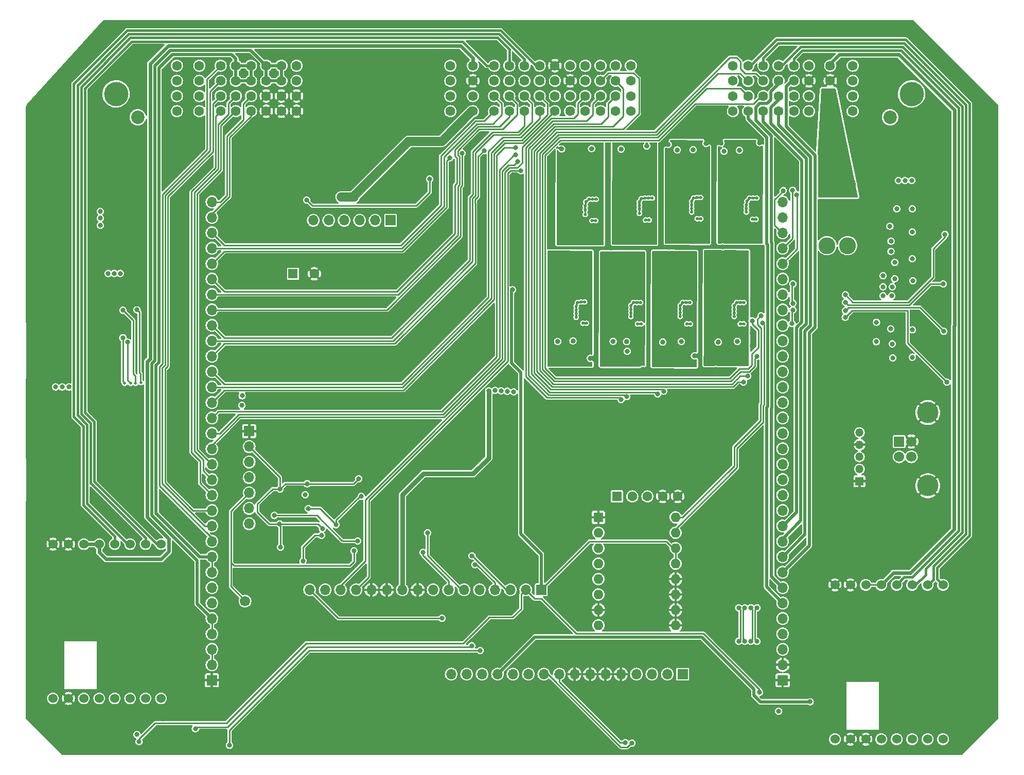
<source format=gbr>
%TF.GenerationSoftware,KiCad,Pcbnew,7.0.8*%
%TF.CreationDate,2024-05-13T00:37:04+01:00*%
%TF.ProjectId,Polygonus-Universal-Base,506f6c79-676f-46e7-9573-2d556e697665,rev?*%
%TF.SameCoordinates,Original*%
%TF.FileFunction,Copper,L4,Bot*%
%TF.FilePolarity,Positive*%
%FSLAX46Y46*%
G04 Gerber Fmt 4.6, Leading zero omitted, Abs format (unit mm)*
G04 Created by KiCad (PCBNEW 7.0.8) date 2024-05-13 00:37:04*
%MOMM*%
%LPD*%
G01*
G04 APERTURE LIST*
%TA.AperFunction,ComponentPad*%
%ADD10R,1.700000X1.700000*%
%TD*%
%TA.AperFunction,ComponentPad*%
%ADD11O,1.700000X1.700000*%
%TD*%
%TA.AperFunction,ComponentPad*%
%ADD12R,1.600000X1.600000*%
%TD*%
%TA.AperFunction,ComponentPad*%
%ADD13C,1.600000*%
%TD*%
%TA.AperFunction,ComponentPad*%
%ADD14C,1.700000*%
%TD*%
%TA.AperFunction,ComponentPad*%
%ADD15C,1.524000*%
%TD*%
%TA.AperFunction,ComponentPad*%
%ADD16O,1.600000X1.600000*%
%TD*%
%TA.AperFunction,ComponentPad*%
%ADD17C,2.780000*%
%TD*%
%TA.AperFunction,ComponentPad*%
%ADD18C,4.000000*%
%TD*%
%TA.AperFunction,ComponentPad*%
%ADD19C,2.200000*%
%TD*%
%TA.AperFunction,ComponentPad*%
%ADD20C,3.500000*%
%TD*%
%TA.AperFunction,ComponentPad*%
%ADD21R,1.350000X1.350000*%
%TD*%
%TA.AperFunction,ComponentPad*%
%ADD22O,1.350000X1.350000*%
%TD*%
%TA.AperFunction,ViaPad*%
%ADD23C,0.800000*%
%TD*%
%TA.AperFunction,ViaPad*%
%ADD24C,0.500000*%
%TD*%
%TA.AperFunction,Conductor*%
%ADD25C,0.250000*%
%TD*%
%TA.AperFunction,Conductor*%
%ADD26C,0.500000*%
%TD*%
%TA.AperFunction,Conductor*%
%ADD27C,0.800000*%
%TD*%
%TA.AperFunction,Conductor*%
%ADD28C,1.500000*%
%TD*%
%TA.AperFunction,Conductor*%
%ADD29C,0.400000*%
%TD*%
%TA.AperFunction,Conductor*%
%ADD30C,0.600000*%
%TD*%
G04 APERTURE END LIST*
D10*
%TO.P,J5,1,Pin_1*%
%TO.N,GND*%
X93888235Y-91017793D03*
D11*
%TO.P,J5,2,Pin_2*%
%TO.N,+5V*%
X93888235Y-93557793D03*
%TO.P,J5,3,Pin_3*%
%TO.N,output*%
X93888235Y-96097793D03*
%TO.P,J5,4,Pin_4*%
%TO.N,/AV11*%
X93888235Y-98637793D03*
%TO.P,J5,5,Pin_5*%
%TO.N,/LS12*%
X93888235Y-101177793D03*
%TO.P,J5,6,Pin_6*%
%TO.N,/VR-D*%
X93888235Y-103717793D03*
%TO.P,J5,7,Pin_7*%
%TO.N,/VR+D*%
X93888235Y-106257793D03*
%TD*%
D12*
%TO.P,C2,1*%
%TO.N,/12V_MR_FUSE*%
X101112052Y-65110107D03*
D13*
%TO.P,C2,2*%
%TO.N,GND*%
X104612052Y-65110107D03*
%TD*%
D14*
%TO.P,P1,1,Pin_1*%
%TO.N,/LS12*%
X93218000Y-118999000D03*
%TD*%
D15*
%TO.P,U1,1,5V*%
%TO.N,+5V*%
X190269349Y-141724815D03*
%TO.P,U1,2,GND*%
%TO.N,GND*%
X192809349Y-141724815D03*
%TO.P,U1,3,SEL_1*%
X195349349Y-141724815D03*
%TO.P,U1,4,SEL_2*%
%TO.N,unconnected-(U1-SEL_2-Pad4)*%
X197889349Y-141724815D03*
%TO.P,U1,5,CAN_RX*%
%TO.N,/CAN_RX*%
X200429349Y-141724815D03*
%TO.P,U1,6,CAN_TX*%
%TO.N,/CAN_TX*%
X202969349Y-141724815D03*
%TO.P,U1,7,VBatt_Sense*%
%TO.N,/12V_MR_FUSE*%
X205509349Y-141724815D03*
%TO.P,U1,8,Boot0*%
%TO.N,unconnected-(U1-Boot0-Pad8)*%
X208049349Y-141724815D03*
%TO.P,U1,9,HEAT_GND*%
%TO.N,GND*%
X190269349Y-116324815D03*
%TO.P,U1,10,HEAT_GND2*%
X192809349Y-116324815D03*
%TO.P,U1,11,HEATER-*%
%TO.N,/HeaterNeg*%
X195349349Y-116324815D03*
%TO.P,U1,12,HEATER-*%
X197889349Y-116324815D03*
%TO.P,U1,13,LSU_ip*%
%TO.N,/LSU_Ip*%
X200429349Y-116324815D03*
%TO.P,U1,14,LSU_vm*%
%TO.N,/LSU_Vm*%
X202969349Y-116324815D03*
%TO.P,U1,15,LSU_rtrim*%
%TO.N,/LSU_Rtrim*%
X205509349Y-116324815D03*
%TO.P,U1,16,LSU_un*%
%TO.N,/LSU_Un*%
X208049349Y-116324815D03*
%TD*%
D12*
%TO.P,A1,1,GND*%
%TO.N,GND*%
X151360000Y-105209750D03*
D16*
%TO.P,A1,2,~{FLT}*%
%TO.N,unconnected-(A1-~{FLT}-Pad2)*%
X151360000Y-107749750D03*
%TO.P,A1,3,A2*%
%TO.N,/STEPA2*%
X151360000Y-110289750D03*
%TO.P,A1,4,A1*%
%TO.N,/STEPA1*%
X151360000Y-112829750D03*
%TO.P,A1,5,B1*%
%TO.N,/STEPB1*%
X151360000Y-115369750D03*
%TO.P,A1,6,B2*%
%TO.N,/STEPB2*%
X151360000Y-117909750D03*
%TO.P,A1,7,GND*%
%TO.N,GND*%
X151360000Y-120449750D03*
%TO.P,A1,8,VMOT*%
%TO.N,/12V_MR_FUSE*%
X151360000Y-122989750D03*
%TO.P,A1,9,~{EN}*%
%TO.N,GND*%
X164060000Y-122989750D03*
%TO.P,A1,10,M0*%
X164060000Y-120449750D03*
%TO.P,A1,11,M1*%
X164060000Y-117909750D03*
%TO.P,A1,12,M2*%
X164060000Y-115369750D03*
%TO.P,A1,13,~{RST}*%
%TO.N,+5V*%
X164060000Y-112829750D03*
%TO.P,A1,14,~{SLP}*%
X164060000Y-110289750D03*
%TO.P,A1,15,STEP*%
%TO.N,/LS9*%
X164060000Y-107749750D03*
%TO.P,A1,16,DIR*%
%TO.N,/LS10*%
X164060000Y-105209750D03*
%TD*%
D17*
%TO.P,F1,1*%
%TO.N,/12V_MR*%
X192364464Y-50542664D03*
X188964464Y-50542664D03*
%TO.P,F1,2*%
%TO.N,/12V_MR_FUSE*%
X192364464Y-60462664D03*
X188964464Y-60462664D03*
%TD*%
D18*
%TO.P,J1,*%
%TO.N,*%
X72000000Y-35490000D03*
D19*
X75550000Y-39340000D03*
X199350000Y-39340000D03*
D18*
X202900000Y-35490000D03*
D13*
%TO.P,J1,1*%
%TO.N,GND*%
X101700000Y-38340000D03*
%TO.P,J1,2*%
X101700000Y-35840000D03*
%TO.P,J1,3*%
%TO.N,/VR+D*%
X101700000Y-33340000D03*
%TO.P,J1,4*%
%TO.N,/VR-D*%
X101700000Y-30840000D03*
%TO.P,J1,5*%
%TO.N,GND*%
X99200000Y-38340000D03*
%TO.P,J1,6*%
X99200000Y-35840000D03*
%TO.P,J1,7*%
%TO.N,/5V_SENSOR_2*%
X99200000Y-33340000D03*
%TO.P,J1,8*%
X99200000Y-30840000D03*
%TO.P,J1,9*%
%TO.N,GND*%
X96700000Y-38340000D03*
%TO.P,J1,10*%
X96700000Y-35840000D03*
%TO.P,J1,11*%
%TO.N,/5V_SENSOR_2*%
X96700000Y-33340000D03*
%TO.P,J1,12*%
X96700000Y-30840000D03*
%TO.P,J1,13*%
%TO.N,/KNOCK_1*%
X94200000Y-38340000D03*
%TO.P,J1,14*%
%TO.N,/KNOCK_2*%
X94200000Y-35840000D03*
%TO.P,J1,15*%
%TO.N,/5V_SENSOR_1*%
X94200000Y-33340000D03*
%TO.P,J1,16*%
X94200000Y-30840000D03*
%TO.P,J1,17*%
%TO.N,/DIGITAL_1*%
X91700000Y-38340000D03*
%TO.P,J1,18*%
%TO.N,/DIGITAL_2*%
X91700000Y-35840000D03*
%TO.P,J1,19*%
%TO.N,/5V_SENSOR_1*%
X91700000Y-33340000D03*
%TO.P,J1,20*%
X91700000Y-30840000D03*
%TO.P,J1,21*%
%TO.N,/DIGITAL_3*%
X89200000Y-38340000D03*
%TO.P,J1,22*%
%TO.N,/DIGITAL_4*%
X89200000Y-35840000D03*
%TO.P,J1,23*%
%TO.N,/DIGITAL_5*%
X89200000Y-33340000D03*
%TO.P,J1,24*%
%TO.N,/DIGITAL_6*%
X89200000Y-30840000D03*
%TO.P,J1,25*%
%TO.N,/HS2*%
X85700000Y-38340000D03*
%TO.P,J1,26*%
%TO.N,/HS1*%
X85700000Y-35840000D03*
%TO.P,J1,27*%
%TO.N,/HS3*%
X85700000Y-33340000D03*
%TO.P,J1,28*%
%TO.N,/HS4*%
X85700000Y-30840000D03*
%TO.P,J1,29*%
%TO.N,/ExtraLSD*%
X82000000Y-38340000D03*
%TO.P,J1,30*%
%TO.N,/ExtraLSC*%
X82000000Y-35840000D03*
%TO.P,J1,31*%
%TO.N,/ExtraLSB*%
X82000000Y-33340000D03*
%TO.P,J1,32*%
%TO.N,/ExtraLSA*%
X82000000Y-30840000D03*
%TO.P,J1,33*%
%TO.N,/IGBT8*%
X156700000Y-38340000D03*
%TO.P,J1,34*%
%TO.N,/IGBT7*%
X156700000Y-35840000D03*
%TO.P,J1,35*%
%TO.N,/IGBT6*%
X156700000Y-33340000D03*
%TO.P,J1,36*%
%TO.N,/IGBT5*%
X156700000Y-30840000D03*
%TO.P,J1,37*%
%TO.N,/LS2*%
X154200000Y-38340000D03*
%TO.P,J1,38*%
%TO.N,/IGN7*%
X154200000Y-35840000D03*
%TO.P,J1,39*%
%TO.N,/IGN6*%
X154200000Y-33340000D03*
%TO.P,J1,40*%
%TO.N,/STEPA2*%
X154200000Y-30840000D03*
%TO.P,J1,41*%
%TO.N,/LS1*%
X151700000Y-38340000D03*
%TO.P,J1,42*%
%TO.N,/IGN8*%
X151700000Y-35840000D03*
%TO.P,J1,43*%
%TO.N,/IGN5*%
X151700000Y-33340000D03*
%TO.P,J1,44*%
%TO.N,/STEPA1*%
X151700000Y-30840000D03*
%TO.P,J1,45*%
%TO.N,/12V_KEY*%
X149200000Y-38340000D03*
%TO.P,J1,46*%
%TO.N,/CAN-*%
X149200000Y-35840000D03*
%TO.P,J1,47*%
%TO.N,/CAN+*%
X149200000Y-33340000D03*
%TO.P,J1,48*%
%TO.N,/STEPB1*%
X149200000Y-30840000D03*
%TO.P,J1,49*%
%TO.N,/AT3*%
X146700000Y-38340000D03*
%TO.P,J1,50*%
%TO.N,/AT4*%
X146700000Y-35840000D03*
%TO.P,J1,51*%
%TO.N,GND*%
X146700000Y-33340000D03*
%TO.P,J1,52*%
%TO.N,/STEPB2*%
X146700000Y-30840000D03*
%TO.P,J1,53*%
%TO.N,/AT1*%
X144200000Y-38340000D03*
%TO.P,J1,54*%
%TO.N,/AT2*%
X144200000Y-35840000D03*
%TO.P,J1,55*%
%TO.N,/CRANK -*%
X144200000Y-33340000D03*
%TO.P,J1,56*%
%TO.N,GND*%
X144200000Y-30840000D03*
%TO.P,J1,57*%
%TO.N,/AV10*%
X141700000Y-38340000D03*
%TO.P,J1,58*%
%TO.N,/AV11*%
X141700000Y-35840000D03*
%TO.P,J1,59*%
%TO.N,/CRANK +*%
X141700000Y-33340000D03*
%TO.P,J1,60*%
%TO.N,/LSU_Ip2*%
X141700000Y-30840000D03*
%TO.P,J1,61*%
%TO.N,/AV7*%
X139200000Y-38340000D03*
%TO.P,J1,62*%
%TO.N,/AV8*%
X139200000Y-35840000D03*
%TO.P,J1,63*%
%TO.N,/AV9*%
X139200000Y-33340000D03*
%TO.P,J1,64*%
%TO.N,/LSU_Vm2*%
X139200000Y-30840000D03*
%TO.P,J1,65*%
%TO.N,/AV4*%
X136700000Y-38340000D03*
%TO.P,J1,66*%
%TO.N,/AV5*%
X136700000Y-35840000D03*
%TO.P,J1,67*%
%TO.N,/AV6*%
X136700000Y-33340000D03*
%TO.P,J1,68*%
%TO.N,/LSU_Rtrim2*%
X136700000Y-30840000D03*
%TO.P,J1,69*%
%TO.N,/AV1*%
X134200000Y-38340000D03*
%TO.P,J1,70*%
%TO.N,/AV2*%
X134200000Y-35840000D03*
%TO.P,J1,71*%
%TO.N,/AV3*%
X134200000Y-33340000D03*
%TO.P,J1,72*%
%TO.N,/LSU_Un2*%
X134200000Y-30840000D03*
%TO.P,J1,73*%
%TO.N,/12V_MR_FUSE*%
X130700000Y-38340000D03*
%TO.P,J1,74*%
X130700000Y-35840000D03*
%TO.P,J1,75*%
%TO.N,GND*%
X130700000Y-33340000D03*
%TO.P,J1,76*%
%TO.N,/HeaterNeg2*%
X130700000Y-30840000D03*
%TO.P,J1,77*%
%TO.N,/ETB1_+*%
X127000000Y-38340000D03*
%TO.P,J1,78*%
%TO.N,/ETB1_-*%
X127000000Y-35840000D03*
%TO.P,J1,79*%
%TO.N,/ETB2_+*%
X127000000Y-33340000D03*
%TO.P,J1,80*%
%TO.N,/ETB2_-*%
X127000000Y-30840000D03*
%TO.P,J1,81*%
%TO.N,/IGBT1*%
X173500000Y-38340000D03*
%TO.P,J1,82*%
%TO.N,/IGBT2*%
X173500000Y-35840000D03*
%TO.P,J1,83*%
%TO.N,/IGBT3*%
X173500000Y-33340000D03*
%TO.P,J1,84*%
%TO.N,/IGBT4*%
X173500000Y-30840000D03*
%TO.P,J1,85*%
%TO.N,/LS3*%
X176000000Y-38340000D03*
%TO.P,J1,86*%
%TO.N,/IGN2*%
X176000000Y-35840000D03*
%TO.P,J1,87*%
%TO.N,/IGN3*%
X176000000Y-33340000D03*
%TO.P,J1,88*%
%TO.N,/LSU_Un*%
X176000000Y-30840000D03*
%TO.P,J1,89*%
%TO.N,/LS8*%
X178500000Y-38340000D03*
%TO.P,J1,90*%
%TO.N,/IGN1*%
X178500000Y-35840000D03*
%TO.P,J1,91*%
%TO.N,/IGN4*%
X178500000Y-33340000D03*
%TO.P,J1,92*%
%TO.N,/LSU_Rtrim*%
X178500000Y-30840000D03*
%TO.P,J1,93*%
%TO.N,/LS6*%
X181000000Y-38340000D03*
%TO.P,J1,94*%
%TO.N,/LS7*%
X181000000Y-35840000D03*
%TO.P,J1,95*%
%TO.N,/LS4*%
X181000000Y-33340000D03*
%TO.P,J1,96*%
%TO.N,/LSU_Vm*%
X181000000Y-30840000D03*
%TO.P,J1,97*%
%TO.N,/LS15*%
X183500000Y-38340000D03*
%TO.P,J1,98*%
%TO.N,/LS16*%
X183500000Y-35840000D03*
%TO.P,J1,99*%
%TO.N,/LS5*%
X183500000Y-33340000D03*
%TO.P,J1,100*%
%TO.N,/LSU_Ip*%
X183500000Y-30840000D03*
%TO.P,J1,101*%
%TO.N,/LS13*%
X186000000Y-38340000D03*
%TO.P,J1,102*%
%TO.N,/LS14*%
X186000000Y-35840000D03*
%TO.P,J1,103*%
%TO.N,GND*%
X186000000Y-33340000D03*
%TO.P,J1,104*%
%TO.N,/Perm_Live*%
X186000000Y-30840000D03*
%TO.P,J1,105*%
%TO.N,/12V_MR*%
X189500000Y-38340000D03*
%TO.P,J1,106*%
X189500000Y-35840000D03*
%TO.P,J1,107*%
%TO.N,GND*%
X189500000Y-33340000D03*
%TO.P,J1,108*%
%TO.N,/HeaterNeg*%
X189500000Y-30840000D03*
%TO.P,J1,109*%
%TO.N,/LS9ADD*%
X193200000Y-38340000D03*
%TO.P,J1,110*%
%TO.N,/LS10ADD*%
X193200000Y-35840000D03*
%TO.P,J1,111*%
%TO.N,/LS11ADD*%
X193200000Y-33340000D03*
%TO.P,J1,112*%
%TO.N,/LS12ADD*%
X193200000Y-30840000D03*
%TD*%
D10*
%TO.P,J4,1,VBUS*%
%TO.N,/VBUS*%
X200849999Y-92720000D03*
D14*
%TO.P,J4,2,D-*%
%TO.N,/USB-*%
X200849999Y-95220000D03*
%TO.P,J4,3,D+*%
%TO.N,/USB+*%
X202849999Y-95220000D03*
%TO.P,J4,4,GND*%
%TO.N,GND*%
X202849999Y-92720000D03*
D20*
%TO.P,J4,5,Shield*%
X205559999Y-87950000D03*
X205559999Y-99990000D03*
%TD*%
D21*
%TO.P,J3,1,Pin_1*%
%TO.N,GND*%
X194310000Y-99250000D03*
D22*
%TO.P,J3,2,Pin_2*%
%TO.N,/USB+*%
X194310000Y-97250000D03*
%TO.P,J3,3,Pin_3*%
%TO.N,/USB-*%
X194310000Y-95250000D03*
%TO.P,J3,4,Pin_4*%
%TO.N,GND*%
X194310000Y-93250000D03*
%TO.P,J3,5,Pin_5*%
%TO.N,/VBUS*%
X194310000Y-91250000D03*
%TD*%
D15*
%TO.P,U2,1,5V*%
%TO.N,+5V*%
X61611115Y-135011435D03*
%TO.P,U2,2,GND*%
%TO.N,GND*%
X64151115Y-135011435D03*
%TO.P,U2,3,SEL_1*%
%TO.N,unconnected-(U2-SEL_1-Pad3)*%
X66691115Y-135011435D03*
%TO.P,U2,4,SEL_2*%
%TO.N,+5V*%
X69231115Y-135011435D03*
%TO.P,U2,5,CAN_RX*%
%TO.N,/CAN_RX2*%
X71771115Y-135011435D03*
%TO.P,U2,6,CAN_TX*%
%TO.N,/CAN_TX2*%
X74311115Y-135011435D03*
%TO.P,U2,7,VBatt_Sense*%
%TO.N,/12V_MR_FUSE*%
X76851115Y-135011435D03*
%TO.P,U2,8,Boot0*%
%TO.N,unconnected-(U2-Boot0-Pad8)*%
X79391115Y-135011435D03*
%TO.P,U2,9,HEAT_GND*%
%TO.N,GND*%
X61611115Y-109611435D03*
%TO.P,U2,10,HEAT_GND2*%
X64151115Y-109611435D03*
%TO.P,U2,11,HEATER-*%
%TO.N,/HeaterNeg2*%
X66691115Y-109611435D03*
%TO.P,U2,12,HEATER-*%
X69231115Y-109611435D03*
%TO.P,U2,13,LSU_ip*%
%TO.N,/LSU_Ip2*%
X71771115Y-109611435D03*
%TO.P,U2,14,LSU_vm*%
%TO.N,/LSU_Vm2*%
X74311115Y-109611435D03*
%TO.P,U2,15,LSU_rtrim*%
%TO.N,/LSU_Rtrim2*%
X76851115Y-109611435D03*
%TO.P,U2,16,LSU_un*%
%TO.N,/LSU_Un2*%
X79391115Y-109611435D03*
%TD*%
D10*
%TO.P,J2,1,Pin_1*%
%TO.N,GND*%
X181672763Y-132012059D03*
D11*
%TO.P,J2,2,Pin_2*%
X181672763Y-129472059D03*
%TO.P,J2,3,Pin_3*%
%TO.N,/12V_MR_FUSE*%
X181672763Y-126932059D03*
%TO.P,J2,4,Pin_4*%
%TO.N,/LS1*%
X181672763Y-124392059D03*
%TO.P,J2,5,Pin_5*%
%TO.N,/LS2*%
X181672763Y-121852059D03*
%TO.P,J2,6,Pin_6*%
%TO.N,/LS3*%
X181672763Y-119312059D03*
%TO.P,J2,7,Pin_7*%
%TO.N,/LS4*%
X181672763Y-116772059D03*
%TO.P,J2,8,Pin_8*%
%TO.N,/LS5*%
X181672763Y-114232059D03*
%TO.P,J2,9,Pin_9*%
%TO.N,/LS6*%
X181672763Y-111692059D03*
%TO.P,J2,10,Pin_10*%
%TO.N,/LS7*%
X181672763Y-109152059D03*
%TO.P,J2,11,Pin_11*%
%TO.N,/LS8*%
X181672763Y-106612059D03*
%TO.P,J2,12,Pin_12*%
%TO.N,/IGN12*%
X181672763Y-104072059D03*
%TO.P,J2,13,Pin_13*%
%TO.N,/IGN11*%
X181672763Y-101532059D03*
%TO.P,J2,14,Pin_14*%
%TO.N,/IGN10*%
X181672763Y-98992059D03*
%TO.P,J2,15,Pin_15*%
%TO.N,/IGN9*%
X181672763Y-96452059D03*
%TO.P,J2,16,Pin_16*%
%TO.N,/IGN8*%
X181672763Y-93912059D03*
%TO.P,J2,17,Pin_17*%
%TO.N,/IGN7*%
X181672763Y-91372059D03*
%TO.P,J2,18,Pin_18*%
%TO.N,/IGN6*%
X181672763Y-88832059D03*
%TO.P,J2,19,Pin_19*%
%TO.N,/IGN5*%
X181672763Y-86292059D03*
%TO.P,J2,20,Pin_20*%
%TO.N,/IGN4*%
X181672763Y-83752059D03*
%TO.P,J2,21,Pin_21*%
%TO.N,/IGN3*%
X181672763Y-81212059D03*
%TO.P,J2,22,Pin_22*%
%TO.N,/IGN2*%
X181672763Y-78672059D03*
%TO.P,J2,23,Pin_23*%
%TO.N,/IGN1*%
X181672763Y-76132059D03*
%TO.P,J2,24,Pin_24*%
%TO.N,/LS9*%
X181672763Y-73592059D03*
%TO.P,J2,25,Pin_25*%
%TO.N,/LS10*%
X181672763Y-71052059D03*
%TO.P,J2,26,Pin_26*%
%TO.N,/LS11*%
X181672763Y-68512059D03*
%TO.P,J2,27,Pin_27*%
%TO.N,/LS12*%
X181672763Y-65972059D03*
%TO.P,J2,28,Pin_28*%
%TO.N,/LS13*%
X181672763Y-63432059D03*
%TO.P,J2,29,Pin_29*%
%TO.N,/LS14*%
X181672763Y-60892059D03*
%TO.P,J2,30,Pin_30*%
%TO.N,/LS15*%
X181672763Y-58352059D03*
%TO.P,J2,31,Pin_31*%
%TO.N,/LS16*%
X181672763Y-55812059D03*
%TO.P,J2,32,Pin_32*%
%TO.N,/12V_MR_FUSE*%
X181672763Y-53272059D03*
D10*
%TO.P,J2,33,Pin_33*%
%TO.N,GND*%
X87760080Y-132017154D03*
D11*
%TO.P,J2,34,Pin_34*%
%TO.N,/12V_PROT*%
X87760080Y-129477154D03*
%TO.P,J2,35,Pin_35*%
X87760080Y-126937154D03*
%TO.P,J2,36,Pin_36*%
%TO.N,/5V_SENSOR_2*%
X87760080Y-124397154D03*
%TO.P,J2,37,Pin_37*%
X87760080Y-121857154D03*
%TO.P,J2,38,Pin_38*%
%TO.N,unconnected-(J2-Pin_38-Pad38)*%
X87760080Y-119317154D03*
%TO.P,J2,39,Pin_39*%
%TO.N,unconnected-(J2-Pin_39-Pad39)*%
X87760080Y-116777154D03*
%TO.P,J2,40,Pin_40*%
%TO.N,/5V_SENSOR_1*%
X87760080Y-114237154D03*
%TO.P,J2,41,Pin_41*%
X87760080Y-111697154D03*
%TO.P,J2,42,Pin_42*%
%TO.N,/DIGITAL_6*%
X87760080Y-109157154D03*
%TO.P,J2,43,Pin_43*%
%TO.N,/DIGITAL_5*%
X87760080Y-106617154D03*
%TO.P,J2,44,Pin_44*%
%TO.N,/DIGITAL_4*%
X87760080Y-104077154D03*
%TO.P,J2,45,Pin_45*%
%TO.N,/DIGITAL_3*%
X87760080Y-101537154D03*
%TO.P,J2,46,Pin_46*%
%TO.N,/DIGITAL_2*%
X87760080Y-98997154D03*
%TO.P,J2,47,Pin_47*%
%TO.N,/DIGITAL_1*%
X87760080Y-96457154D03*
%TO.P,J2,48,Pin_48*%
%TO.N,/AT4*%
X87760080Y-93917154D03*
%TO.P,J2,49,Pin_49*%
%TO.N,/AT3*%
X87760080Y-91377154D03*
%TO.P,J2,50,Pin_50*%
%TO.N,/AT2*%
X87760080Y-88837154D03*
%TO.P,J2,51,Pin_51*%
%TO.N,/AT1*%
X87760080Y-86297154D03*
%TO.P,J2,52,Pin_52*%
%TO.N,/AV11*%
X87760080Y-83757154D03*
%TO.P,J2,53,Pin_53*%
%TO.N,/AV10*%
X87760080Y-81217154D03*
%TO.P,J2,54,Pin_54*%
%TO.N,/AV9*%
X87760080Y-78677154D03*
%TO.P,J2,55,Pin_55*%
%TO.N,/AV8*%
X87760080Y-76137154D03*
%TO.P,J2,56,Pin_56*%
%TO.N,/AV7*%
X87760080Y-73597154D03*
%TO.P,J2,57,Pin_57*%
%TO.N,/AV6*%
X87760080Y-71057154D03*
%TO.P,J2,58,Pin_58*%
%TO.N,/AV5*%
X87760080Y-68517154D03*
%TO.P,J2,59,Pin_59*%
%TO.N,/AV4*%
X87760080Y-65977154D03*
%TO.P,J2,60,Pin_60*%
%TO.N,/AV3*%
X87760080Y-63437154D03*
%TO.P,J2,61,Pin_61*%
%TO.N,/AV2*%
X87760080Y-60897154D03*
%TO.P,J2,62,Pin_62*%
%TO.N,/AV1*%
X87760080Y-58357154D03*
%TO.P,J2,63,Pin_63*%
%TO.N,/KNOCK_1*%
X87760080Y-55817154D03*
%TO.P,J2,64,Pin_64*%
%TO.N,/KNOCK_2*%
X87760080Y-53277154D03*
D10*
%TO.P,J2,65,Pin_65*%
%TO.N,/HS4*%
X165230080Y-131026287D03*
D11*
%TO.P,J2,66,Pin_66*%
%TO.N,/HS3*%
X162690080Y-131026287D03*
%TO.P,J2,67,Pin_67*%
%TO.N,/HS2*%
X160150080Y-131026287D03*
%TO.P,J2,68,Pin_68*%
%TO.N,/HS1*%
X157610080Y-131026287D03*
%TO.P,J2,69,Pin_69*%
%TO.N,GND*%
X155070080Y-131026287D03*
%TO.P,J2,70,Pin_70*%
X152530080Y-131026287D03*
%TO.P,J2,71,Pin_71*%
X149990080Y-131026287D03*
%TO.P,J2,72,Pin_72*%
X147450080Y-131026287D03*
%TO.P,J2,73,Pin_73*%
%TO.N,/CAN2+*%
X144910080Y-131026287D03*
%TO.P,J2,74,Pin_74*%
%TO.N,/CAN2-*%
X142370080Y-131026287D03*
%TO.P,J2,75,Pin_75*%
%TO.N,/RC1*%
X139830080Y-131026287D03*
%TO.P,J2,76,Pin_76*%
%TO.N,/RC2*%
X137290080Y-131026287D03*
%TO.P,J2,77,Pin_77*%
%TO.N,/Perm_Live*%
X134750080Y-131026287D03*
%TO.P,J2,78,Pin_78*%
%TO.N,unconnected-(J2-Pin_78-Pad78)*%
X132210080Y-131026287D03*
%TO.P,J2,79,Pin_79*%
%TO.N,unconnected-(J2-Pin_79-Pad79)*%
X129670080Y-131026287D03*
%TO.P,J2,80,Pin_80*%
%TO.N,unconnected-(J2-Pin_80-Pad80)*%
X127130080Y-131026287D03*
D10*
%TO.P,J2,81,Pin_81*%
%TO.N,+5V*%
X141953794Y-117134404D03*
D11*
%TO.P,J2,82,Pin_82*%
%TO.N,+3.3V*%
X139413794Y-117134404D03*
%TO.P,J2,83,Pin_83*%
%TO.N,/ETB1_PWM*%
X136873794Y-117134404D03*
%TO.P,J2,84,Pin_84*%
%TO.N,/ETB1_DIS*%
X134333794Y-117134404D03*
%TO.P,J2,85,Pin_85*%
%TO.N,/ETB1_DIR*%
X131793794Y-117134404D03*
%TO.P,J2,86,Pin_86*%
%TO.N,/ETB2_PWM*%
X129253794Y-117134404D03*
%TO.P,J2,87,Pin_87*%
%TO.N,/ETB2_DIS*%
X126713794Y-117134404D03*
%TO.P,J2,88,Pin_88*%
%TO.N,/ETB2_DIR*%
X124173794Y-117134404D03*
%TO.P,J2,89,Pin_89*%
%TO.N,GND*%
X121633794Y-117134404D03*
%TO.P,J2,90,Pin_90*%
%TO.N,/12V_KEY*%
X119093794Y-117134404D03*
%TO.P,J2,91,Pin_91*%
%TO.N,GND*%
X116553794Y-117134404D03*
%TO.P,J2,92,Pin_92*%
X114013794Y-117134404D03*
%TO.P,J2,93,Pin_93*%
%TO.N,/CAN+*%
X111473794Y-117134404D03*
%TO.P,J2,94,Pin_94*%
%TO.N,/CAN-*%
X108933794Y-117134404D03*
%TO.P,J2,95,Pin_95*%
%TO.N,output*%
X106393794Y-117134404D03*
%TO.P,J2,96,Pin_96*%
%TO.N,/VR1+*%
X103853794Y-117134404D03*
D13*
%TO.P,J2,97,Pin_97*%
%TO.N,GND*%
X164425871Y-101751522D03*
%TO.P,J2,98,Pin_98*%
X161925871Y-101751522D03*
%TO.P,J2,99,Pin_99*%
%TO.N,/USB+*%
X159425871Y-101751522D03*
%TO.P,J2,100,Pin_100*%
%TO.N,/USB-*%
X156925871Y-101751522D03*
D12*
%TO.P,J2,101,Pin_101*%
%TO.N,/VBUS*%
X154425871Y-101751522D03*
D10*
%TO.P,J2,102,Pin_102*%
%TO.N,/+3V3*%
X117154579Y-56302538D03*
D11*
%TO.P,J2,103,Pin_103*%
%TO.N,/EXT_SPI_CS*%
X114614579Y-56302538D03*
%TO.P,J2,104,Pin_104*%
%TO.N,/EXT_SPI_SCK*%
X112074579Y-56302538D03*
%TO.P,J2,105,Pin_105*%
%TO.N,/EXT_SPI_MISO*%
X109534579Y-56302538D03*
%TO.P,J2,106,Pin_106*%
%TO.N,/EXT_SPI_MOSI*%
X106994579Y-56302538D03*
%TO.P,J2,107,Pin_107*%
%TO.N,unconnected-(J2-Pin_107-Pad107)*%
X104454579Y-56302538D03*
%TD*%
D23*
%TO.N,GND*%
X183667734Y-118255036D03*
X180849891Y-62134937D03*
X180841313Y-64674057D03*
X180824157Y-67196021D03*
X180832735Y-69795188D03*
X182926299Y-74871449D03*
X182810495Y-79870342D03*
X182791194Y-84965738D03*
X182797276Y-90006180D03*
X182835877Y-95114444D03*
X182810143Y-100222707D03*
X182835877Y-97687876D03*
X167163914Y-78601298D03*
X150038468Y-79013047D03*
X97377239Y-43190337D03*
X100336686Y-44631460D03*
X100336686Y-45699434D03*
X100323819Y-46831744D03*
X97325770Y-45673700D03*
X97287168Y-46780276D03*
X114161298Y-47203066D03*
X116594863Y-40444309D03*
X115565490Y-40470043D03*
X117348000Y-43942000D03*
X117348000Y-42926000D03*
X117348000Y-42037000D03*
X114173000Y-42926000D03*
X114173000Y-43942000D03*
X114173000Y-45085000D03*
%TO.N,/12V_MR*%
X201800000Y-49740000D03*
X202900000Y-49740000D03*
X203000000Y-58240000D03*
X199700000Y-67240000D03*
X200100000Y-63240000D03*
X69400000Y-55940000D03*
X203000000Y-62640000D03*
X199324149Y-57292971D03*
X199700000Y-76640000D03*
X69400000Y-57140000D03*
X200443169Y-54420817D03*
X64231609Y-83740500D03*
X197120158Y-73080499D03*
X203100000Y-66240000D03*
X63113017Y-83740500D03*
X199800000Y-78940000D03*
X203000000Y-54420817D03*
X197076926Y-76290526D03*
X200700000Y-49740000D03*
X69400000Y-54840000D03*
X199600000Y-68740000D03*
X203000000Y-78840000D03*
X203000000Y-74340000D03*
X198200000Y-68740000D03*
X198200000Y-65440000D03*
X200100000Y-65940000D03*
X62031712Y-83739500D03*
X71700000Y-65040000D03*
X72700000Y-65040000D03*
X198200000Y-67240000D03*
X199500000Y-61440000D03*
X70700000Y-65040000D03*
X199476340Y-74172124D03*
X199500000Y-59740000D03*
%TO.N,GND*%
X194234883Y-75155437D03*
X184273610Y-107571193D03*
X112327419Y-31356286D03*
X174561213Y-44780697D03*
X86371584Y-72251350D03*
X171846242Y-28079120D03*
X123444758Y-124286293D03*
X129440911Y-57555260D03*
X146603683Y-110879516D03*
X170765889Y-23886954D03*
D24*
X166700000Y-54340000D03*
D23*
X117058200Y-135923682D03*
X208913868Y-77888025D03*
X213244159Y-69033864D03*
X90255702Y-77682007D03*
X137268971Y-94293167D03*
X90215618Y-62590644D03*
X168780682Y-140105747D03*
X149208662Y-81370953D03*
D24*
X166400000Y-69840000D03*
D23*
X172722806Y-96328499D03*
D24*
X164800000Y-70340000D03*
D23*
X67205853Y-29653917D03*
X177960399Y-60885427D03*
X176963269Y-85931588D03*
X67867033Y-81359641D03*
X76309596Y-67467078D03*
X64793260Y-32298119D03*
X97234012Y-50515285D03*
X92909385Y-32098733D03*
X162958838Y-60736281D03*
X208913868Y-70710393D03*
X106987426Y-92311251D03*
X83456634Y-143803040D03*
X213257734Y-70113811D03*
X174661676Y-98125755D03*
X102913209Y-125105409D03*
D24*
X165800000Y-69840000D03*
D23*
X139730902Y-120023107D03*
X153623645Y-86491256D03*
X65437883Y-135947846D03*
X117721224Y-108429489D03*
X97914711Y-32111600D03*
X61365315Y-78313265D03*
X145474779Y-123764861D03*
X129415177Y-55071897D03*
X132141751Y-31267536D03*
X71965383Y-38652023D03*
X96167988Y-62490436D03*
X95222505Y-39755134D03*
X184668246Y-139486972D03*
X185314332Y-111937441D03*
X98057636Y-112127307D03*
X132049428Y-89973419D03*
X116225911Y-89673631D03*
X199526295Y-86851907D03*
X206807187Y-82567468D03*
X93017492Y-29853798D03*
X156081760Y-77858700D03*
X131539978Y-99292768D03*
X102850106Y-98575566D03*
X74314905Y-113355528D03*
X96181932Y-94420297D03*
X107426500Y-114370289D03*
X140675146Y-112026073D03*
X89260280Y-51778344D03*
X116706957Y-69537228D03*
X96316551Y-107702798D03*
X160166597Y-85835030D03*
D24*
X175300000Y-69840000D03*
D23*
X69656937Y-95913923D03*
X146949602Y-113732635D03*
X109685163Y-142737774D03*
X65100000Y-102640000D03*
X73900000Y-46140000D03*
X81111761Y-135646088D03*
X200594344Y-43874771D03*
X73969251Y-42708204D03*
X124295785Y-60354041D03*
X169144138Y-38887536D03*
X191480412Y-107280109D03*
X131211521Y-95111211D03*
X67755174Y-59267449D03*
X137366487Y-86166827D03*
X112693752Y-42995126D03*
X188444723Y-113279692D03*
X58803496Y-112521021D03*
X201846263Y-140397802D03*
X62841273Y-59840320D03*
X192090359Y-39308193D03*
D24*
X156700000Y-71540000D03*
D23*
X98001372Y-29862376D03*
X158990099Y-91673311D03*
X183760080Y-40230890D03*
X177382362Y-81037045D03*
X139920096Y-107551705D03*
X93502449Y-53932651D03*
X137400000Y-65240000D03*
X90104289Y-41242172D03*
X132774826Y-111905827D03*
X130021253Y-44617273D03*
X58896168Y-75061813D03*
X147176554Y-76167238D03*
X137393942Y-105202662D03*
X213217733Y-63261357D03*
X202341196Y-32533687D03*
X170653411Y-101865529D03*
X107094447Y-85108409D03*
X153755729Y-126209489D03*
X208913868Y-69610444D03*
X138088575Y-114196326D03*
X120748413Y-84383980D03*
X129085431Y-110724262D03*
D24*
X147900000Y-69840000D03*
D23*
X186153372Y-39960680D03*
X95472933Y-101582078D03*
X95377000Y-112014000D03*
X173426963Y-131862381D03*
X170679385Y-80822969D03*
X58635707Y-120323200D03*
X67811103Y-63574028D03*
X177880941Y-43532582D03*
X109725602Y-39905251D03*
X79565845Y-104020166D03*
X93982464Y-86898854D03*
X97410571Y-56497982D03*
X196691744Y-99222104D03*
X114316214Y-119997815D03*
X117002707Y-50285531D03*
D24*
X159600000Y-52640000D03*
D23*
X124456118Y-53399589D03*
X187240071Y-85790683D03*
X151015268Y-133560494D03*
X148271259Y-123233529D03*
X107337438Y-112423471D03*
X126609420Y-57900382D03*
X125077409Y-86929270D03*
X97258891Y-98243503D03*
X107696000Y-109220000D03*
X177963424Y-63852582D03*
X155985465Y-76279097D03*
X79621015Y-101741834D03*
X67811103Y-76829343D03*
X63862736Y-143109438D03*
X204879109Y-75296382D03*
X70865782Y-59164640D03*
X114108556Y-23997933D03*
X210820000Y-142240000D03*
X85746463Y-100918678D03*
X164787228Y-133325585D03*
X84287066Y-33110070D03*
D24*
X158100000Y-54440000D03*
D23*
X168975523Y-100075782D03*
X85552726Y-131113686D03*
X215900000Y-127000000D03*
X192341372Y-95276385D03*
X124919479Y-75752565D03*
X163021011Y-143245587D03*
X81444743Y-44693156D03*
X125317909Y-115648954D03*
X199725810Y-25384658D03*
X206769900Y-77962598D03*
X206788544Y-69685017D03*
X180669877Y-59630118D03*
X105065115Y-39017417D03*
X67767603Y-75436147D03*
X94692137Y-107702798D03*
D24*
X175700000Y-54940000D03*
D23*
X124917076Y-71056283D03*
X163196131Y-100672364D03*
X76400000Y-106140000D03*
X160021319Y-28040518D03*
X101405186Y-112387573D03*
X131709666Y-107736671D03*
X183767542Y-133552812D03*
D24*
X150400000Y-52840000D03*
D23*
X117116699Y-28540907D03*
X208596390Y-113791836D03*
X109940090Y-102739810D03*
X182268643Y-32093674D03*
X202164486Y-113064752D03*
X144093092Y-126181615D03*
X200378187Y-90073551D03*
X208951155Y-62861606D03*
X153049161Y-81147235D03*
X208411145Y-38624969D03*
X215663820Y-116727278D03*
X100687212Y-97866567D03*
X75297075Y-55752950D03*
X184777740Y-34641373D03*
X71702926Y-25330550D03*
X166912541Y-125888749D03*
X184008445Y-128890047D03*
X125382586Y-41296225D03*
X157167339Y-40798255D03*
X96002438Y-103987288D03*
X95379880Y-34569228D03*
X172443158Y-103673920D03*
X93455727Y-49316829D03*
X159624968Y-121723430D03*
X153124278Y-110330688D03*
X139842748Y-28063613D03*
D24*
X177300000Y-56140000D03*
D23*
X114577667Y-40670295D03*
X104313706Y-32228669D03*
D24*
X158300000Y-69840000D03*
D23*
X112497952Y-41130438D03*
X176378048Y-143472713D03*
D24*
X164800000Y-71540000D03*
D23*
X136060090Y-132256060D03*
X123138531Y-28630977D03*
X96028687Y-77596616D03*
X132020666Y-68402207D03*
X215704179Y-93419533D03*
X197096930Y-23867653D03*
X120836567Y-61690657D03*
X74188818Y-107766587D03*
X102717949Y-94518143D03*
X206800000Y-58940000D03*
X168913849Y-131334913D03*
X62841273Y-64364403D03*
X166956720Y-42168663D03*
X75259599Y-139474044D03*
X93433726Y-50991745D03*
X86280902Y-104970467D03*
X203825321Y-25110488D03*
X143800000Y-53640000D03*
X147999375Y-29653972D03*
X85642078Y-48763139D03*
X171537430Y-43596918D03*
X98308927Y-96744735D03*
X100080748Y-82402548D03*
X91417355Y-48794493D03*
X132067456Y-119972523D03*
X107696000Y-104521000D03*
X165687898Y-123439464D03*
X98590758Y-24055835D03*
D24*
X158100000Y-53240000D03*
D23*
X128667935Y-123889500D03*
X112008075Y-112032398D03*
X83726080Y-29973891D03*
D24*
X176800000Y-52640000D03*
D23*
X61307413Y-56165662D03*
X95767155Y-54654151D03*
X104842374Y-52790937D03*
X152535027Y-142636575D03*
D24*
X166700000Y-54940000D03*
D23*
X208565662Y-99393858D03*
X132321291Y-49628913D03*
X79523014Y-130586281D03*
X179980871Y-138591778D03*
X86413561Y-112843123D03*
X161666398Y-119654035D03*
X103334301Y-42113294D03*
X192310476Y-98179863D03*
X80170894Y-42685878D03*
X58644907Y-137328546D03*
X118002707Y-66486786D03*
X155488063Y-29576769D03*
X175259999Y-94265606D03*
X154282565Y-27989050D03*
X82619394Y-24041360D03*
X165657033Y-106694118D03*
X150159391Y-136073994D03*
X122912911Y-113684873D03*
X97338637Y-44464187D03*
X85642914Y-126935001D03*
X166930986Y-44690626D03*
X117958277Y-95743385D03*
X112682586Y-37100210D03*
X120920554Y-102070760D03*
X174548346Y-42142928D03*
X108854156Y-92365099D03*
X110155482Y-112369623D03*
X101318361Y-131119603D03*
X81437376Y-59143480D03*
X86223630Y-52301608D03*
X67806720Y-54171319D03*
X81457417Y-72310844D03*
X63114707Y-52283610D03*
X135229870Y-28140816D03*
X167569952Y-138025491D03*
X79359856Y-122966755D03*
X58677654Y-128167326D03*
X165485959Y-35394046D03*
X91964810Y-105890902D03*
X180760557Y-141576685D03*
X91126971Y-135686199D03*
X116800208Y-74282988D03*
X161941968Y-76362992D03*
X71946082Y-40890909D03*
X213331546Y-54952967D03*
X87749653Y-33587035D03*
X178708991Y-120353971D03*
X153776246Y-76223168D03*
X171748291Y-137796131D03*
X193970284Y-57012942D03*
X90295785Y-59223647D03*
X118738728Y-49381920D03*
X101413485Y-116461395D03*
X139597326Y-142617524D03*
X137431229Y-101735027D03*
X61365315Y-63808756D03*
X89853322Y-112780388D03*
X75717370Y-99040643D03*
X70789302Y-110923634D03*
X67848390Y-78544518D03*
X81437376Y-65677058D03*
X173838591Y-117952950D03*
X179881444Y-116257833D03*
X174009187Y-91052473D03*
X174218515Y-76223168D03*
X177016104Y-83819500D03*
D24*
X158100000Y-55140000D03*
D23*
X76694889Y-78715142D03*
X187095315Y-95923573D03*
X140507357Y-91425337D03*
X139544932Y-128558375D03*
D24*
X173700000Y-71540000D03*
D23*
X107996336Y-58969702D03*
X174084564Y-110811370D03*
D24*
X167000000Y-52640000D03*
D23*
X124502007Y-23973807D03*
X90477052Y-29913844D03*
X186385017Y-23886954D03*
X110693962Y-93935665D03*
X163632255Y-91086051D03*
X86499583Y-117912877D03*
X178156431Y-127473555D03*
X115779576Y-44848347D03*
X187034773Y-132984550D03*
X194258531Y-65220350D03*
X158366514Y-137932029D03*
X204666801Y-53486541D03*
X97940446Y-34556361D03*
X113816084Y-41932919D03*
X124964631Y-135893619D03*
X177314786Y-42297334D03*
X69464040Y-27395730D03*
X68800000Y-107340000D03*
X69726497Y-33194971D03*
X131336526Y-80245766D03*
X132337343Y-46552516D03*
X155850710Y-100597792D03*
X150423736Y-114002845D03*
X137700365Y-29626973D03*
X63442208Y-35135328D03*
X187064467Y-77381249D03*
X92686850Y-56242245D03*
X181579132Y-23925555D03*
X106766372Y-52760874D03*
X196677142Y-80785683D03*
X213331546Y-53928645D03*
X157499643Y-123429283D03*
D24*
X159000000Y-52640000D03*
D23*
X99941419Y-50515285D03*
X214988822Y-43773807D03*
X89232449Y-107924648D03*
X145409004Y-134810587D03*
X177953670Y-94891827D03*
X170055712Y-135166867D03*
X166331287Y-134445028D03*
D24*
X157800000Y-73340000D03*
D23*
X66480123Y-138495545D03*
X137352952Y-25322907D03*
X204917710Y-69583362D03*
X125017284Y-80195275D03*
X176830233Y-88986221D03*
D24*
X148500000Y-69740000D03*
D23*
X133608742Y-97338038D03*
X99161106Y-53114767D03*
X133563873Y-71268163D03*
X81457417Y-52950610D03*
X117518477Y-114491995D03*
X98615801Y-50470349D03*
X93982464Y-85148795D03*
X189510548Y-64628461D03*
X178893734Y-122901875D03*
X98165332Y-107209192D03*
X177198981Y-34628505D03*
X175670150Y-129751289D03*
X191524204Y-35435177D03*
X77813509Y-24079961D03*
X156449307Y-133454257D03*
X104334738Y-82294852D03*
X130778355Y-114411859D03*
X105417753Y-136144758D03*
X70900000Y-49240000D03*
X215808748Y-102427700D03*
X106203940Y-50525868D03*
X90400289Y-34620697D03*
X107527955Y-122192161D03*
X196440835Y-89764739D03*
D24*
X151000000Y-52840000D03*
D23*
X100444897Y-108241278D03*
X120794620Y-68528051D03*
X95482818Y-32085866D03*
X188126008Y-73791311D03*
D24*
X150300000Y-56340000D03*
D23*
X172962990Y-81067747D03*
X67773817Y-70994022D03*
D24*
X174700000Y-69840000D03*
D23*
X58813989Y-52754919D03*
X63040134Y-72020544D03*
X188308006Y-142855416D03*
X168910000Y-143510000D03*
X84032062Y-138314425D03*
X116984429Y-52937008D03*
X164331819Y-44716361D03*
X166805007Y-102127680D03*
X158066831Y-128671411D03*
D24*
X168200000Y-56040000D03*
D23*
X174767088Y-39505160D03*
X180042935Y-119092904D03*
X75232584Y-53057606D03*
X131717134Y-28063613D03*
D24*
X173700000Y-72140000D03*
D23*
X73079657Y-110885032D03*
X67700500Y-67113401D03*
X124737725Y-49493714D03*
X88062203Y-24041360D03*
X173103030Y-135434659D03*
X126996430Y-120010461D03*
X209018454Y-54639955D03*
X213205018Y-109198055D03*
X62928275Y-67434317D03*
X104657826Y-86952702D03*
X95878807Y-50530787D03*
D24*
X166700000Y-53740000D03*
X166500000Y-73340000D03*
D23*
X126869962Y-91149480D03*
X107847326Y-70152408D03*
X150489171Y-29615370D03*
X206695443Y-67830628D03*
X118127627Y-99365820D03*
X62953132Y-56944410D03*
X80274960Y-47138532D03*
X160517195Y-23925555D03*
X96971702Y-105010399D03*
X133444654Y-132466497D03*
D24*
X149200000Y-53940000D03*
D23*
X159691832Y-133415655D03*
X99190502Y-72336332D03*
X92918966Y-112315100D03*
X135213920Y-23954506D03*
X125297867Y-112101582D03*
D24*
X158100000Y-53840000D03*
D23*
X120527955Y-56846753D03*
X70581613Y-143739925D03*
X134609292Y-119997815D03*
X116129776Y-131813583D03*
X147432315Y-126141869D03*
X169079802Y-43635519D03*
X166712364Y-140051385D03*
X213246186Y-61326526D03*
D24*
X157100000Y-69840000D03*
D23*
X183242639Y-60649280D03*
X191065539Y-73496192D03*
X144648205Y-76229297D03*
X202583958Y-40502525D03*
X58938115Y-82192837D03*
X180739984Y-82486739D03*
X152801557Y-114648336D03*
X171859109Y-38874669D03*
D24*
X150900000Y-56340000D03*
D23*
X76444738Y-62120384D03*
X200088620Y-30190488D03*
X83456634Y-142921207D03*
X81417334Y-79004756D03*
X90215618Y-85217667D03*
X191013421Y-113788585D03*
X78600000Y-133240000D03*
X128733051Y-31819504D03*
X154333280Y-135055007D03*
X120687506Y-108415782D03*
X124406014Y-67338557D03*
X73100278Y-136507568D03*
X128559345Y-34598811D03*
X65559440Y-142941249D03*
X191028253Y-78548499D03*
X137801978Y-125848626D03*
D24*
X164800000Y-72140000D03*
D23*
X120749141Y-89714017D03*
D24*
X156700000Y-70940000D03*
D23*
X194089993Y-44739511D03*
X180826367Y-43782227D03*
D24*
X156700000Y-70340000D03*
D23*
X204068478Y-47503311D03*
X132337343Y-42262582D03*
X158086904Y-108216432D03*
X150250029Y-128710012D03*
X169075897Y-32074318D03*
X100330000Y-49022000D03*
X127162984Y-47230626D03*
X111761733Y-120035753D03*
X178876992Y-134515742D03*
X96244079Y-116219079D03*
X88968088Y-142520374D03*
X164040933Y-137340140D03*
X129060432Y-96645433D03*
X90255702Y-74595592D03*
X131848446Y-85692448D03*
X208969798Y-53465433D03*
X106807000Y-103759000D03*
X96092185Y-96951152D03*
X179759547Y-32080807D03*
X128165798Y-28681237D03*
X85328409Y-142453552D03*
X162048156Y-110330688D03*
X187700000Y-99340000D03*
X182844113Y-102790251D03*
X109799022Y-34039090D03*
X62071744Y-94215458D03*
X139742986Y-95172620D03*
X180716217Y-87567789D03*
X86371584Y-57066464D03*
X146752829Y-97689452D03*
X73300000Y-55840000D03*
D24*
X174100000Y-69840000D03*
D23*
X78419585Y-28051955D03*
X109258712Y-131890786D03*
D24*
X159100000Y-56240000D03*
D23*
X165837277Y-28040518D03*
X137163774Y-119997815D03*
X165323080Y-23886954D03*
X177154034Y-118088069D03*
D24*
X147700000Y-70440000D03*
D23*
X162477377Y-126030009D03*
D24*
X165200000Y-69840000D03*
D23*
X101712010Y-135604337D03*
X100423808Y-34492025D03*
D24*
X173700000Y-70940000D03*
D23*
X63801169Y-49402537D03*
X206307364Y-36173774D03*
X71702926Y-31622592D03*
X198355458Y-37621330D03*
X65128172Y-90611795D03*
X199622768Y-82351712D03*
X135917912Y-127669890D03*
X70901258Y-142098461D03*
X113030000Y-124968000D03*
D24*
X175300000Y-73340000D03*
D23*
X191827826Y-23886954D03*
X206807187Y-74718681D03*
X91530116Y-101714737D03*
X128673710Y-60505797D03*
X109963456Y-128317875D03*
X118235841Y-81951155D03*
X179199929Y-125624928D03*
X140831266Y-98986867D03*
X110819607Y-92329200D03*
X86246260Y-93433132D03*
X76804546Y-143679800D03*
X131806566Y-53190854D03*
X161596172Y-134612301D03*
X129918316Y-46791823D03*
X156230565Y-137919162D03*
D24*
X157700000Y-69840000D03*
D23*
X153409793Y-60851727D03*
X164421889Y-41370899D03*
X90761522Y-91856868D03*
X90582654Y-88628301D03*
X75199474Y-137710378D03*
X92158752Y-116133740D03*
X100272350Y-47925453D03*
X207254624Y-61649798D03*
X115118792Y-50550829D03*
X213246186Y-62293941D03*
X145303815Y-44540070D03*
X157773304Y-85699925D03*
X169814467Y-105258591D03*
X213276377Y-79621842D03*
X131578376Y-125101190D03*
X112959242Y-52941249D03*
X99314528Y-58141398D03*
X196479436Y-94068805D03*
X190618646Y-88377990D03*
X98470471Y-89816295D03*
X165649129Y-109025664D03*
X107847326Y-64657325D03*
X126569337Y-55415218D03*
X120626831Y-75617128D03*
X118543831Y-58971168D03*
X109245188Y-119985169D03*
X208900000Y-46840000D03*
X104169382Y-112405522D03*
X91514592Y-98252711D03*
X120920554Y-97018024D03*
X158642121Y-80848943D03*
X167933768Y-94527698D03*
X145280016Y-100765580D03*
X171743304Y-42142928D03*
D24*
X158400000Y-73340000D03*
D23*
X121369704Y-54882671D03*
X125845693Y-34629715D03*
X95887405Y-59223647D03*
X131817049Y-54154429D03*
X141318618Y-126183440D03*
X137845846Y-48923251D03*
X114173000Y-46214110D03*
X88926829Y-90176431D03*
X73000000Y-51140000D03*
X100023087Y-91709949D03*
X130100000Y-65740000D03*
X176759277Y-107770565D03*
X140498973Y-32078167D03*
X113216261Y-100542823D03*
X78432397Y-110910767D03*
X208336337Y-85477167D03*
X107847326Y-74347128D03*
X128520743Y-37223713D03*
X216158497Y-37810378D03*
X76383268Y-37642493D03*
X80194793Y-49984446D03*
X111159203Y-28540907D03*
X96208072Y-74635676D03*
X97235700Y-48941959D03*
X77931555Y-136833472D03*
X198814826Y-93953001D03*
X172399883Y-125770995D03*
X188779428Y-29327234D03*
X97274301Y-47912586D03*
X146254775Y-104448977D03*
X127205874Y-50018512D03*
X136463987Y-80799801D03*
D24*
X147700000Y-72240000D03*
D23*
X204782605Y-59006554D03*
X122409321Y-128227688D03*
X191700000Y-102340000D03*
X121204607Y-41643638D03*
X75822354Y-28580775D03*
X188122159Y-53741466D03*
X109982000Y-98552000D03*
X82773910Y-32092684D03*
X97361890Y-42153377D03*
X124803674Y-92621415D03*
X144590896Y-86510556D03*
X124496201Y-64522705D03*
X78668419Y-143619675D03*
X187982329Y-66793626D03*
X193387413Y-67937961D03*
X70763244Y-43145247D03*
X152913416Y-118591373D03*
X172931289Y-120003702D03*
X169041200Y-42194397D03*
D24*
X168200000Y-52540000D03*
D23*
X189633091Y-129446512D03*
X115407895Y-128513211D03*
X61278462Y-70930731D03*
X141378743Y-123808504D03*
X92986588Y-34633564D03*
X213257734Y-78410034D03*
D24*
X160200000Y-52640000D03*
D23*
X93714309Y-41892836D03*
X171573336Y-86124541D03*
X95099810Y-114307476D03*
X67811103Y-62026643D03*
X183508202Y-137451631D03*
X167848514Y-89073706D03*
X155095725Y-44565804D03*
X120151974Y-32062716D03*
D24*
X147700000Y-71040000D03*
D23*
X189089121Y-139398825D03*
X176034993Y-23867653D03*
X89499620Y-88702761D03*
X81509079Y-39790767D03*
X101762366Y-114340000D03*
X128300000Y-63440000D03*
X187862307Y-70466857D03*
X166732865Y-128729313D03*
X120744198Y-86757321D03*
X143800000Y-60140000D03*
X60431292Y-38088342D03*
X61488117Y-140332014D03*
X159316155Y-44051117D03*
X89748530Y-120430223D03*
X156152042Y-81376559D03*
D24*
X149200000Y-54540000D03*
D23*
X90323086Y-32098733D03*
X90315827Y-82251503D03*
X71251269Y-139133335D03*
X183774931Y-124664107D03*
X75216435Y-85946140D03*
X114404310Y-105772571D03*
X180961472Y-49630352D03*
X183624975Y-46793143D03*
X191831806Y-25403959D03*
X172026382Y-44922235D03*
X146612018Y-136224306D03*
X92790052Y-142617524D03*
X175946962Y-29314312D03*
X183682877Y-49533849D03*
X104156648Y-49235482D03*
D24*
X149300000Y-53240000D03*
X167600000Y-56040000D03*
D23*
X81511622Y-85659462D03*
X86245742Y-64826696D03*
X104094296Y-50348907D03*
X143204422Y-132726255D03*
X122410161Y-34629715D03*
X132833528Y-115769204D03*
X89279023Y-105394109D03*
X187292103Y-126485620D03*
X92551894Y-41892836D03*
X59022010Y-68392208D03*
X177924822Y-70569241D03*
X76219300Y-31757698D03*
X139846098Y-23968982D03*
X102058667Y-44287421D03*
X89270618Y-49213489D03*
X141559118Y-136043931D03*
X138495150Y-132496559D03*
X150231938Y-44527202D03*
X71491769Y-137008921D03*
X75563020Y-110846431D03*
X204801906Y-61727959D03*
X67874937Y-87119302D03*
X112393976Y-114370289D03*
X99515344Y-77542768D03*
X59041152Y-43058451D03*
X215567202Y-85084632D03*
X114444696Y-111938165D03*
X117784331Y-40530003D03*
X121070767Y-122915940D03*
X175870078Y-133997959D03*
X211151851Y-34031392D03*
X58938115Y-91085643D03*
X123253229Y-46066845D03*
X67850500Y-57286322D03*
X110230251Y-50212267D03*
X87534760Y-29939579D03*
X188623280Y-82295782D03*
X114728465Y-35092933D03*
X62928275Y-75351462D03*
X107094488Y-97543685D03*
X67829747Y-51828813D03*
X168910000Y-110490000D03*
X103396643Y-24017234D03*
X191426518Y-86662816D03*
X191910218Y-37159377D03*
X68393568Y-102438943D03*
X102880843Y-85175719D03*
X63936274Y-43901825D03*
X129944816Y-23973807D03*
X102870000Y-102489000D03*
X67867033Y-79942758D03*
X145401197Y-120135865D03*
X96228113Y-70126304D03*
D24*
X158400000Y-52740000D03*
D23*
X95798641Y-42975085D03*
X206900403Y-53502720D03*
D24*
X176700000Y-56140000D03*
D23*
X213244159Y-77213568D03*
X89249916Y-93164994D03*
X177100204Y-109905839D03*
X209018454Y-61612511D03*
X145451676Y-37123360D03*
X124567421Y-96701363D03*
X177610731Y-28001917D03*
X166712364Y-141928134D03*
X85642914Y-102885021D03*
X137803970Y-51742538D03*
X208305102Y-93343075D03*
X158518391Y-30781169D03*
X85582789Y-121343381D03*
X130743210Y-128228131D03*
X183851650Y-62563315D03*
D24*
X164800000Y-70940000D03*
D23*
X112627327Y-90466283D03*
X187297973Y-102813939D03*
D24*
X175800000Y-53140000D03*
D23*
X67867033Y-64990912D03*
X179802723Y-140399980D03*
X186134072Y-42990896D03*
X116832759Y-120010461D03*
X129586522Y-142527337D03*
X135682805Y-114993946D03*
X90055285Y-70166388D03*
X182796197Y-28040518D03*
D24*
X177400000Y-52640000D03*
D23*
X107889273Y-79758316D03*
X109854273Y-41783857D03*
X99153215Y-64860409D03*
X61357728Y-41408070D03*
X73511385Y-29209999D03*
X117069463Y-48736977D03*
X190631311Y-95168947D03*
X90997243Y-53992776D03*
X86413531Y-80305213D03*
X120067018Y-29522716D03*
X189445127Y-135535217D03*
X161239795Y-33232363D03*
X185343895Y-29288633D03*
X121199092Y-142707712D03*
X171808143Y-60674137D03*
D24*
X175700000Y-53740000D03*
D23*
X177911955Y-67262380D03*
X124552544Y-37100210D03*
X124395993Y-57548210D03*
X95300000Y-121340000D03*
X177953670Y-97762879D03*
X104875167Y-142647587D03*
X188303343Y-31900667D03*
X150094792Y-23930381D03*
X144813936Y-117367350D03*
X177957516Y-91040183D03*
X100388155Y-42328238D03*
X85549368Y-44873296D03*
X86413531Y-87687920D03*
X154395550Y-123317424D03*
X98261423Y-142617524D03*
X96927887Y-130448448D03*
X170842374Y-129279875D03*
X137931974Y-32097468D03*
X69707196Y-38130903D03*
X107386429Y-36548187D03*
D24*
X174700000Y-73340000D03*
D23*
X85900000Y-109540000D03*
X108911816Y-86831544D03*
X144507857Y-112500667D03*
X108839452Y-24017234D03*
X71200000Y-66740000D03*
X191362112Y-90323670D03*
X74481239Y-59796767D03*
X143800000Y-45440000D03*
X118367920Y-46997035D03*
X91761235Y-114092084D03*
X133639511Y-73507546D03*
X155363896Y-23911080D03*
X208913868Y-78969330D03*
X188542871Y-91262444D03*
D24*
X149200000Y-55340000D03*
D23*
X102832157Y-89807320D03*
X108056572Y-44525875D03*
X124496201Y-51635924D03*
X95898849Y-44117459D03*
X86102656Y-41167553D03*
D24*
X166700000Y-53140000D03*
D23*
X204705402Y-77940584D03*
X144651983Y-23930381D03*
D24*
X159700000Y-56240000D03*
D23*
X185003312Y-109604788D03*
X90700000Y-86340000D03*
X119696122Y-24012408D03*
X135287772Y-32116769D03*
X124650956Y-100037952D03*
X91397438Y-40084127D03*
X161818818Y-39273496D03*
X176206118Y-105663461D03*
X67774894Y-69450411D03*
X200457974Y-48114612D03*
X118757697Y-40893326D03*
X79269669Y-115872011D03*
X104501697Y-41730806D03*
X184752006Y-31965003D03*
X129793494Y-49993217D03*
X166434979Y-81221807D03*
X195122718Y-30410605D03*
X89853322Y-130280695D03*
X65082660Y-96956163D03*
X120267778Y-37177413D03*
X180702697Y-92653497D03*
X92960027Y-107693824D03*
X160626766Y-81228115D03*
X113352785Y-142437150D03*
X153017568Y-29518867D03*
X61365315Y-88388253D03*
X161030016Y-139308816D03*
X209480439Y-30804208D03*
X61423217Y-47277669D03*
X95700000Y-93340000D03*
X121137758Y-49733964D03*
X86711702Y-32042975D03*
X159882165Y-97250188D03*
D24*
X165900000Y-73340000D03*
D23*
X168924691Y-141977849D03*
X144390136Y-81112726D03*
X67997128Y-111541258D03*
X96639639Y-100128183D03*
X148909717Y-133484618D03*
X189623768Y-121518533D03*
X92123821Y-125599974D03*
X93331307Y-24022059D03*
X196460136Y-92389640D03*
X100336686Y-43409079D03*
X159373285Y-126057974D03*
X124730736Y-89471628D03*
X98138408Y-108079734D03*
X124436739Y-31985513D03*
D24*
X176200000Y-52640000D03*
D23*
X118009591Y-34629715D03*
X100471868Y-32024059D03*
X142050841Y-120187222D03*
X91707387Y-110982363D03*
X94400844Y-109842581D03*
X193451749Y-72248461D03*
X103182982Y-54254089D03*
X176677109Y-74847901D03*
X125606331Y-29464814D03*
X112049136Y-97328088D03*
X181355075Y-28104854D03*
D24*
X156700000Y-72140000D03*
D23*
X91467120Y-51048575D03*
X216001986Y-137162147D03*
X63828223Y-39014777D03*
X102843594Y-96519493D03*
X186031078Y-140836443D03*
X112990230Y-47039715D03*
X169942997Y-120099270D03*
X178015321Y-109026609D03*
D24*
X149100000Y-69740000D03*
D23*
X187384826Y-108256749D03*
X75200000Y-48740000D03*
X149593804Y-107903810D03*
X140571255Y-84270580D03*
X175725748Y-103714528D03*
X199819345Y-41240907D03*
X142834363Y-32097468D03*
X119387240Y-120010461D03*
X171995750Y-122181004D03*
X129550912Y-119985169D03*
X120126082Y-52958681D03*
X104648418Y-28540907D03*
D24*
X149400000Y-73240000D03*
D23*
X162826361Y-43815659D03*
X165184790Y-85854331D03*
X90015202Y-66899599D03*
X143824010Y-121499324D03*
X120098734Y-93710623D03*
X142650706Y-106767723D03*
X208568425Y-106353200D03*
X100330000Y-104140000D03*
X123278521Y-47167043D03*
X101690886Y-42193460D03*
X103209093Y-92517668D03*
X176658676Y-76943546D03*
X205612537Y-28685086D03*
X118757697Y-42211666D03*
X124454595Y-119959877D03*
X115847908Y-32101317D03*
X133111562Y-136043931D03*
X90703812Y-95359299D03*
X116854010Y-37164546D03*
X67755174Y-72448192D03*
X96424521Y-135890500D03*
X95705599Y-82321776D03*
X63910150Y-86858297D03*
X213331546Y-52961230D03*
X75153514Y-94755052D03*
X91498284Y-47098448D03*
X171058492Y-76362992D03*
X58896168Y-59793032D03*
X198795526Y-92408941D03*
X63040134Y-79999833D03*
X79715249Y-138377248D03*
D24*
X148800000Y-73240000D03*
D23*
X86783548Y-141117459D03*
D24*
X167600000Y-52540000D03*
D23*
X106578893Y-48083664D03*
X165018096Y-76251132D03*
X148030444Y-112535989D03*
D24*
X147700000Y-71640000D03*
D23*
X69800000Y-99440000D03*
X213525842Y-39956720D03*
X109042956Y-44955838D03*
X147257094Y-27963315D03*
D24*
X149800000Y-52840000D03*
D23*
X96167988Y-66939682D03*
X118616744Y-51453838D03*
X165172310Y-103673920D03*
X161876720Y-36030971D03*
X79307364Y-113316926D03*
X124082123Y-41541141D03*
X67443355Y-140856917D03*
X87456348Y-46807330D03*
X213276377Y-71176473D03*
X59273693Y-101824126D03*
D24*
X173700000Y-70340000D03*
X175700000Y-54340000D03*
D23*
%TO.N,/CAN+*%
X138592308Y-48099946D03*
%TO.N,/AT4*%
X138077011Y-46580753D03*
%TO.N,/AT3*%
X137752324Y-45518019D03*
%TO.N,/AT2*%
X137700000Y-44340000D03*
%TO.N,/AV9*%
X132548105Y-44811169D03*
%TO.N,/AV6*%
X128945241Y-45246450D03*
%TO.N,/AV3*%
X126905629Y-46046292D03*
%TO.N,/LS15*%
X181774885Y-51408747D03*
%TO.N,/IGBT7*%
X150101980Y-50379435D03*
X148202936Y-48300022D03*
X146169803Y-50400022D03*
X148207947Y-50379435D03*
X150246091Y-46200209D03*
X148187359Y-46159035D03*
X150122567Y-48238354D03*
X146272739Y-48320703D03*
X146350697Y-46289325D03*
%TO.N,/IGBT6*%
X153642999Y-67151715D03*
X157575176Y-67131128D03*
X153823893Y-63041018D03*
X157719287Y-62951902D03*
X157595763Y-64990047D03*
X155700000Y-65240000D03*
X155660555Y-62910728D03*
X153745935Y-65072396D03*
X155681143Y-67131128D03*
%TO.N,/IGBT4*%
X161672052Y-67340000D03*
X163700000Y-65240000D03*
X163710196Y-67319413D03*
X161852946Y-63229303D03*
X165624816Y-65178332D03*
X161774988Y-65260681D03*
X163689608Y-63099013D03*
X165604229Y-67319413D03*
X165748340Y-63140187D03*
%TO.N,/IGBT1*%
X176618443Y-45973198D03*
X172645091Y-48093692D03*
X174559711Y-45932024D03*
X172542155Y-50173011D03*
X174580299Y-50152424D03*
X174651404Y-48073011D03*
X176474332Y-50152424D03*
X172723049Y-46062314D03*
X176494919Y-48011343D03*
%TO.N,/LS13*%
X183997768Y-52080111D03*
%TO.N,/LS14*%
X183322961Y-51342791D03*
%TO.N,/IGBT2*%
X174827346Y-63096013D03*
X174683235Y-67275239D03*
X170931952Y-63185129D03*
X170853994Y-65216507D03*
X172789202Y-67275239D03*
X172700000Y-65240000D03*
X174703822Y-65134158D03*
X172768614Y-63054839D03*
X170751058Y-67295826D03*
%TO.N,/IGBT3*%
X167539436Y-47984924D03*
X165617124Y-48000737D03*
X167518849Y-50126005D03*
X165604228Y-45905605D03*
X163767566Y-46035895D03*
X163586672Y-50146592D03*
X167662960Y-45946779D03*
X165624816Y-50126005D03*
X163689608Y-48067273D03*
%TO.N,/IGBT8*%
X148660868Y-65340031D03*
X146725660Y-63260712D03*
X146746248Y-67481112D03*
X146700000Y-65202005D03*
X144811040Y-65422380D03*
X144888998Y-63391002D03*
X148784392Y-63301886D03*
X148640281Y-67481112D03*
X144708104Y-67501699D03*
%TO.N,/IGBT5*%
X155145872Y-48127971D03*
X157081080Y-50186703D03*
X157060492Y-45966303D03*
X159119224Y-46007477D03*
X158975113Y-50186703D03*
X157132819Y-48107290D03*
X155223830Y-46096593D03*
X158995700Y-48045622D03*
X155042936Y-50207290D03*
%TO.N,/12V_KEY*%
X133300000Y-84378241D03*
%TO.N,/IGN11*%
X176443024Y-125596976D03*
X176443024Y-120083024D03*
D24*
X74400000Y-83140000D03*
D23*
X73915516Y-76378327D03*
%TO.N,/IGN10*%
X175443537Y-125602619D03*
X175444506Y-120127368D03*
D24*
X75200000Y-83140000D03*
D23*
X73138285Y-71121448D03*
D24*
%TO.N,/IGN9*%
X76100000Y-83040000D03*
D23*
X174445354Y-120100913D03*
X174444295Y-125579818D03*
X75452756Y-71037625D03*
%TO.N,/IGN8*%
X155071862Y-85787754D03*
%TO.N,/IGN7*%
X156008706Y-85337754D03*
%TO.N,/IGN6*%
X161097670Y-84873565D03*
%TO.N,/IGN5*%
X162099346Y-84423111D03*
%TO.N,/IGN4*%
X175225203Y-82909230D03*
%TO.N,/IGN3*%
X175918651Y-81955739D03*
%TO.N,/IGN2*%
X177434805Y-78672059D03*
%TO.N,/IGN1*%
X176648294Y-72845146D03*
%TO.N,/LS9*%
X178335189Y-73223064D03*
%TO.N,/LS10*%
X183205641Y-73288769D03*
X178100856Y-72029524D03*
X183334036Y-71050219D03*
%TO.N,/LS11*%
X183364252Y-69950202D03*
X183374843Y-66774866D03*
%TO.N,/LS12*%
X111125000Y-110744000D03*
%TO.N,/CAN2+*%
X130508078Y-126338267D03*
X155778943Y-142303583D03*
X85037976Y-140002024D03*
%TO.N,/CAN2-*%
X131904520Y-127135480D03*
X156888602Y-142359512D03*
X90631545Y-142740833D03*
%TO.N,/ETB1_PWM*%
X130568889Y-111556921D03*
%TO.N,/ETB1_DIS*%
X131038936Y-112972010D03*
%TO.N,/ETB2_PWM*%
X123224705Y-107778318D03*
%TO.N,/ETB2_DIS*%
X122510777Y-110987853D03*
%TO.N,/VR1+*%
X125598135Y-121834639D03*
%TO.N,Vref*%
X108204000Y-106426000D03*
X112331691Y-101746194D03*
X103629346Y-103759000D03*
%TO.N,/Perm_Live*%
X186197382Y-135560009D03*
%TO.N,/12V_MR_FUSE*%
X110062586Y-52497414D03*
X109020212Y-52497414D03*
X111172602Y-52497414D03*
%TO.N,Net-(RN2-R4.2)*%
X208694675Y-82954508D03*
X191965310Y-72289501D03*
%TO.N,Net-(RN2-R3.2)*%
X192012569Y-71178925D03*
X208185094Y-74586795D03*
%TO.N,Net-(RN2-R2.2)*%
X192012569Y-69808427D03*
X208110521Y-66789886D03*
%TO.N,Net-(RN2-R1.2)*%
X208383955Y-58606490D03*
X191988940Y-68579704D03*
%TO.N,Net-(U6B-+)*%
X102743000Y-112395000D03*
X105792554Y-108157610D03*
%TO.N,Net-(U6C--)*%
X111760000Y-109093000D03*
X98044000Y-104902000D03*
%TO.N,+5V*%
X98963965Y-100546942D03*
X103437063Y-99665308D03*
X181026130Y-137117201D03*
X75429293Y-140972487D03*
X98911548Y-106280914D03*
X137200000Y-67740000D03*
X111926039Y-98837109D03*
X105948601Y-107059442D03*
X99060000Y-110109000D03*
%TO.N,+3.3V*%
X177871611Y-134017251D03*
X103333770Y-52954046D03*
X123599995Y-49529795D03*
X75790043Y-142144923D03*
%TO.N,/STEPA2*%
X137426186Y-84549799D03*
%TO.N,/STEPA1*%
X136364877Y-84434232D03*
%TO.N,/STEPB1*%
X135351215Y-84403706D03*
%TO.N,/STEPB2*%
X134358105Y-84290842D03*
%TO.N,/AV11*%
X103124000Y-101473000D03*
X92712037Y-86761432D03*
X92737559Y-85177970D03*
%TO.N,/IGN12*%
X73099518Y-75617464D03*
D24*
X73400000Y-83140000D03*
D23*
X177442526Y-120083434D03*
X177442069Y-125627195D03*
%TD*%
D25*
%TO.N,GND*%
X149200000Y-54540000D02*
X149200000Y-55340000D01*
D26*
%TO.N,/5V_SENSOR_2*%
X96700000Y-33340000D02*
X99200000Y-33340000D01*
X77870692Y-79872792D02*
X78344889Y-79398595D01*
X78344889Y-79398595D02*
X78344889Y-30858958D01*
X96700000Y-30840000D02*
X99200000Y-30840000D01*
X78344889Y-30858958D02*
X80901275Y-28302572D01*
X99200000Y-30840000D02*
X99200000Y-33340000D01*
X85350171Y-112312991D02*
X77870692Y-104833512D01*
X94162572Y-28302572D02*
X96700000Y-30840000D01*
X96700000Y-30840000D02*
X96700000Y-33340000D01*
X85350171Y-119447245D02*
X85350171Y-112312991D01*
D25*
X87760080Y-121857154D02*
X87760080Y-124397154D01*
D26*
X77870692Y-104833512D02*
X77870692Y-79872792D01*
X80901275Y-28302572D02*
X94162572Y-28302572D01*
X87760080Y-121857154D02*
X85350171Y-119447245D01*
D25*
%TO.N,/DIGITAL_5*%
X87413868Y-35126132D02*
X87413868Y-44862954D01*
X80069889Y-52206933D02*
X80069889Y-80113113D01*
X86562281Y-106617154D02*
X87760080Y-106617154D01*
X79595692Y-80587311D02*
X79595692Y-99650565D01*
X89200000Y-33340000D02*
X87413868Y-35126132D01*
X87413868Y-44862954D02*
X80069889Y-52206933D01*
X80069889Y-80113113D02*
X79595692Y-80587311D01*
X79595692Y-99650565D02*
X86562281Y-106617154D01*
%TO.N,/DIGITAL_4*%
X87909610Y-45013857D02*
X80519889Y-52403578D01*
X84658677Y-104077154D02*
X87760080Y-104077154D01*
X80045692Y-99464169D02*
X84658677Y-104077154D01*
X87909610Y-37130390D02*
X87909610Y-45013857D01*
X80519889Y-52403578D02*
X80519889Y-80299509D01*
X80045692Y-80773707D02*
X80045692Y-99464169D01*
X80519889Y-80299509D02*
X80045692Y-80773707D01*
X89200000Y-35840000D02*
X87909610Y-37130390D01*
%TO.N,/CAN+*%
X113563250Y-115044948D02*
X111473794Y-117134404D01*
X113563250Y-102364352D02*
X113563250Y-115044948D01*
X136922808Y-48099946D02*
X136428708Y-48594046D01*
X138592308Y-48099946D02*
X136922808Y-48099946D01*
X136428708Y-79498894D02*
X113563250Y-102364352D01*
X136428708Y-48594046D02*
X136428708Y-79498894D01*
%TO.N,/CAN-*%
X138866808Y-44256719D02*
X138866808Y-46815554D01*
X147286138Y-39513159D02*
X143610368Y-39513159D01*
X138866808Y-46815554D02*
X138307416Y-47374946D01*
X147980064Y-38819233D02*
X147286138Y-39513159D01*
X135979188Y-79312696D02*
X122814920Y-92476965D01*
X138292003Y-47374946D02*
X138017003Y-47649946D01*
X147980064Y-37059936D02*
X147980064Y-38819233D01*
X135979188Y-48401280D02*
X135979188Y-79312696D01*
X122813823Y-92476965D02*
X112972605Y-102318183D01*
X112972605Y-112423642D02*
X108933794Y-116462453D01*
X138017003Y-47649946D02*
X136730522Y-47649946D01*
X108933794Y-116462453D02*
X108933794Y-117134404D01*
X122814920Y-92476965D02*
X122813823Y-92476965D01*
X136730522Y-47649946D02*
X135979188Y-48401280D01*
X138307416Y-47374946D02*
X138292003Y-47374946D01*
X112972605Y-102318183D02*
X112972605Y-112423642D01*
X149200000Y-35840000D02*
X147980064Y-37059936D01*
X143610368Y-39513159D02*
X138866808Y-44256719D01*
%TO.N,/DIGITAL_1*%
X89259610Y-40673629D02*
X89259610Y-47984347D01*
X89259610Y-47984347D02*
X85331683Y-51912274D01*
X85331683Y-51912274D02*
X85331683Y-94028757D01*
X91700000Y-38340000D02*
X91593239Y-38340000D01*
X85331683Y-94028757D02*
X87760080Y-96457154D01*
X91593239Y-38340000D02*
X89259610Y-40673629D01*
%TO.N,/AT4*%
X136544126Y-47199946D02*
X135529668Y-48214404D01*
X92371051Y-88706155D02*
X87760080Y-93317126D01*
X135529668Y-48214404D02*
X135529668Y-79126499D01*
X87760080Y-93317126D02*
X87760080Y-93917154D01*
X125950012Y-88706155D02*
X92371051Y-88706155D01*
X135529668Y-79126499D02*
X125950012Y-88706155D01*
X137457818Y-47199946D02*
X136544126Y-47199946D01*
X138077011Y-46580753D02*
X137457818Y-47199946D01*
%TO.N,/AT3*%
X89063656Y-91377154D02*
X87760080Y-91377154D01*
X135080148Y-78940301D02*
X125768637Y-88251812D01*
X125768637Y-88251812D02*
X92188998Y-88251812D01*
X135080148Y-47949308D02*
X135080148Y-78940301D01*
X92188998Y-88251812D02*
X89063656Y-91377154D01*
X137511437Y-45518019D02*
X135080148Y-47949308D01*
%TO.N,/AT2*%
X137700000Y-44340000D02*
X135890491Y-44340000D01*
X135890491Y-44340000D02*
X134630628Y-45599863D01*
X134630628Y-45599863D02*
X134630628Y-78754103D01*
X125587261Y-87797470D02*
X88799764Y-87797470D01*
X134630628Y-78754103D02*
X125587261Y-87797470D01*
X88799764Y-87797470D02*
X87760080Y-88837154D01*
%TO.N,/AT1*%
X89797997Y-84259237D02*
X119261966Y-84259237D01*
X138926006Y-43561125D02*
X144147131Y-38340000D01*
X144147131Y-38340000D02*
X144200000Y-38340000D01*
X134181108Y-69340095D02*
X134181108Y-45358892D01*
X134181108Y-45358892D02*
X135978875Y-43561125D01*
X119261966Y-84259237D02*
X134181108Y-69340095D01*
X87760080Y-86297154D02*
X89797997Y-84259237D01*
X135978875Y-43561125D02*
X138926006Y-43561125D01*
%TO.N,/AV10*%
X87760080Y-81217154D02*
X89806295Y-83263369D01*
X138553214Y-42661125D02*
X141700000Y-39514339D01*
X89806295Y-83263369D02*
X118986398Y-83263369D01*
X135580040Y-42661125D02*
X138553214Y-42661125D01*
X133281588Y-68968179D02*
X133281588Y-44959577D01*
X133281588Y-44959577D02*
X135580040Y-42661125D01*
X141700000Y-39514339D02*
X141700000Y-38340000D01*
X118986398Y-83263369D02*
X133281588Y-68968179D01*
%TO.N,/AV9*%
X131081566Y-52890549D02*
X131081566Y-53491159D01*
X131089228Y-63370675D02*
X117872749Y-76587154D01*
X117872749Y-76587154D02*
X89850080Y-76587154D01*
X131565313Y-45793961D02*
X131565313Y-52406802D01*
X131081566Y-53491159D02*
X131089228Y-53498821D01*
X131089228Y-53498821D02*
X131089228Y-63370675D01*
X131565313Y-52406802D02*
X131081566Y-52890549D01*
X132548105Y-44811169D02*
X131565313Y-45793961D01*
X89850080Y-76587154D02*
X87760080Y-78677154D01*
%TO.N,/AV8*%
X134122844Y-42211125D02*
X138366818Y-42211125D01*
X130639228Y-63044796D02*
X130639228Y-53685217D01*
X140450144Y-37090144D02*
X139200000Y-35840000D01*
X130631566Y-53677555D02*
X130631566Y-52704153D01*
X138366818Y-42211125D02*
X140450144Y-40127799D01*
X87760080Y-76137154D02*
X117546870Y-76137154D01*
X131115313Y-52220406D02*
X131115313Y-45218656D01*
X130639228Y-53685217D02*
X130631566Y-53677555D01*
X140450144Y-40127799D02*
X140450144Y-37090144D01*
X117546870Y-76137154D02*
X130639228Y-63044796D01*
X131115313Y-45218656D02*
X134122844Y-42211125D01*
X130631566Y-52704153D02*
X131115313Y-52220406D01*
%TO.N,/AV7*%
X130181566Y-52517757D02*
X130665313Y-52034010D01*
X130665313Y-45032260D02*
X133936448Y-41761125D01*
X130181566Y-53863951D02*
X130181566Y-52517757D01*
X117361152Y-75687154D02*
X130189228Y-62859078D01*
X139200000Y-40741547D02*
X139200000Y-38340000D01*
X87760080Y-73597154D02*
X89850080Y-75687154D01*
X89850080Y-75687154D02*
X117361152Y-75687154D01*
X130189228Y-62859078D02*
X130189228Y-53871613D01*
X130665313Y-52034010D02*
X130665313Y-45032260D01*
X133936448Y-41761125D02*
X138180422Y-41761125D01*
X138180422Y-41761125D02*
X139200000Y-40741547D01*
X130189228Y-53871613D02*
X130181566Y-53863951D01*
%TO.N,/AV6*%
X128945241Y-50577242D02*
X128670741Y-50851742D01*
X116548266Y-71057154D02*
X87760080Y-71057154D01*
X128945241Y-45246450D02*
X128945241Y-50577242D01*
X128670741Y-58934679D02*
X116548266Y-71057154D01*
X128670741Y-50851742D02*
X128670741Y-58934679D01*
%TO.N,/AV5*%
X127797723Y-59171301D02*
X128220741Y-58748284D01*
X137953914Y-37093914D02*
X137953914Y-38937685D01*
X128220741Y-58748283D02*
X127797723Y-59171301D01*
X128495241Y-45821756D02*
X128495241Y-50390846D01*
X135580474Y-41311125D02*
X131728875Y-41311125D01*
X128495241Y-50390846D02*
X128220741Y-50665346D01*
X128220741Y-50665346D02*
X128220741Y-58748283D01*
X128220241Y-45546755D02*
X128495241Y-45821756D01*
X87760080Y-68517154D02*
X118451871Y-68517154D01*
X128220241Y-44819759D02*
X128220241Y-45546755D01*
X137953914Y-38937685D02*
X135580474Y-41311125D01*
X136700000Y-35840000D02*
X137953914Y-37093914D01*
X118451871Y-68517154D02*
X127797723Y-59171301D01*
X131728875Y-41311125D02*
X128220241Y-44819759D01*
%TO.N,/AV4*%
X89840916Y-68057990D02*
X118207337Y-68057990D01*
X127770741Y-45771500D02*
X127770741Y-44632863D01*
X127770741Y-44632863D02*
X131542479Y-40861125D01*
X131542479Y-40861125D02*
X135129773Y-40861125D01*
X135129773Y-40861125D02*
X136700000Y-39290898D01*
X128045241Y-46046000D02*
X127770741Y-45771500D01*
X127770741Y-50478950D02*
X128045241Y-50204450D01*
X136700000Y-39290898D02*
X136700000Y-38340000D01*
X127770741Y-58494586D02*
X127770741Y-50478950D01*
X87760080Y-65977154D02*
X89840916Y-68057990D01*
X118207337Y-68057990D02*
X127770741Y-58494586D01*
X128045241Y-50204450D02*
X128045241Y-46046000D01*
%TO.N,/AV3*%
X126379496Y-46572425D02*
X126379496Y-54168806D01*
X126905629Y-46046292D02*
X126379496Y-46572425D01*
X126379496Y-54168806D02*
X119145934Y-61402368D01*
X119145934Y-61402368D02*
X89794866Y-61402368D01*
X89794866Y-61402368D02*
X87760080Y-63437154D01*
%TO.N,/AV2*%
X135444818Y-38950552D02*
X135444818Y-37084818D01*
X87760080Y-60897154D02*
X119015431Y-60897154D01*
X135444818Y-37084818D02*
X134200000Y-35840000D01*
X119015431Y-60897154D02*
X125929496Y-53983089D01*
X125929496Y-45837712D02*
X131356083Y-40411125D01*
X131356083Y-40411125D02*
X133984245Y-40411125D01*
X133984245Y-40411125D02*
X135444818Y-38950552D01*
X125929496Y-53983089D02*
X125929496Y-45837712D01*
%TO.N,/AV1*%
X125466278Y-53810589D02*
X125466278Y-45664534D01*
X131169687Y-39961125D02*
X132578875Y-39961125D01*
X118881232Y-60395635D02*
X125466278Y-53810589D01*
X87760080Y-58357154D02*
X89798561Y-60395635D01*
X132578875Y-39961125D02*
X134200000Y-38340000D01*
X89798561Y-60395635D02*
X118881232Y-60395635D01*
X125466278Y-45664534D02*
X131169687Y-39961125D01*
%TO.N,/KNOCK_1*%
X94200000Y-38340000D02*
X94200000Y-39134436D01*
X90671819Y-42662617D02*
X90671819Y-52365944D01*
X94200000Y-39134436D02*
X90671819Y-42662617D01*
X87760080Y-55277683D02*
X87760080Y-55817154D01*
X90671819Y-52365944D02*
X87760080Y-55277683D01*
%TO.N,/LS15*%
X181774885Y-51408747D02*
X181774885Y-51498105D01*
X180361281Y-52911709D02*
X180361281Y-57108967D01*
X181774885Y-51498105D02*
X180361281Y-52911709D01*
X180361281Y-57108967D02*
X181604373Y-58352059D01*
X181604373Y-58352059D02*
X181672763Y-58352059D01*
D26*
%TO.N,/LS4*%
X179786281Y-59948603D02*
X179889984Y-60052307D01*
X179786281Y-42350081D02*
X179786281Y-59948603D01*
X179750000Y-35123417D02*
X179750000Y-36465762D01*
X179750000Y-36465762D02*
X179125762Y-37090000D01*
X181000000Y-33340000D02*
X181000000Y-33873417D01*
X179852697Y-87229227D02*
X179852697Y-114951993D01*
X179889984Y-87191940D02*
X179852697Y-87229227D01*
X177250000Y-37737821D02*
X177250000Y-39813799D01*
X179889984Y-60052307D02*
X179889984Y-87191940D01*
X177250000Y-39813799D02*
X179786281Y-42350081D01*
X179125762Y-37090000D02*
X177897821Y-37090000D01*
X177897821Y-37090000D02*
X177250000Y-37737821D01*
X181000000Y-33873417D02*
X179750000Y-35123417D01*
X179852697Y-114951993D02*
X181672763Y-116772059D01*
%TO.N,/LS6*%
X181000000Y-40593949D02*
X181000000Y-38640000D01*
X186277274Y-45871223D02*
X181000000Y-40593949D01*
X186277274Y-73632933D02*
X186277274Y-45871223D01*
X185342018Y-74568189D02*
X186277274Y-73632933D01*
X185342018Y-108022804D02*
X185342018Y-74568189D01*
X181672763Y-111692059D02*
X185342018Y-108022804D01*
%TO.N,/LS7*%
X181000000Y-36443703D02*
X181000000Y-35840000D01*
X181672763Y-109152059D02*
X181672763Y-108724727D01*
X181672763Y-108724727D02*
X184642498Y-105754992D01*
X179750000Y-39884518D02*
X179750000Y-37693703D01*
X179750000Y-37693703D02*
X181000000Y-36443703D01*
X185546798Y-73354838D02*
X185546798Y-46130697D01*
X179751823Y-40335722D02*
X179751823Y-39886341D01*
X184642498Y-74259138D02*
X185546798Y-73354838D01*
X185546798Y-46130697D02*
X179751823Y-40335722D01*
X179751823Y-39886341D02*
X179750000Y-39884518D01*
X184642498Y-105754992D02*
X184642498Y-74259138D01*
D25*
%TO.N,/LS13*%
X184053477Y-61051345D02*
X181672763Y-63432059D01*
X184053477Y-52135820D02*
X184053477Y-61051345D01*
X183997768Y-52080111D02*
X184053477Y-52135820D01*
%TO.N,/LS14*%
X183322961Y-51342791D02*
X183250571Y-51415181D01*
X183250571Y-51415181D02*
X183250571Y-59314251D01*
X183250571Y-59314251D02*
X181672763Y-60892059D01*
D26*
%TO.N,/LS5*%
X181672763Y-114232059D02*
X186049119Y-109855703D01*
X186049119Y-74850358D02*
X186977274Y-73922203D01*
X186977274Y-73922203D02*
X186977274Y-45581273D01*
X182250000Y-38850654D02*
X182250000Y-34290000D01*
X186977274Y-45581273D02*
X182242292Y-40846291D01*
X182242292Y-40846291D02*
X182242292Y-38858362D01*
X186049119Y-109855703D02*
X186049119Y-74850358D01*
X182250000Y-34290000D02*
X183200000Y-33340000D01*
X182242292Y-38858362D02*
X182250000Y-38850654D01*
%TO.N,/LS8*%
X178500000Y-38340000D02*
X178500000Y-40073849D01*
X184847279Y-73065087D02*
X183942978Y-73969388D01*
X183942978Y-104341844D02*
X181672763Y-106612059D01*
X183942978Y-73969388D02*
X183942978Y-104341844D01*
X184847279Y-46421128D02*
X184847279Y-73065087D01*
X178500000Y-40073849D02*
X184847279Y-46421128D01*
%TO.N,/LS3*%
X181672763Y-119312059D02*
X179031444Y-116670740D01*
X179189984Y-60342256D02*
X179086281Y-60238553D01*
X179189984Y-86901991D02*
X179189984Y-60342256D01*
X179086281Y-42640030D02*
X176000000Y-39553749D01*
X176000000Y-39553749D02*
X176000000Y-38340000D01*
X179031444Y-116670740D02*
X179031444Y-87060531D01*
X179031444Y-87060531D02*
X179189984Y-86901991D01*
X179086281Y-60238553D02*
X179086281Y-42640030D01*
D27*
%TO.N,/12V_KEY*%
X133300000Y-84378241D02*
X133300000Y-95440000D01*
X133300000Y-95440000D02*
X130700000Y-98040000D01*
X122569712Y-98040000D02*
X119093794Y-101515918D01*
X130700000Y-98040000D02*
X122569712Y-98040000D01*
X119093794Y-101515918D02*
X119093794Y-117134404D01*
D25*
%TO.N,/KNOCK_2*%
X92945458Y-39752582D02*
X90221819Y-42476221D01*
X90221819Y-42476221D02*
X90221819Y-52179548D01*
X90221819Y-52179548D02*
X89124213Y-53277154D01*
X92945458Y-37094542D02*
X92945458Y-39752582D01*
X89124213Y-53277154D02*
X87760080Y-53277154D01*
X94200000Y-35840000D02*
X92945458Y-37094542D01*
%TO.N,/IGN11*%
X73915516Y-82655516D02*
X74400000Y-83140000D01*
X73915516Y-76378327D02*
X73915516Y-82655516D01*
X176695526Y-125344474D02*
X176695526Y-120335526D01*
X176443024Y-125596976D02*
X176695526Y-125344474D01*
X176695526Y-120335526D02*
X176443024Y-120083024D01*
%TO.N,/IGN10*%
X175166784Y-125325866D02*
X175443537Y-125602619D01*
X74823520Y-72806683D02*
X74823520Y-81563520D01*
X73138285Y-71121448D02*
X74823520Y-72806683D01*
X74823520Y-81563520D02*
X75200000Y-81940000D01*
X175444506Y-120127368D02*
X175166784Y-120405090D01*
X75200000Y-81940000D02*
X75200000Y-83140000D01*
X175166784Y-120405090D02*
X175166784Y-125325866D01*
%TO.N,/IGN9*%
X75848119Y-81388119D02*
X76000000Y-81540000D01*
X75452756Y-71037625D02*
X75848119Y-71432988D01*
X76000000Y-82940000D02*
X76100000Y-83040000D01*
X174716784Y-120372343D02*
X174445354Y-120100913D01*
X75848119Y-71432988D02*
X75848119Y-81388119D01*
X174444295Y-125579818D02*
X174716784Y-125307329D01*
X76000000Y-81540000D02*
X76000000Y-82940000D01*
X174716784Y-125307329D02*
X174716784Y-120372343D01*
%TO.N,/IGN8*%
X149402112Y-39963159D02*
X150439188Y-38926083D01*
X139425457Y-44334466D02*
X143796764Y-39963159D01*
X142917933Y-85513254D02*
X139425457Y-82020778D01*
X139425457Y-82020778D02*
X139425457Y-44334466D01*
X150439188Y-37100812D02*
X151700000Y-35840000D01*
X143796764Y-39963159D02*
X149402112Y-39963159D01*
X155071862Y-85787754D02*
X154797362Y-85513254D01*
X150439188Y-38926083D02*
X150439188Y-37100812D01*
X154797362Y-85513254D02*
X142917933Y-85513254D01*
%TO.N,/IGN7*%
X139875457Y-44520862D02*
X143983160Y-40413159D01*
X151763485Y-40413159D02*
X152948284Y-39228360D01*
X156008706Y-85337754D02*
X155734206Y-85063254D01*
X143111595Y-85063254D02*
X139875457Y-81827116D01*
X155734206Y-85063254D02*
X143111595Y-85063254D01*
X143983160Y-40413159D02*
X151763485Y-40413159D01*
X152948284Y-37091716D02*
X154200000Y-35840000D01*
X139875457Y-81827116D02*
X139875457Y-44520862D01*
X152948284Y-39228360D02*
X152948284Y-37091716D01*
%TO.N,/IGN6*%
X144169556Y-40863159D02*
X153723182Y-40863159D01*
X143329918Y-84613254D02*
X140325457Y-81608793D01*
X155457381Y-34597381D02*
X154200000Y-33340000D01*
X140325457Y-44707258D02*
X144169556Y-40863159D01*
X161097670Y-84873565D02*
X160837359Y-84613254D01*
X155457381Y-39128960D02*
X155457381Y-34597381D01*
X160837359Y-84613254D02*
X143329918Y-84613254D01*
X140325457Y-81608793D02*
X140325457Y-44707258D01*
X153723182Y-40863159D02*
X155457381Y-39128960D01*
%TO.N,/IGN5*%
X152965682Y-32074318D02*
X157155847Y-32074318D01*
X155436488Y-41313159D02*
X144355952Y-41313159D01*
X158021300Y-32939771D02*
X158021300Y-38728347D01*
X158021300Y-38728347D02*
X155436488Y-41313159D01*
X157155847Y-32074318D02*
X158021300Y-32939771D01*
X144355952Y-41313159D02*
X140775457Y-44893654D01*
X151700000Y-33340000D02*
X152965682Y-32074318D01*
X161825300Y-84149065D02*
X162099346Y-84423111D01*
X140775457Y-44893654D02*
X140775457Y-81422397D01*
X143502125Y-84149065D02*
X161825300Y-84149065D01*
X140775457Y-81422397D02*
X143502125Y-84149065D01*
%TO.N,/IGN4*%
X160726617Y-41763159D02*
X172990210Y-29499566D01*
X174094201Y-29499566D02*
X174731126Y-30136491D01*
X172990210Y-29499566D02*
X174094201Y-29499566D01*
X143732456Y-83696699D02*
X141225457Y-81189700D01*
X141225457Y-45080050D02*
X144542348Y-41763159D01*
X141225457Y-81189700D02*
X141225457Y-45080050D01*
X174731126Y-31410340D02*
X175456831Y-32136045D01*
X177296045Y-32136045D02*
X178500000Y-33340000D01*
X175225203Y-82909230D02*
X174323012Y-82909230D01*
X173535543Y-83696699D02*
X143732456Y-83696699D01*
X174731126Y-30136491D02*
X174731126Y-31410340D01*
X144542348Y-41763159D02*
X160726617Y-41763159D01*
X175456831Y-32136045D02*
X177296045Y-32136045D01*
X174323012Y-82909230D02*
X173535543Y-83696699D01*
%TO.N,/IGN3*%
X144719083Y-42222820D02*
X160903352Y-42222820D01*
X175914183Y-33340000D02*
X176000000Y-33340000D01*
X174679349Y-32105166D02*
X175914183Y-33340000D01*
X175918651Y-81955739D02*
X174640107Y-81955739D01*
X171021006Y-32105166D02*
X174679349Y-32105166D01*
X141675457Y-81003304D02*
X141675457Y-45266446D01*
X143918852Y-83246699D02*
X141675457Y-81003304D01*
X173349147Y-83246699D02*
X143918852Y-83246699D01*
X174640107Y-81955739D02*
X173349147Y-83246699D01*
X160903352Y-42222820D02*
X171021006Y-32105166D01*
X141675457Y-45266446D02*
X144719083Y-42222820D01*
%TO.N,/IGN2*%
X177082057Y-79024807D02*
X177082057Y-80312045D01*
X176163363Y-81230739D02*
X174728711Y-81230739D01*
X177434805Y-78672059D02*
X177082057Y-79024807D01*
X169148305Y-34614263D02*
X174774263Y-34614263D01*
X144905479Y-42672820D02*
X161089748Y-42672820D01*
X173162751Y-82796699D02*
X144105248Y-82796699D01*
X174728711Y-81230739D02*
X173162751Y-82796699D01*
X161089748Y-42672820D02*
X169148305Y-34614263D01*
X142125457Y-45452842D02*
X144905479Y-42672820D01*
X174774263Y-34614263D02*
X176000000Y-35840000D01*
X142125457Y-80816908D02*
X142125457Y-45452842D01*
X144105248Y-82796699D02*
X142125457Y-80816908D01*
X177082057Y-80312045D02*
X176163363Y-81230739D01*
%TO.N,/IGN1*%
X177671299Y-74379965D02*
X177671299Y-77237529D01*
X176863006Y-37103168D02*
X178126174Y-35840000D01*
X142575457Y-45639238D02*
X145091875Y-43122820D01*
X174542315Y-80780739D02*
X172976355Y-82346699D01*
X161276144Y-43122820D02*
X167295796Y-37103168D01*
X176648294Y-72845146D02*
X176648294Y-73356960D01*
X167295796Y-37103168D02*
X176863006Y-37103168D01*
X172976355Y-82346699D02*
X144291644Y-82346699D01*
X175976967Y-80780739D02*
X174542315Y-80780739D01*
X177671299Y-77237529D02*
X176632057Y-78276771D01*
X142575457Y-80630512D02*
X142575457Y-45639238D01*
X176648294Y-73356960D02*
X177671299Y-74379965D01*
X145091875Y-43122820D02*
X161276144Y-43122820D01*
X176632057Y-80125649D02*
X175976967Y-80780739D01*
X144291644Y-82346699D02*
X142575457Y-80630512D01*
X178126174Y-35840000D02*
X178200000Y-35840000D01*
X176632057Y-78276771D02*
X176632057Y-80125649D01*
%TO.N,/LS9*%
X174150000Y-97026629D02*
X164060000Y-107116629D01*
X178335189Y-73223064D02*
X178609305Y-73497180D01*
X164060000Y-107116629D02*
X164060000Y-107749750D01*
X178456444Y-89515950D02*
X174150000Y-93822394D01*
X178456444Y-86822358D02*
X178456444Y-89515950D01*
X174150000Y-93822394D02*
X174150000Y-97026629D01*
X178609305Y-73497180D02*
X178609305Y-86669497D01*
X178609305Y-86669497D02*
X178456444Y-86822358D01*
%TO.N,/LS10*%
X183205641Y-71178614D02*
X183334036Y-71050219D01*
X173700000Y-96712258D02*
X173700000Y-93635998D01*
X177567388Y-73480568D02*
X177567388Y-72562992D01*
X178006444Y-89329554D02*
X178006444Y-86635962D01*
X178159305Y-86483101D02*
X178159305Y-74072485D01*
X177567388Y-72562992D02*
X178100856Y-72029524D01*
X178006444Y-86635962D02*
X178159305Y-86483101D01*
X164060000Y-105209750D02*
X165202508Y-105209750D01*
X165202508Y-105209750D02*
X173700000Y-96712258D01*
X173700000Y-93635998D02*
X178006444Y-89329554D01*
X178159305Y-74072485D02*
X177567388Y-73480568D01*
X183205641Y-73288769D02*
X183205641Y-71178614D01*
%TO.N,/LS11*%
X183180054Y-69766004D02*
X183364252Y-69950202D01*
X183180054Y-66969655D02*
X183180054Y-69766004D01*
X183374843Y-66774866D02*
X183180054Y-66969655D01*
%TO.N,/LS12*%
X110490000Y-113157000D02*
X91414093Y-113157000D01*
X111125000Y-110744000D02*
X111125000Y-112522000D01*
X93218000Y-118999000D02*
X93218000Y-118895747D01*
X90877946Y-112677147D02*
X90906093Y-112649000D01*
X111125000Y-112522000D02*
X110490000Y-113157000D01*
X91414093Y-113157000D02*
X90906093Y-112649000D01*
X90906093Y-104159935D02*
X90906093Y-112649000D01*
X90877946Y-116555693D02*
X90877946Y-112677147D01*
X93888235Y-101177793D02*
X90906093Y-104159935D01*
X93218000Y-118895747D02*
X90877946Y-116555693D01*
%TO.N,/12V_PROT*%
X87760080Y-126937154D02*
X87760080Y-129477154D01*
%TO.N,/DIGITAL_6*%
X79619889Y-79926717D02*
X79145692Y-80400915D01*
X89200000Y-30840000D02*
X86963868Y-33076132D01*
X87760080Y-108628934D02*
X87760080Y-109157154D01*
X79145692Y-80400915D02*
X79145692Y-100014546D01*
X86963868Y-44676558D02*
X79619889Y-52020537D01*
X86963868Y-33076132D02*
X86963868Y-44676558D01*
X79619889Y-52020537D02*
X79619889Y-79926717D01*
X79145692Y-100014546D02*
X87760080Y-108628934D01*
%TO.N,/DIGITAL_3*%
X85800000Y-95940000D02*
X84411334Y-94551334D01*
X85800000Y-99577074D02*
X85800000Y-95940000D01*
X88359610Y-47611555D02*
X88359610Y-39180390D01*
X84411334Y-51559831D02*
X88359610Y-47611555D01*
X84411334Y-94551334D02*
X84411334Y-51559831D01*
X87760080Y-101537154D02*
X85800000Y-99577074D01*
X88359610Y-39180390D02*
X89200000Y-38340000D01*
%TO.N,/DIGITAL_2*%
X86300000Y-95740000D02*
X86300000Y-97537074D01*
X84882163Y-51725398D02*
X84882163Y-94322163D01*
X86300000Y-97537074D02*
X87760080Y-98997154D01*
X84882163Y-94322163D02*
X86300000Y-95740000D01*
X90467264Y-37072736D02*
X90467264Y-38829579D01*
X88809610Y-47797951D02*
X84882163Y-51725398D01*
X91700000Y-35840000D02*
X90467264Y-37072736D01*
X90467264Y-38829579D02*
X88809610Y-40487233D01*
X88809610Y-40487233D02*
X88809610Y-47797951D01*
%TO.N,/CAN2+*%
X154950181Y-142303583D02*
X144910080Y-132263482D01*
X85325457Y-139714543D02*
X85037976Y-140002024D01*
X144910080Y-132263482D02*
X144910080Y-131026287D01*
X130508078Y-126338267D02*
X130342177Y-126504168D01*
X130342177Y-126504168D02*
X103527563Y-126504168D01*
X90317188Y-139714543D02*
X85325457Y-139714543D01*
X155778943Y-142303583D02*
X154950181Y-142303583D01*
X103527563Y-126504168D02*
X90317188Y-139714543D01*
%TO.N,/CAN2-*%
X155038285Y-143028083D02*
X143036489Y-131026287D01*
X156772370Y-142359512D02*
X156103799Y-143028083D01*
X103753032Y-127135480D02*
X131904520Y-127135480D01*
X90631545Y-140256967D02*
X103753032Y-127135480D01*
X156888602Y-142359512D02*
X156772370Y-142359512D01*
X156103799Y-143028083D02*
X155038285Y-143028083D01*
X90631545Y-142740833D02*
X90631545Y-140256967D01*
X143036489Y-131026287D02*
X142370080Y-131026287D01*
%TO.N,/ETB1_PWM*%
X130648447Y-111556921D02*
X136225930Y-117134404D01*
X130568889Y-111556921D02*
X130648447Y-111556921D01*
X136225930Y-117134404D02*
X136873794Y-117134404D01*
%TO.N,/ETB1_DIS*%
X131332010Y-112972010D02*
X134333794Y-115973794D01*
X134333794Y-115973794D02*
X134333794Y-117134404D01*
X131038936Y-112972010D02*
X131332010Y-112972010D01*
%TO.N,/ETB2_PWM*%
X123224705Y-107778318D02*
X123240458Y-107794071D01*
X128865986Y-117134404D02*
X129253794Y-117134404D01*
X123240458Y-107794071D02*
X123240458Y-111508876D01*
X123240458Y-111508876D02*
X128865986Y-117134404D01*
%TO.N,/ETB2_DIS*%
X122510777Y-110987853D02*
X122510777Y-111481045D01*
X122510777Y-111481045D02*
X126713794Y-115684062D01*
X126713794Y-115684062D02*
X126713794Y-117134404D01*
%TO.N,/VR1+*%
X108554029Y-121834639D02*
X103853794Y-117134404D01*
X125598135Y-121834639D02*
X108554029Y-121834639D01*
%TO.N,Vref*%
X112121806Y-101746194D02*
X108204000Y-105664000D01*
X112331691Y-101746194D02*
X112121806Y-101746194D01*
X103629346Y-103759000D02*
X105537000Y-103759000D01*
X108204000Y-105664000D02*
X108204000Y-106426000D01*
X105537000Y-103759000D02*
X108204000Y-106426000D01*
D26*
%TO.N,/Perm_Live*%
X186197382Y-135560009D02*
X186190253Y-135567138D01*
X168386307Y-124908321D02*
X140868046Y-124908321D01*
X178009461Y-135567138D02*
X176958649Y-134516326D01*
X176958649Y-134516326D02*
X176958649Y-133480663D01*
X176958649Y-133480663D02*
X168386307Y-124908321D01*
X186190253Y-135567138D02*
X178009461Y-135567138D01*
X140868046Y-124908321D02*
X134750080Y-131026287D01*
D28*
%TO.N,/12V_MR_FUSE*%
X120158834Y-43296932D02*
X125586392Y-43296932D01*
X109020212Y-52497414D02*
X110062586Y-52497414D01*
X111172602Y-52497414D02*
X111172602Y-52283164D01*
X130543324Y-38340000D02*
X130700000Y-38340000D01*
X125586392Y-43296932D02*
X130543324Y-38340000D01*
X111172602Y-52283164D02*
X120158834Y-43296932D01*
X110062586Y-52497414D02*
X111172602Y-52497414D01*
D29*
%TO.N,/LSU_Rtrim*%
X206505478Y-113252461D02*
X211817954Y-107939985D01*
X206505478Y-115487260D02*
X206505478Y-113252461D01*
X211817954Y-37332642D02*
X201625453Y-27140142D01*
X178500000Y-29570890D02*
X178500000Y-30840000D01*
X211817954Y-107939985D02*
X211817954Y-37332642D01*
X205667923Y-116324815D02*
X206505478Y-115487260D01*
X205509349Y-116324815D02*
X205667923Y-116324815D01*
X201625453Y-27140142D02*
X180930748Y-27140142D01*
X180930748Y-27140142D02*
X178500000Y-29570890D01*
%TO.N,/LSU_Un*%
X207105478Y-115380944D02*
X207105478Y-113500989D01*
X207105478Y-113500989D02*
X212417954Y-108188513D01*
X201873981Y-26540142D02*
X180682220Y-26540142D01*
X180682220Y-26540142D02*
X176382362Y-30840000D01*
X208049349Y-116324815D02*
X207105478Y-115380944D01*
X212417954Y-37084114D02*
X201873981Y-26540142D01*
X212417954Y-108188513D02*
X212417954Y-37084114D01*
X176382362Y-30840000D02*
X176000000Y-30840000D01*
D30*
%TO.N,/HeaterNeg*%
X209876188Y-88289811D02*
X209876188Y-73701766D01*
X209887840Y-107183093D02*
X209887840Y-88301463D01*
X202706562Y-114364371D02*
X209887840Y-107183093D01*
X197889349Y-116324815D02*
X199849793Y-114364371D01*
X190999858Y-29040142D02*
X189500000Y-30540000D01*
X209917954Y-38119648D02*
X200838448Y-29040142D01*
X189500000Y-30540000D02*
X189500000Y-30840000D01*
X209876188Y-73701766D02*
X209917954Y-73660000D01*
X199849793Y-114364371D02*
X202706562Y-114364371D01*
D25*
X195349349Y-116324815D02*
X197889349Y-116324815D01*
D30*
X209917954Y-73660000D02*
X209917954Y-38119648D01*
X209887840Y-88301463D02*
X209876188Y-88289811D01*
X200838448Y-29040142D02*
X190999858Y-29040142D01*
D29*
%TO.N,/LSU_Ip*%
X201689793Y-115064371D02*
X200429349Y-116324815D01*
X201128397Y-28340142D02*
X210617954Y-37829698D01*
X210617954Y-107442929D02*
X202996512Y-115064371D01*
X184884047Y-28340142D02*
X201128397Y-28340142D01*
X202996512Y-115064371D02*
X201689793Y-115064371D01*
X183500000Y-30840000D02*
X183500000Y-29724189D01*
X183500000Y-29724189D02*
X184884047Y-28340142D01*
X210617954Y-37829698D02*
X210617954Y-107442929D01*
%TO.N,/LSU_Vm*%
X205217990Y-114649423D02*
X205217990Y-113691421D01*
X205217990Y-113691421D02*
X211217954Y-107691457D01*
X202969349Y-116324815D02*
X203542598Y-116324815D01*
X203542598Y-116324815D02*
X205217990Y-114649423D01*
X201376925Y-27740142D02*
X184635519Y-27740142D01*
X211217954Y-37581170D02*
X201376925Y-27740142D01*
X181535661Y-30840000D02*
X181000000Y-30840000D01*
X211217954Y-107691457D02*
X211217954Y-37581170D01*
X184635519Y-27740142D02*
X181535661Y-30840000D01*
D25*
%TO.N,Net-(RN2-R4.2)*%
X202251024Y-76510857D02*
X202251024Y-71130579D01*
X193124232Y-71130579D02*
X191965310Y-72289501D01*
X208694675Y-82954508D02*
X202251024Y-76510857D01*
X202251024Y-71130579D02*
X193124232Y-71130579D01*
%TO.N,Net-(RN2-R3.2)*%
X204279358Y-70681059D02*
X192510435Y-70681059D01*
X208185094Y-74586795D02*
X204279358Y-70681059D01*
X192510435Y-70681059D02*
X192012569Y-71178925D01*
%TO.N,Net-(RN2-R2.2)*%
X202545424Y-70231539D02*
X192435681Y-70231539D01*
X192435681Y-70231539D02*
X192012569Y-69808427D01*
X208110521Y-66789886D02*
X205987077Y-66789886D01*
X205987077Y-66789886D02*
X202545424Y-70231539D01*
%TO.N,Net-(RN2-R1.2)*%
X206445826Y-61031209D02*
X206445826Y-65695419D01*
X208383955Y-59093080D02*
X206445826Y-61031209D01*
X206445826Y-65695419D02*
X202359226Y-69782019D01*
X208383955Y-58606490D02*
X208383955Y-59093080D01*
X193191255Y-69782019D02*
X191988940Y-68579704D01*
X202359226Y-69782019D02*
X193191255Y-69782019D01*
D29*
%TO.N,/LSU_Ip2*%
X135303154Y-25052572D02*
X73815727Y-25052572D01*
X141090582Y-30840000D02*
X135303154Y-25052572D01*
X66600000Y-103140000D02*
X71771115Y-108311115D01*
X71771115Y-108311115D02*
X71771115Y-109611435D01*
X66600000Y-90185385D02*
X66600000Y-103140000D01*
X73815727Y-25052572D02*
X65041376Y-33826923D01*
X141700000Y-30840000D02*
X141090582Y-30840000D01*
X65041376Y-88626761D02*
X66600000Y-90185385D01*
X65041376Y-33826923D02*
X65041376Y-88626761D01*
%TO.N,/LSU_Un2*%
X78702012Y-109611435D02*
X68400000Y-99309423D01*
X66863718Y-87903519D02*
X66863718Y-34566756D01*
X68400000Y-99309423D02*
X68400000Y-89439801D01*
X66863718Y-34566756D02*
X74577902Y-26852572D01*
X79391115Y-109611435D02*
X78702012Y-109611435D01*
X132984270Y-30840000D02*
X134200000Y-30840000D01*
X68400000Y-89439801D02*
X66863718Y-87903519D01*
X74577902Y-26852572D02*
X128996842Y-26852572D01*
X128996842Y-26852572D02*
X132984270Y-30840000D01*
D30*
%TO.N,/HeaterNeg2*%
X79430427Y-112091441D02*
X80706783Y-110815085D01*
X77594889Y-30523292D02*
X80565609Y-27552572D01*
X69231115Y-110955073D02*
X70367483Y-112091441D01*
X80706783Y-108730262D02*
X77120692Y-105144171D01*
X77594889Y-79087935D02*
X77594889Y-30523292D01*
X69231115Y-109611435D02*
X69231115Y-110955073D01*
X66691115Y-109611435D02*
X69231115Y-109611435D01*
X128693204Y-27552572D02*
X130700000Y-29559368D01*
X80565609Y-27552572D02*
X128693204Y-27552572D01*
X77120692Y-79562132D02*
X77594889Y-79087935D01*
X77120692Y-105144171D02*
X77120692Y-79562132D01*
X70367483Y-112091441D02*
X79430427Y-112091441D01*
X80706783Y-110815085D02*
X80706783Y-108730262D01*
X130700000Y-29559368D02*
X130700000Y-30840000D01*
D29*
%TO.N,/LSU_Vm2*%
X65663718Y-88400575D02*
X65663718Y-73093918D01*
X74080846Y-25652572D02*
X135054626Y-25652572D01*
X65663718Y-73093918D02*
X65641376Y-73071576D01*
X67200000Y-102891472D02*
X67200000Y-89936857D01*
X67200000Y-89936857D02*
X65663718Y-88400575D01*
X65641376Y-73071576D02*
X65641376Y-34092042D01*
X135054626Y-25652572D02*
X139200000Y-29797946D01*
X74311115Y-109611435D02*
X73919963Y-109611435D01*
X139200000Y-29797946D02*
X139200000Y-30840000D01*
X73919963Y-109611435D02*
X67200000Y-102891472D01*
X65641376Y-34092042D02*
X74080846Y-25652572D01*
%TO.N,/LSU_Rtrim2*%
X134806098Y-26252572D02*
X74329374Y-26252572D01*
X74329374Y-26252572D02*
X66263718Y-34318228D01*
X66263718Y-88152047D02*
X67800000Y-89688329D01*
X67800000Y-89688329D02*
X67800000Y-99557951D01*
X66263718Y-34318228D02*
X66263718Y-88152047D01*
X76851115Y-108609066D02*
X76851115Y-109611435D01*
X67800000Y-99557951D02*
X76851115Y-108609066D01*
X136700000Y-28146474D02*
X134806098Y-26252572D01*
X136700000Y-30840000D02*
X136700000Y-28146474D01*
D25*
%TO.N,Net-(U6B-+)*%
X104694390Y-108157610D02*
X102743000Y-110109000D01*
X102743000Y-110109000D02*
X102743000Y-112395000D01*
X105792554Y-108157610D02*
X104694390Y-108157610D01*
%TO.N,Net-(U6C--)*%
X111760000Y-109093000D02*
X109224943Y-109093000D01*
X109224943Y-109093000D02*
X105033943Y-104902000D01*
X105033943Y-104902000D02*
X98044000Y-104902000D01*
%TO.N,+5V*%
X105186601Y-106297442D02*
X105948601Y-107059442D01*
D26*
X137048140Y-79775104D02*
X137048140Y-67891860D01*
D25*
X98911548Y-106280914D02*
X99060000Y-106429366D01*
X99060000Y-106429366D02*
X99060000Y-110109000D01*
D26*
X137048140Y-67891860D02*
X137200000Y-67740000D01*
D25*
X98911548Y-106280914D02*
X98928076Y-106297442D01*
X103461874Y-99690119D02*
X103437063Y-99665308D01*
X95248567Y-104360408D02*
X95248567Y-103027476D01*
X98963965Y-98633523D02*
X93888235Y-93557793D01*
X111926039Y-98837109D02*
X111073029Y-99690119D01*
X141953794Y-117134404D02*
X141953794Y-116925657D01*
X103437063Y-99665308D02*
X99845599Y-99665308D01*
D26*
X138600000Y-107940000D02*
X138600000Y-81326964D01*
D25*
X98963965Y-100546942D02*
X98963965Y-98633523D01*
X141953794Y-117086206D02*
X149875250Y-109164750D01*
X98928076Y-106297442D02*
X105186601Y-106297442D01*
X164060000Y-110289750D02*
X164060000Y-112829750D01*
D26*
X138600000Y-81326964D02*
X137048140Y-79775104D01*
D25*
X97729101Y-100546942D02*
X98963965Y-100546942D01*
X149875250Y-109164750D02*
X162524750Y-109164750D01*
X162524750Y-109164750D02*
X163649750Y-110289750D01*
X98911548Y-106280914D02*
X97169073Y-106280914D01*
X95248567Y-103027476D02*
X97729101Y-100546942D01*
X99845599Y-99665308D02*
X98963965Y-100546942D01*
X163649750Y-110289750D02*
X164060000Y-110289750D01*
X111073029Y-99690119D02*
X103461874Y-99690119D01*
X97169073Y-106280914D02*
X95248567Y-104360408D01*
D26*
X141953794Y-117134404D02*
X141953794Y-111293794D01*
X141953794Y-111293794D02*
X138600000Y-107940000D01*
D25*
X141953794Y-117134404D02*
X141953794Y-117086206D01*
%TO.N,+3.3V*%
X168623801Y-124333321D02*
X147693321Y-124333321D01*
X147693321Y-124333321D02*
X141955201Y-118595201D01*
X90110943Y-139101856D02*
X78412112Y-139101856D01*
X141955201Y-118595201D02*
X140874591Y-118595201D01*
X129117775Y-125941249D02*
X103271551Y-125941249D01*
X75790043Y-141723925D02*
X75790043Y-142144923D01*
X121379385Y-53880614D02*
X104260338Y-53880614D01*
X123599995Y-51660004D02*
X121379385Y-53880614D01*
X177871611Y-133581131D02*
X168623801Y-124333321D01*
X138688223Y-117859975D02*
X138688223Y-120247268D01*
X103271551Y-125941249D02*
X90110943Y-139101856D01*
X104260338Y-53880614D02*
X103333770Y-52954046D01*
X137264663Y-121670828D02*
X133388196Y-121670828D01*
X177871611Y-134017251D02*
X177871611Y-133581131D01*
X140874591Y-118595201D02*
X139413794Y-117134404D01*
X133388196Y-121670828D02*
X129117775Y-125941249D01*
X123599995Y-49529795D02*
X123599995Y-51660004D01*
X139413794Y-117134404D02*
X138688223Y-117859975D01*
X78412112Y-139101856D02*
X75790043Y-141723925D01*
X138688223Y-120247268D02*
X137264663Y-121670828D01*
%TO.N,/AV11*%
X135792479Y-43111125D02*
X138739610Y-43111125D01*
X133757631Y-45145973D02*
X135792479Y-43111125D01*
X87760080Y-83757154D02*
X119128331Y-83757154D01*
X138739610Y-43111125D02*
X142950499Y-38900236D01*
X142950499Y-38900236D02*
X142950499Y-37090499D01*
X133731588Y-69153897D02*
X133731588Y-45145973D01*
X142950499Y-37090499D02*
X141700000Y-35840000D01*
X133731588Y-45145973D02*
X133757631Y-45145973D01*
X119128331Y-83757154D02*
X133731588Y-69153897D01*
%TO.N,/IGN12*%
X177145526Y-125330652D02*
X177442069Y-125627195D01*
X73099518Y-82839518D02*
X73400000Y-83140000D01*
X177442526Y-120083434D02*
X177145526Y-120380434D01*
X177145526Y-120380434D02*
X177145526Y-125330652D01*
X73099518Y-75617464D02*
X73099518Y-82839518D01*
D26*
%TO.N,/5V_SENSOR_1*%
X78570692Y-104543562D02*
X78570692Y-80162742D01*
X79044889Y-31244625D02*
X81286942Y-29002572D01*
D25*
X87760080Y-114237154D02*
X87760080Y-111697154D01*
D26*
X81286942Y-29002572D02*
X91000964Y-29002572D01*
X91000964Y-29002572D02*
X91700000Y-29701608D01*
X91700000Y-29701608D02*
X91700000Y-30840000D01*
X91700000Y-30840000D02*
X94200000Y-30840000D01*
X79044889Y-79688544D02*
X79044889Y-31244625D01*
X87760080Y-111697154D02*
X85724284Y-111697154D01*
X91700000Y-33340000D02*
X94200000Y-33340000D01*
X91700000Y-30840000D02*
X91700000Y-33340000D01*
X78570692Y-80162742D02*
X79044889Y-79688544D01*
X94200000Y-30840000D02*
X94200000Y-33340000D01*
X85724284Y-111697154D02*
X78570692Y-104543562D01*
%TD*%
%TA.AperFunction,Conductor*%
%TO.N,GND*%
G36*
X162028894Y-75976026D02*
G01*
X162060160Y-75984403D01*
X162126093Y-76011713D01*
X162154124Y-76027898D01*
X162210734Y-76071338D01*
X162233621Y-76094225D01*
X162277060Y-76150835D01*
X162293245Y-76178868D01*
X162320553Y-76244793D01*
X162328931Y-76276055D01*
X162329181Y-76277954D01*
X162330166Y-76285434D01*
X162338245Y-76346807D01*
X162338245Y-76379177D01*
X162328931Y-76449922D01*
X162320553Y-76481188D01*
X162293247Y-76547111D01*
X162277061Y-76575146D01*
X162233621Y-76631757D01*
X162210733Y-76654645D01*
X162154122Y-76698085D01*
X162126087Y-76714271D01*
X162060164Y-76741577D01*
X162028898Y-76749955D01*
X161958153Y-76759269D01*
X161925781Y-76759269D01*
X161855036Y-76749955D01*
X161823770Y-76741577D01*
X161757847Y-76714271D01*
X161729812Y-76698085D01*
X161673201Y-76654645D01*
X161650313Y-76631757D01*
X161606873Y-76575146D01*
X161590690Y-76547118D01*
X161563377Y-76481181D01*
X161555003Y-76449922D01*
X161545689Y-76379169D01*
X161545689Y-76346806D01*
X161555003Y-76276059D01*
X161563380Y-76244795D01*
X161572338Y-76223168D01*
X161590689Y-76178864D01*
X161606868Y-76150841D01*
X161650315Y-76094219D01*
X161673192Y-76071342D01*
X161729817Y-76027893D01*
X161757836Y-76011716D01*
X161823778Y-75984401D01*
X161855037Y-75976026D01*
X161925787Y-75966713D01*
X161958147Y-75966713D01*
X162028894Y-75976026D01*
G37*
%TD.AperFunction*%
%TA.AperFunction,Conductor*%
G36*
X165105022Y-75864166D02*
G01*
X165136288Y-75872543D01*
X165202221Y-75899853D01*
X165230252Y-75916038D01*
X165286862Y-75959478D01*
X165309749Y-75982365D01*
X165353189Y-76038976D01*
X165369375Y-76067011D01*
X165396681Y-76132934D01*
X165405059Y-76164200D01*
X165414373Y-76234945D01*
X165414373Y-76267317D01*
X165405059Y-76338062D01*
X165396681Y-76369328D01*
X165369375Y-76435251D01*
X165353189Y-76463286D01*
X165309749Y-76519897D01*
X165286861Y-76542785D01*
X165230250Y-76586225D01*
X165202215Y-76602411D01*
X165136292Y-76629717D01*
X165105026Y-76638095D01*
X165034281Y-76647409D01*
X165001909Y-76647409D01*
X164931164Y-76638095D01*
X164899898Y-76629717D01*
X164833975Y-76602411D01*
X164805940Y-76586225D01*
X164749329Y-76542785D01*
X164726441Y-76519897D01*
X164683001Y-76463286D01*
X164666818Y-76435258D01*
X164639505Y-76369321D01*
X164631131Y-76338062D01*
X164621817Y-76267309D01*
X164621817Y-76234949D01*
X164631130Y-76164200D01*
X164639508Y-76132935D01*
X164651091Y-76104971D01*
X164666817Y-76067004D01*
X164682996Y-76038981D01*
X164726443Y-75982359D01*
X164749320Y-75959482D01*
X164805945Y-75916033D01*
X164833964Y-75899856D01*
X164899906Y-75872541D01*
X164931165Y-75864166D01*
X165001915Y-75854853D01*
X165034275Y-75854853D01*
X165105022Y-75864166D01*
G37*
%TD.AperFunction*%
%TA.AperFunction,Conductor*%
G36*
X165952328Y-73100021D02*
G01*
X165985721Y-73109826D01*
X166017822Y-73124486D01*
X166020782Y-73126388D01*
X166020785Y-73126390D01*
X166068077Y-73147987D01*
X166073985Y-73150685D01*
X166109227Y-73161033D01*
X166142099Y-73170686D01*
X166142098Y-73170685D01*
X166142100Y-73170685D01*
X166142102Y-73170686D01*
X166166606Y-73176279D01*
X166257891Y-73170687D01*
X166326012Y-73150686D01*
X166379221Y-73126387D01*
X166382166Y-73124494D01*
X166414276Y-73109826D01*
X166447670Y-73100021D01*
X166482600Y-73095000D01*
X166517398Y-73095000D01*
X166552331Y-73100022D01*
X166585712Y-73109823D01*
X166617816Y-73124484D01*
X166647091Y-73143297D01*
X166673767Y-73166412D01*
X166696548Y-73192703D01*
X166715628Y-73222391D01*
X166730086Y-73254048D01*
X166740031Y-73287916D01*
X166744982Y-73322353D01*
X166744982Y-73357644D01*
X166740031Y-73392083D01*
X166730087Y-73425951D01*
X166715633Y-73457600D01*
X166696552Y-73487290D01*
X166673762Y-73513591D01*
X166647087Y-73536704D01*
X166617819Y-73555513D01*
X166585720Y-73570173D01*
X166561529Y-73577277D01*
X166552336Y-73579976D01*
X166517399Y-73585000D01*
X166482605Y-73585000D01*
X166447672Y-73579977D01*
X166414277Y-73570172D01*
X166382180Y-73555515D01*
X166382175Y-73555512D01*
X166379219Y-73553612D01*
X166379213Y-73553609D01*
X166364070Y-73546694D01*
X166326013Y-73529314D01*
X166326008Y-73529312D01*
X166326005Y-73529311D01*
X166326004Y-73529310D01*
X166257898Y-73509314D01*
X166257897Y-73509313D01*
X166233392Y-73503720D01*
X166233390Y-73503720D01*
X166142105Y-73509313D01*
X166111183Y-73518391D01*
X166073987Y-73529313D01*
X166020773Y-73553615D01*
X166017807Y-73555521D01*
X165985719Y-73570173D01*
X165952336Y-73579976D01*
X165917398Y-73585000D01*
X165882605Y-73585000D01*
X165847671Y-73579977D01*
X165814280Y-73570172D01*
X165782178Y-73555512D01*
X165752910Y-73536703D01*
X165726235Y-73513590D01*
X165703446Y-73487290D01*
X165684367Y-73457604D01*
X165669909Y-73425944D01*
X165659967Y-73392083D01*
X165659843Y-73391221D01*
X165655016Y-73357644D01*
X165655016Y-73322353D01*
X165658338Y-73299246D01*
X165659967Y-73287912D01*
X165669912Y-73254048D01*
X165684370Y-73222391D01*
X165703442Y-73192712D01*
X165726238Y-73166403D01*
X165752900Y-73143300D01*
X165782177Y-73124485D01*
X165814273Y-73109827D01*
X165847667Y-73100021D01*
X165882600Y-73095000D01*
X165917400Y-73095000D01*
X165952328Y-73100021D01*
G37*
%TD.AperFunction*%
%TA.AperFunction,Conductor*%
G36*
X165252328Y-69600021D02*
G01*
X165285721Y-69609826D01*
X165317822Y-69624486D01*
X165320782Y-69626388D01*
X165320785Y-69626390D01*
X165373978Y-69650682D01*
X165373985Y-69650685D01*
X165409227Y-69661033D01*
X165442099Y-69670686D01*
X165442098Y-69670685D01*
X165442100Y-69670685D01*
X165442102Y-69670686D01*
X165466606Y-69676279D01*
X165557891Y-69670687D01*
X165626012Y-69650686D01*
X165679221Y-69626387D01*
X165682166Y-69624494D01*
X165714276Y-69609826D01*
X165747670Y-69600021D01*
X165782600Y-69595000D01*
X165817400Y-69595000D01*
X165852328Y-69600021D01*
X165885721Y-69609826D01*
X165917822Y-69624486D01*
X165920782Y-69626388D01*
X165920785Y-69626390D01*
X165973978Y-69650682D01*
X165973985Y-69650685D01*
X166009227Y-69661033D01*
X166042099Y-69670686D01*
X166042098Y-69670685D01*
X166042100Y-69670685D01*
X166042102Y-69670686D01*
X166066606Y-69676279D01*
X166157891Y-69670687D01*
X166226012Y-69650686D01*
X166279221Y-69626387D01*
X166282166Y-69624494D01*
X166314276Y-69609826D01*
X166347670Y-69600021D01*
X166382600Y-69595000D01*
X166417398Y-69595000D01*
X166452331Y-69600022D01*
X166485712Y-69609823D01*
X166517816Y-69624484D01*
X166547091Y-69643297D01*
X166573767Y-69666412D01*
X166596548Y-69692703D01*
X166615628Y-69722391D01*
X166630086Y-69754048D01*
X166640031Y-69787916D01*
X166644982Y-69822353D01*
X166644982Y-69857644D01*
X166640031Y-69892083D01*
X166630087Y-69925951D01*
X166615633Y-69957600D01*
X166596552Y-69987290D01*
X166573762Y-70013591D01*
X166547087Y-70036704D01*
X166517819Y-70055513D01*
X166485720Y-70070173D01*
X166463058Y-70076828D01*
X166452336Y-70079976D01*
X166417399Y-70085000D01*
X166382605Y-70085000D01*
X166347672Y-70079977D01*
X166314277Y-70070172D01*
X166282180Y-70055515D01*
X166279221Y-70053613D01*
X166279213Y-70053609D01*
X166246053Y-70038466D01*
X166226013Y-70029314D01*
X166226008Y-70029312D01*
X166226005Y-70029311D01*
X166226004Y-70029310D01*
X166157898Y-70009314D01*
X166157897Y-70009313D01*
X166133392Y-70003720D01*
X166133390Y-70003720D01*
X166042105Y-70009313D01*
X166016749Y-70016758D01*
X165973987Y-70029313D01*
X165920773Y-70053615D01*
X165917807Y-70055521D01*
X165885719Y-70070173D01*
X165852336Y-70079976D01*
X165817398Y-70085000D01*
X165782605Y-70085000D01*
X165747672Y-70079977D01*
X165714277Y-70070172D01*
X165682180Y-70055515D01*
X165679221Y-70053613D01*
X165679213Y-70053609D01*
X165646053Y-70038466D01*
X165626013Y-70029314D01*
X165626008Y-70029312D01*
X165626005Y-70029311D01*
X165626004Y-70029310D01*
X165557898Y-70009314D01*
X165557897Y-70009313D01*
X165533392Y-70003720D01*
X165533390Y-70003720D01*
X165442105Y-70009313D01*
X165425475Y-70014196D01*
X165373990Y-70029312D01*
X165320769Y-70053617D01*
X165320766Y-70053619D01*
X165317807Y-70055521D01*
X165285731Y-70070170D01*
X165281948Y-70071281D01*
X165281931Y-70071287D01*
X165228727Y-70095584D01*
X165228723Y-70095586D01*
X165169000Y-70133969D01*
X165169002Y-70133968D01*
X165148735Y-70148819D01*
X165148727Y-70148827D01*
X165093180Y-70221473D01*
X165093178Y-70221476D01*
X165063684Y-70286056D01*
X165063682Y-70286062D01*
X165047207Y-70342173D01*
X165047206Y-70342178D01*
X165040031Y-70392085D01*
X165030087Y-70425949D01*
X164995223Y-70502291D01*
X164984980Y-70529753D01*
X164984980Y-70529752D01*
X164974874Y-70564169D01*
X164974873Y-70564173D01*
X164968640Y-70651321D01*
X164968640Y-70651323D01*
X164978743Y-70721578D01*
X164978745Y-70721587D01*
X164978746Y-70721592D01*
X164987475Y-70751318D01*
X164995225Y-70777713D01*
X165011496Y-70813340D01*
X165030087Y-70854050D01*
X165040031Y-70887915D01*
X165044982Y-70922354D01*
X165044982Y-70957644D01*
X165040031Y-70992083D01*
X165030087Y-71025949D01*
X164995223Y-71102291D01*
X164984980Y-71129753D01*
X164984980Y-71129752D01*
X164974874Y-71164169D01*
X164974873Y-71164173D01*
X164968640Y-71251321D01*
X164968640Y-71251323D01*
X164978743Y-71321578D01*
X164978745Y-71321587D01*
X164978746Y-71321592D01*
X164980830Y-71328689D01*
X164995225Y-71377713D01*
X164999200Y-71386417D01*
X165030087Y-71454050D01*
X165040031Y-71487915D01*
X165044982Y-71522354D01*
X165044982Y-71557644D01*
X165040031Y-71592083D01*
X165030087Y-71625949D01*
X164995223Y-71702291D01*
X164984980Y-71729753D01*
X164984980Y-71729752D01*
X164974874Y-71764169D01*
X164974873Y-71764173D01*
X164968640Y-71851321D01*
X164968640Y-71851323D01*
X164978743Y-71921578D01*
X164978745Y-71921587D01*
X164978746Y-71921592D01*
X164995225Y-71977712D01*
X165030087Y-72054050D01*
X165040031Y-72087915D01*
X165044982Y-72122354D01*
X165044982Y-72157644D01*
X165040031Y-72192083D01*
X165030087Y-72225951D01*
X165015633Y-72257600D01*
X164996552Y-72287290D01*
X164973762Y-72313591D01*
X164947087Y-72336704D01*
X164917819Y-72355513D01*
X164885720Y-72370173D01*
X164859570Y-72377852D01*
X164852336Y-72379976D01*
X164817399Y-72385000D01*
X164782605Y-72385000D01*
X164747671Y-72379977D01*
X164714280Y-72370172D01*
X164682178Y-72355512D01*
X164652910Y-72336703D01*
X164626235Y-72313590D01*
X164603446Y-72287290D01*
X164584367Y-72257604D01*
X164569909Y-72225944D01*
X164559968Y-72192087D01*
X164555016Y-72157644D01*
X164555016Y-72122355D01*
X164556399Y-72112736D01*
X164559969Y-72087908D01*
X164569911Y-72054050D01*
X164600688Y-71986660D01*
X164604775Y-71977711D01*
X164615021Y-71950240D01*
X164621039Y-71929744D01*
X164625126Y-71915824D01*
X164631358Y-71828689D01*
X164627923Y-71804799D01*
X164626306Y-71793552D01*
X164621255Y-71758415D01*
X164604775Y-71702290D01*
X164569911Y-71625948D01*
X164559968Y-71592086D01*
X164559368Y-71587915D01*
X164555016Y-71557643D01*
X164555016Y-71522353D01*
X164559968Y-71487909D01*
X164569912Y-71454047D01*
X164571654Y-71450234D01*
X164604770Y-71377722D01*
X164604771Y-71377722D01*
X164615023Y-71350235D01*
X164615022Y-71350236D01*
X164615023Y-71350234D01*
X164625126Y-71315824D01*
X164631358Y-71228689D01*
X164630185Y-71220533D01*
X164624203Y-71178923D01*
X164621255Y-71158415D01*
X164604775Y-71102290D01*
X164569911Y-71025948D01*
X164559968Y-70992086D01*
X164559368Y-70987915D01*
X164555016Y-70957643D01*
X164555016Y-70922353D01*
X164559968Y-70887909D01*
X164569912Y-70854047D01*
X164571654Y-70850234D01*
X164604770Y-70777722D01*
X164604771Y-70777722D01*
X164615023Y-70750235D01*
X164615022Y-70750236D01*
X164615023Y-70750234D01*
X164625126Y-70715824D01*
X164631358Y-70628689D01*
X164630387Y-70621938D01*
X164621255Y-70558417D01*
X164621255Y-70558415D01*
X164604775Y-70502290D01*
X164569911Y-70425948D01*
X164559969Y-70392092D01*
X164555016Y-70357643D01*
X164555016Y-70322354D01*
X164559969Y-70287905D01*
X164569908Y-70254056D01*
X164584370Y-70222389D01*
X164603446Y-70192708D01*
X164626234Y-70166409D01*
X164652900Y-70143300D01*
X164682180Y-70124483D01*
X164714297Y-70109820D01*
X164718065Y-70108714D01*
X164771270Y-70084416D01*
X164816243Y-70055513D01*
X164830987Y-70046038D01*
X164830994Y-70046033D01*
X164851269Y-70031175D01*
X164906821Y-69958523D01*
X164936314Y-69893942D01*
X164952792Y-69837821D01*
X164959967Y-69787916D01*
X164969910Y-69754053D01*
X164969913Y-69754048D01*
X164984368Y-69722395D01*
X165003448Y-69692706D01*
X165026233Y-69666410D01*
X165052900Y-69643300D01*
X165082179Y-69624483D01*
X165114273Y-69609827D01*
X165147667Y-69600021D01*
X165182600Y-69595000D01*
X165217400Y-69595000D01*
X165252328Y-69600021D01*
G37*
%TD.AperFunction*%
%TA.AperFunction,Conductor*%
G36*
X156168686Y-77471734D02*
G01*
X156199952Y-77480111D01*
X156265885Y-77507421D01*
X156293916Y-77523606D01*
X156350526Y-77567046D01*
X156373413Y-77589933D01*
X156416853Y-77646544D01*
X156433039Y-77674579D01*
X156460345Y-77740502D01*
X156468723Y-77771768D01*
X156478037Y-77842513D01*
X156478037Y-77874885D01*
X156468723Y-77945630D01*
X156460345Y-77976896D01*
X156433039Y-78042819D01*
X156416853Y-78070854D01*
X156373413Y-78127465D01*
X156350525Y-78150353D01*
X156293914Y-78193793D01*
X156265879Y-78209979D01*
X156199956Y-78237285D01*
X156168690Y-78245663D01*
X156097945Y-78254977D01*
X156065573Y-78254977D01*
X155994828Y-78245663D01*
X155963562Y-78237285D01*
X155897639Y-78209979D01*
X155869604Y-78193793D01*
X155812993Y-78150353D01*
X155790105Y-78127465D01*
X155746665Y-78070854D01*
X155730482Y-78042826D01*
X155703169Y-77976889D01*
X155694795Y-77945630D01*
X155685481Y-77874877D01*
X155685481Y-77842517D01*
X155694794Y-77771768D01*
X155703172Y-77740503D01*
X155714339Y-77713544D01*
X155730481Y-77674572D01*
X155746660Y-77646549D01*
X155790107Y-77589927D01*
X155812984Y-77567050D01*
X155869609Y-77523601D01*
X155897628Y-77507424D01*
X155963570Y-77480109D01*
X155994829Y-77471734D01*
X156065579Y-77462421D01*
X156097939Y-77462421D01*
X156168686Y-77471734D01*
G37*
%TD.AperFunction*%
%TA.AperFunction,Conductor*%
G36*
X156072391Y-75892131D02*
G01*
X156103657Y-75900508D01*
X156169590Y-75927818D01*
X156197621Y-75944003D01*
X156254231Y-75987443D01*
X156277118Y-76010330D01*
X156320558Y-76066941D01*
X156336744Y-76094976D01*
X156364050Y-76160899D01*
X156372428Y-76192165D01*
X156381742Y-76262910D01*
X156381742Y-76295282D01*
X156372428Y-76366027D01*
X156364050Y-76397293D01*
X156336744Y-76463216D01*
X156320558Y-76491251D01*
X156277118Y-76547862D01*
X156254230Y-76570750D01*
X156197619Y-76614190D01*
X156169584Y-76630376D01*
X156103661Y-76657682D01*
X156072395Y-76666060D01*
X156001650Y-76675374D01*
X155969278Y-76675374D01*
X155898533Y-76666060D01*
X155867267Y-76657682D01*
X155801344Y-76630376D01*
X155773309Y-76614190D01*
X155716698Y-76570750D01*
X155693811Y-76547863D01*
X155650371Y-76491253D01*
X155634186Y-76463222D01*
X155606876Y-76397289D01*
X155598499Y-76366022D01*
X155596060Y-76347493D01*
X155589186Y-76295276D01*
X155589186Y-76262915D01*
X155598500Y-76192165D01*
X155606877Y-76160900D01*
X155613955Y-76143813D01*
X155634186Y-76094969D01*
X155650365Y-76066946D01*
X155693812Y-76010324D01*
X155716689Y-75987447D01*
X155773314Y-75943998D01*
X155801333Y-75927821D01*
X155867275Y-75900506D01*
X155898534Y-75892131D01*
X155969284Y-75882818D01*
X156001644Y-75882818D01*
X156072391Y-75892131D01*
G37*
%TD.AperFunction*%
%TA.AperFunction,Conductor*%
G36*
X153863172Y-75836202D02*
G01*
X153894438Y-75844579D01*
X153960371Y-75871889D01*
X153988402Y-75888074D01*
X154045012Y-75931514D01*
X154067899Y-75954401D01*
X154111339Y-76011012D01*
X154127525Y-76039047D01*
X154154831Y-76104970D01*
X154163209Y-76136237D01*
X154172523Y-76206984D01*
X154172525Y-76239343D01*
X154170823Y-76252274D01*
X154167292Y-76279096D01*
X154166457Y-76285436D01*
X154163210Y-76310099D01*
X154154831Y-76341365D01*
X154127523Y-76407290D01*
X154111338Y-76435323D01*
X154067899Y-76491933D01*
X154045011Y-76514821D01*
X153988400Y-76558261D01*
X153960365Y-76574447D01*
X153894442Y-76601753D01*
X153863176Y-76610131D01*
X153792431Y-76619445D01*
X153760059Y-76619445D01*
X153689314Y-76610131D01*
X153658048Y-76601753D01*
X153592125Y-76574447D01*
X153564090Y-76558261D01*
X153507479Y-76514821D01*
X153484592Y-76491934D01*
X153441152Y-76435324D01*
X153424966Y-76407290D01*
X153397657Y-76341360D01*
X153389280Y-76310093D01*
X153385200Y-76279097D01*
X153379967Y-76239347D01*
X153379967Y-76206984D01*
X153389280Y-76136237D01*
X153397658Y-76104971D01*
X153407473Y-76081275D01*
X153424967Y-76039040D01*
X153441146Y-76011017D01*
X153484593Y-75954395D01*
X153507470Y-75931518D01*
X153564095Y-75888069D01*
X153592114Y-75871892D01*
X153658056Y-75844577D01*
X153689315Y-75836202D01*
X153760065Y-75826889D01*
X153792425Y-75826889D01*
X153863172Y-75836202D01*
G37*
%TD.AperFunction*%
%TA.AperFunction,Conductor*%
G36*
X157852328Y-73100021D02*
G01*
X157885721Y-73109826D01*
X157917822Y-73124486D01*
X157920782Y-73126388D01*
X157920785Y-73126390D01*
X157968077Y-73147987D01*
X157973985Y-73150685D01*
X158009227Y-73161033D01*
X158042099Y-73170686D01*
X158042098Y-73170685D01*
X158042100Y-73170685D01*
X158042102Y-73170686D01*
X158066606Y-73176279D01*
X158157891Y-73170687D01*
X158226012Y-73150686D01*
X158279221Y-73126387D01*
X158282166Y-73124494D01*
X158314276Y-73109826D01*
X158347670Y-73100021D01*
X158382600Y-73095000D01*
X158417398Y-73095000D01*
X158452331Y-73100022D01*
X158485712Y-73109823D01*
X158517819Y-73124486D01*
X158547094Y-73143300D01*
X158573766Y-73166411D01*
X158596976Y-73193197D01*
X158604062Y-73201374D01*
X158617004Y-73219325D01*
X158627292Y-73236674D01*
X158650316Y-73267460D01*
X158674701Y-73332936D01*
X158659817Y-73401202D01*
X158644730Y-73422921D01*
X158636041Y-73432948D01*
X158636041Y-73432949D01*
X158619020Y-73459433D01*
X158608420Y-73473592D01*
X158573762Y-73513590D01*
X158547087Y-73536704D01*
X158517819Y-73555513D01*
X158485720Y-73570173D01*
X158461529Y-73577277D01*
X158452336Y-73579976D01*
X158417399Y-73585000D01*
X158382605Y-73585000D01*
X158347672Y-73579977D01*
X158314277Y-73570172D01*
X158282180Y-73555515D01*
X158282175Y-73555512D01*
X158279219Y-73553612D01*
X158279213Y-73553609D01*
X158264070Y-73546694D01*
X158226013Y-73529314D01*
X158226008Y-73529312D01*
X158226005Y-73529311D01*
X158226004Y-73529310D01*
X158157898Y-73509314D01*
X158157897Y-73509313D01*
X158133392Y-73503720D01*
X158133390Y-73503720D01*
X158042105Y-73509313D01*
X158011183Y-73518391D01*
X157973987Y-73529313D01*
X157920773Y-73553615D01*
X157917807Y-73555521D01*
X157885719Y-73570173D01*
X157852336Y-73579976D01*
X157817398Y-73585000D01*
X157782605Y-73585000D01*
X157747671Y-73579977D01*
X157714280Y-73570172D01*
X157682178Y-73555512D01*
X157652910Y-73536703D01*
X157626235Y-73513590D01*
X157603446Y-73487290D01*
X157584367Y-73457604D01*
X157569909Y-73425944D01*
X157559967Y-73392083D01*
X157559843Y-73391221D01*
X157555016Y-73357644D01*
X157555016Y-73322353D01*
X157558338Y-73299246D01*
X157559967Y-73287912D01*
X157569912Y-73254048D01*
X157584370Y-73222391D01*
X157603442Y-73192712D01*
X157626238Y-73166403D01*
X157652900Y-73143300D01*
X157682177Y-73124485D01*
X157714273Y-73109827D01*
X157747667Y-73100021D01*
X157782600Y-73095000D01*
X157817400Y-73095000D01*
X157852328Y-73100021D01*
G37*
%TD.AperFunction*%
%TA.AperFunction,Conductor*%
G36*
X157152328Y-69600021D02*
G01*
X157185721Y-69609826D01*
X157217822Y-69624486D01*
X157220782Y-69626388D01*
X157220785Y-69626390D01*
X157273978Y-69650682D01*
X157273985Y-69650685D01*
X157309227Y-69661033D01*
X157342099Y-69670686D01*
X157342098Y-69670685D01*
X157342100Y-69670685D01*
X157342102Y-69670686D01*
X157366606Y-69676279D01*
X157457891Y-69670687D01*
X157526012Y-69650686D01*
X157579221Y-69626387D01*
X157582166Y-69624494D01*
X157614276Y-69609826D01*
X157647670Y-69600021D01*
X157682600Y-69595000D01*
X157717400Y-69595000D01*
X157752328Y-69600021D01*
X157785721Y-69609826D01*
X157817822Y-69624486D01*
X157820782Y-69626388D01*
X157820785Y-69626390D01*
X157873978Y-69650682D01*
X157873985Y-69650685D01*
X157909227Y-69661033D01*
X157942099Y-69670686D01*
X157942098Y-69670685D01*
X157942100Y-69670685D01*
X157942102Y-69670686D01*
X157966606Y-69676279D01*
X158057891Y-69670687D01*
X158126012Y-69650686D01*
X158179221Y-69626387D01*
X158182166Y-69624494D01*
X158214276Y-69609826D01*
X158247670Y-69600021D01*
X158282600Y-69595000D01*
X158317398Y-69595000D01*
X158352331Y-69600022D01*
X158385712Y-69609823D01*
X158417816Y-69624484D01*
X158447091Y-69643297D01*
X158473767Y-69666412D01*
X158496548Y-69692703D01*
X158515628Y-69722391D01*
X158530086Y-69754048D01*
X158540031Y-69787916D01*
X158544982Y-69822353D01*
X158544982Y-69857644D01*
X158540031Y-69892083D01*
X158530087Y-69925951D01*
X158515633Y-69957600D01*
X158496552Y-69987290D01*
X158473762Y-70013591D01*
X158447087Y-70036704D01*
X158417819Y-70055513D01*
X158385720Y-70070173D01*
X158363058Y-70076828D01*
X158352336Y-70079976D01*
X158317399Y-70085000D01*
X158282605Y-70085000D01*
X158247672Y-70079977D01*
X158214277Y-70070172D01*
X158182180Y-70055515D01*
X158179221Y-70053613D01*
X158179213Y-70053609D01*
X158146053Y-70038466D01*
X158126013Y-70029314D01*
X158126008Y-70029312D01*
X158126005Y-70029311D01*
X158126004Y-70029310D01*
X158057898Y-70009314D01*
X158057897Y-70009313D01*
X158033392Y-70003720D01*
X158033390Y-70003720D01*
X157942105Y-70009313D01*
X157916749Y-70016758D01*
X157873987Y-70029313D01*
X157820773Y-70053615D01*
X157817807Y-70055521D01*
X157785719Y-70070173D01*
X157752336Y-70079976D01*
X157717398Y-70085000D01*
X157682605Y-70085000D01*
X157647672Y-70079977D01*
X157614277Y-70070172D01*
X157582180Y-70055515D01*
X157579221Y-70053613D01*
X157579213Y-70053609D01*
X157546053Y-70038466D01*
X157526013Y-70029314D01*
X157526008Y-70029312D01*
X157526005Y-70029311D01*
X157526004Y-70029310D01*
X157457898Y-70009314D01*
X157457897Y-70009313D01*
X157433392Y-70003720D01*
X157433390Y-70003720D01*
X157342105Y-70009313D01*
X157325475Y-70014196D01*
X157273990Y-70029312D01*
X157220769Y-70053617D01*
X157220766Y-70053619D01*
X157217807Y-70055521D01*
X157185731Y-70070170D01*
X157181948Y-70071281D01*
X157181931Y-70071287D01*
X157128727Y-70095584D01*
X157128723Y-70095586D01*
X157069000Y-70133969D01*
X157069002Y-70133968D01*
X157048735Y-70148819D01*
X157048727Y-70148827D01*
X156993180Y-70221473D01*
X156993178Y-70221476D01*
X156963684Y-70286056D01*
X156963682Y-70286062D01*
X156947207Y-70342173D01*
X156947206Y-70342178D01*
X156940031Y-70392085D01*
X156930087Y-70425949D01*
X156895223Y-70502291D01*
X156884980Y-70529753D01*
X156884980Y-70529752D01*
X156874874Y-70564169D01*
X156874873Y-70564173D01*
X156868640Y-70651321D01*
X156868640Y-70651323D01*
X156878743Y-70721578D01*
X156878745Y-70721587D01*
X156878746Y-70721592D01*
X156887475Y-70751318D01*
X156895225Y-70777713D01*
X156911496Y-70813340D01*
X156930087Y-70854050D01*
X156940031Y-70887915D01*
X156944982Y-70922354D01*
X156944982Y-70957644D01*
X156940031Y-70992083D01*
X156930087Y-71025949D01*
X156895223Y-71102291D01*
X156884980Y-71129753D01*
X156884980Y-71129752D01*
X156874874Y-71164169D01*
X156874873Y-71164173D01*
X156868640Y-71251321D01*
X156868640Y-71251323D01*
X156878743Y-71321578D01*
X156878745Y-71321587D01*
X156878746Y-71321592D01*
X156880830Y-71328689D01*
X156895225Y-71377713D01*
X156899200Y-71386417D01*
X156930087Y-71454050D01*
X156940031Y-71487915D01*
X156944982Y-71522354D01*
X156944982Y-71557644D01*
X156940031Y-71592083D01*
X156930087Y-71625949D01*
X156895223Y-71702291D01*
X156884980Y-71729753D01*
X156884980Y-71729752D01*
X156874874Y-71764169D01*
X156874873Y-71764173D01*
X156868640Y-71851321D01*
X156868640Y-71851323D01*
X156878743Y-71921578D01*
X156878745Y-71921587D01*
X156878746Y-71921592D01*
X156895225Y-71977712D01*
X156930087Y-72054050D01*
X156940031Y-72087915D01*
X156944982Y-72122354D01*
X156944982Y-72157644D01*
X156940031Y-72192083D01*
X156930087Y-72225951D01*
X156915633Y-72257600D01*
X156896552Y-72287290D01*
X156873762Y-72313591D01*
X156847087Y-72336704D01*
X156817819Y-72355513D01*
X156785720Y-72370173D01*
X156759570Y-72377852D01*
X156752336Y-72379976D01*
X156717399Y-72385000D01*
X156682605Y-72385000D01*
X156647671Y-72379977D01*
X156614280Y-72370172D01*
X156582178Y-72355512D01*
X156552910Y-72336703D01*
X156526235Y-72313590D01*
X156503446Y-72287290D01*
X156484367Y-72257604D01*
X156469909Y-72225944D01*
X156459968Y-72192087D01*
X156455016Y-72157644D01*
X156455016Y-72122355D01*
X156456399Y-72112736D01*
X156459969Y-72087908D01*
X156469911Y-72054050D01*
X156500688Y-71986660D01*
X156504775Y-71977711D01*
X156515021Y-71950240D01*
X156521039Y-71929744D01*
X156525126Y-71915824D01*
X156531358Y-71828689D01*
X156527923Y-71804799D01*
X156526306Y-71793552D01*
X156521255Y-71758415D01*
X156504775Y-71702290D01*
X156469911Y-71625948D01*
X156459968Y-71592086D01*
X156459368Y-71587915D01*
X156455016Y-71557643D01*
X156455016Y-71522353D01*
X156459968Y-71487909D01*
X156469912Y-71454047D01*
X156471654Y-71450234D01*
X156504770Y-71377722D01*
X156504771Y-71377722D01*
X156515023Y-71350235D01*
X156515022Y-71350236D01*
X156515023Y-71350234D01*
X156525126Y-71315824D01*
X156531358Y-71228689D01*
X156530185Y-71220533D01*
X156524203Y-71178923D01*
X156521255Y-71158415D01*
X156504775Y-71102290D01*
X156469911Y-71025948D01*
X156459968Y-70992086D01*
X156459368Y-70987915D01*
X156455016Y-70957643D01*
X156455016Y-70922353D01*
X156459968Y-70887909D01*
X156469912Y-70854047D01*
X156471654Y-70850234D01*
X156504770Y-70777722D01*
X156504771Y-70777722D01*
X156515023Y-70750235D01*
X156515022Y-70750236D01*
X156515023Y-70750234D01*
X156525126Y-70715824D01*
X156531358Y-70628689D01*
X156530387Y-70621938D01*
X156521255Y-70558417D01*
X156521255Y-70558415D01*
X156504775Y-70502290D01*
X156469911Y-70425948D01*
X156459969Y-70392092D01*
X156455016Y-70357643D01*
X156455016Y-70322354D01*
X156459969Y-70287905D01*
X156469908Y-70254056D01*
X156484370Y-70222389D01*
X156503446Y-70192708D01*
X156526234Y-70166409D01*
X156552900Y-70143300D01*
X156582180Y-70124483D01*
X156614297Y-70109820D01*
X156618065Y-70108714D01*
X156671270Y-70084416D01*
X156716243Y-70055513D01*
X156730987Y-70046038D01*
X156730994Y-70046033D01*
X156751269Y-70031175D01*
X156806821Y-69958523D01*
X156836314Y-69893942D01*
X156852792Y-69837821D01*
X156859967Y-69787916D01*
X156869910Y-69754053D01*
X156869913Y-69754048D01*
X156884368Y-69722395D01*
X156903448Y-69692706D01*
X156926233Y-69666410D01*
X156952900Y-69643300D01*
X156982179Y-69624483D01*
X157014273Y-69609827D01*
X157047667Y-69600021D01*
X157082600Y-69595000D01*
X157117400Y-69595000D01*
X157152328Y-69600021D01*
G37*
%TD.AperFunction*%
%TA.AperFunction,Conductor*%
G36*
X167652328Y-55800021D02*
G01*
X167685721Y-55809826D01*
X167717822Y-55824486D01*
X167720782Y-55826388D01*
X167720785Y-55826390D01*
X167757807Y-55843297D01*
X167773985Y-55850685D01*
X167809227Y-55861033D01*
X167842099Y-55870686D01*
X167842098Y-55870685D01*
X167842100Y-55870685D01*
X167842102Y-55870686D01*
X167866606Y-55876279D01*
X167957891Y-55870687D01*
X168026012Y-55850686D01*
X168079221Y-55826387D01*
X168082166Y-55824494D01*
X168114276Y-55809826D01*
X168147670Y-55800021D01*
X168182600Y-55795000D01*
X168217398Y-55795000D01*
X168252331Y-55800022D01*
X168285712Y-55809823D01*
X168317816Y-55824484D01*
X168347091Y-55843297D01*
X168373767Y-55866412D01*
X168396548Y-55892703D01*
X168415628Y-55922391D01*
X168430086Y-55954048D01*
X168440031Y-55987916D01*
X168444982Y-56022353D01*
X168444982Y-56057644D01*
X168440031Y-56092083D01*
X168430087Y-56125950D01*
X168429886Y-56126391D01*
X168415633Y-56157600D01*
X168396552Y-56187290D01*
X168373762Y-56213591D01*
X168347087Y-56236704D01*
X168317819Y-56255513D01*
X168285720Y-56270173D01*
X168259570Y-56277852D01*
X168252336Y-56279976D01*
X168217399Y-56285000D01*
X168182605Y-56285000D01*
X168147672Y-56279977D01*
X168116225Y-56270744D01*
X168114277Y-56270172D01*
X168082180Y-56255515D01*
X168082175Y-56255512D01*
X168081224Y-56254900D01*
X168079221Y-56253613D01*
X168079213Y-56253609D01*
X168048453Y-56239562D01*
X168026013Y-56229314D01*
X168026008Y-56229312D01*
X168026005Y-56229311D01*
X168026004Y-56229310D01*
X167957898Y-56209314D01*
X167957897Y-56209313D01*
X167933392Y-56203720D01*
X167933390Y-56203720D01*
X167842105Y-56209313D01*
X167811183Y-56218391D01*
X167773987Y-56229313D01*
X167720773Y-56253615D01*
X167717807Y-56255521D01*
X167685719Y-56270173D01*
X167652336Y-56279976D01*
X167617398Y-56285000D01*
X167582605Y-56285000D01*
X167547671Y-56279977D01*
X167514280Y-56270172D01*
X167482178Y-56255512D01*
X167452910Y-56236703D01*
X167426235Y-56213590D01*
X167408137Y-56192704D01*
X167403445Y-56187289D01*
X167384367Y-56157604D01*
X167369909Y-56125944D01*
X167359967Y-56092083D01*
X167355016Y-56057644D01*
X167355016Y-56022353D01*
X167356095Y-56014848D01*
X167359967Y-55987912D01*
X167369912Y-55954048D01*
X167370420Y-55952937D01*
X167384370Y-55922391D01*
X167403442Y-55892712D01*
X167426238Y-55866403D01*
X167452900Y-55843300D01*
X167482177Y-55824485D01*
X167514273Y-55809827D01*
X167547667Y-55800021D01*
X167582600Y-55795000D01*
X167617400Y-55795000D01*
X167652328Y-55800021D01*
G37*
%TD.AperFunction*%
%TA.AperFunction,Conductor*%
G36*
X167652328Y-52300021D02*
G01*
X167685721Y-52309826D01*
X167717822Y-52324486D01*
X167720782Y-52326388D01*
X167720785Y-52326390D01*
X167773978Y-52350682D01*
X167773985Y-52350685D01*
X167809227Y-52361033D01*
X167842099Y-52370686D01*
X167842098Y-52370685D01*
X167842100Y-52370685D01*
X167842102Y-52370686D01*
X167866606Y-52376279D01*
X167957891Y-52370687D01*
X168026012Y-52350686D01*
X168079221Y-52326387D01*
X168082166Y-52324494D01*
X168114276Y-52309826D01*
X168147670Y-52300021D01*
X168182600Y-52295000D01*
X168217398Y-52295000D01*
X168252331Y-52300022D01*
X168285712Y-52309823D01*
X168317816Y-52324484D01*
X168347091Y-52343297D01*
X168373767Y-52366412D01*
X168396548Y-52392703D01*
X168415628Y-52422391D01*
X168430086Y-52454048D01*
X168440031Y-52487916D01*
X168444982Y-52522353D01*
X168444982Y-52557644D01*
X168440031Y-52592083D01*
X168430087Y-52625950D01*
X168429886Y-52626391D01*
X168415633Y-52657600D01*
X168396552Y-52687290D01*
X168373762Y-52713591D01*
X168347087Y-52736704D01*
X168317819Y-52755513D01*
X168285720Y-52770173D01*
X168263092Y-52776818D01*
X168252336Y-52779976D01*
X168217399Y-52785000D01*
X168182605Y-52785000D01*
X168147672Y-52779977D01*
X168116225Y-52770744D01*
X168114277Y-52770172D01*
X168082180Y-52755515D01*
X168079221Y-52753613D01*
X168079213Y-52753609D01*
X168064070Y-52746694D01*
X168026013Y-52729314D01*
X168026008Y-52729312D01*
X168026005Y-52729311D01*
X168026004Y-52729310D01*
X167957898Y-52709314D01*
X167957897Y-52709313D01*
X167933392Y-52703720D01*
X167933390Y-52703720D01*
X167842105Y-52709313D01*
X167811183Y-52718391D01*
X167773987Y-52729313D01*
X167720773Y-52753615D01*
X167717807Y-52755521D01*
X167685719Y-52770173D01*
X167652336Y-52779976D01*
X167617398Y-52785000D01*
X167582603Y-52785000D01*
X167547669Y-52779977D01*
X167476354Y-52759037D01*
X167448694Y-52754048D01*
X167433106Y-52751236D01*
X167401042Y-52748944D01*
X167379669Y-52747417D01*
X167376175Y-52747256D01*
X167369192Y-52746936D01*
X167369191Y-52746936D01*
X167369188Y-52746936D01*
X167279642Y-52765469D01*
X167279630Y-52765473D01*
X167264607Y-52772336D01*
X167264571Y-52772341D01*
X167219660Y-52792867D01*
X167214040Y-52793676D01*
X167212037Y-52794964D01*
X167196523Y-52803436D01*
X167196169Y-52803597D01*
X167194458Y-52805884D01*
X167187161Y-52810950D01*
X167149159Y-52835361D01*
X167149062Y-52835435D01*
X167101919Y-52865732D01*
X167067693Y-52893314D01*
X167067692Y-52893315D01*
X167029826Y-52931182D01*
X167022606Y-52938779D01*
X166977959Y-53018596D01*
X166955878Y-53093793D01*
X166954260Y-53098575D01*
X166953007Y-53101833D01*
X166952655Y-53103181D01*
X166952189Y-53107522D01*
X166940031Y-53192085D01*
X166930087Y-53225949D01*
X166895223Y-53302291D01*
X166884980Y-53329753D01*
X166884980Y-53329752D01*
X166874874Y-53364169D01*
X166874873Y-53364173D01*
X166868640Y-53451321D01*
X166868640Y-53451323D01*
X166878743Y-53521578D01*
X166878745Y-53521587D01*
X166878746Y-53521592D01*
X166887156Y-53550234D01*
X166895225Y-53577713D01*
X166904743Y-53598554D01*
X166930087Y-53654050D01*
X166940031Y-53687915D01*
X166944982Y-53722354D01*
X166944982Y-53757644D01*
X166940031Y-53792083D01*
X166930087Y-53825949D01*
X166895223Y-53902291D01*
X166884980Y-53929753D01*
X166884980Y-53929752D01*
X166874874Y-53964169D01*
X166874873Y-53964173D01*
X166868640Y-54051321D01*
X166868640Y-54051323D01*
X166878743Y-54121578D01*
X166878745Y-54121587D01*
X166878746Y-54121592D01*
X166881144Y-54129757D01*
X166895225Y-54177713D01*
X166905129Y-54199399D01*
X166930087Y-54254050D01*
X166940031Y-54287915D01*
X166944982Y-54322354D01*
X166944982Y-54357644D01*
X166940031Y-54392083D01*
X166930087Y-54425949D01*
X166895223Y-54502291D01*
X166884980Y-54529753D01*
X166884980Y-54529752D01*
X166874874Y-54564169D01*
X166874873Y-54564173D01*
X166868640Y-54651321D01*
X166868640Y-54651323D01*
X166878743Y-54721578D01*
X166878745Y-54721587D01*
X166878746Y-54721592D01*
X166895225Y-54777712D01*
X166930087Y-54854050D01*
X166940031Y-54887915D01*
X166944982Y-54922354D01*
X166944982Y-54957644D01*
X166940031Y-54992083D01*
X166930087Y-55025951D01*
X166915633Y-55057600D01*
X166896552Y-55087290D01*
X166873762Y-55113591D01*
X166847087Y-55136704D01*
X166817819Y-55155513D01*
X166785720Y-55170173D01*
X166759570Y-55177852D01*
X166752336Y-55179976D01*
X166717399Y-55185000D01*
X166682605Y-55185000D01*
X166647671Y-55179977D01*
X166614280Y-55170172D01*
X166582178Y-55155512D01*
X166552910Y-55136703D01*
X166526235Y-55113590D01*
X166509862Y-55094694D01*
X166503445Y-55087289D01*
X166484367Y-55057604D01*
X166469909Y-55025944D01*
X166459968Y-54992087D01*
X166455016Y-54957644D01*
X166455016Y-54922355D01*
X166455016Y-54922354D01*
X166459969Y-54887908D01*
X166469911Y-54854050D01*
X166496433Y-54795976D01*
X166504775Y-54777711D01*
X166515021Y-54750240D01*
X166520554Y-54731396D01*
X166525126Y-54715824D01*
X166531358Y-54628689D01*
X166531052Y-54626563D01*
X166523626Y-54574905D01*
X166521255Y-54558415D01*
X166504775Y-54502290D01*
X166469911Y-54425948D01*
X166459968Y-54392086D01*
X166459368Y-54387915D01*
X166455016Y-54357643D01*
X166455016Y-54322353D01*
X166459968Y-54287909D01*
X166469912Y-54254047D01*
X166471159Y-54251318D01*
X166504770Y-54177722D01*
X166504771Y-54177722D01*
X166515023Y-54150235D01*
X166515022Y-54150236D01*
X166515023Y-54150234D01*
X166525126Y-54115824D01*
X166531358Y-54028689D01*
X166527562Y-54002288D01*
X166522082Y-53964169D01*
X166521255Y-53958415D01*
X166504775Y-53902290D01*
X166469911Y-53825948D01*
X166459968Y-53792086D01*
X166459368Y-53787915D01*
X166455016Y-53757643D01*
X166455016Y-53722352D01*
X166459969Y-53687907D01*
X166469912Y-53654047D01*
X166471654Y-53650234D01*
X166504770Y-53577722D01*
X166504771Y-53577722D01*
X166515023Y-53550235D01*
X166515022Y-53550236D01*
X166515023Y-53550234D01*
X166525126Y-53515824D01*
X166531358Y-53428689D01*
X166531301Y-53428295D01*
X166523695Y-53375388D01*
X166521255Y-53358415D01*
X166504775Y-53302290D01*
X166469911Y-53225948D01*
X166459969Y-53192090D01*
X166455016Y-53157643D01*
X166455016Y-53122352D01*
X166459968Y-53087910D01*
X166469912Y-53054048D01*
X166469914Y-53054045D01*
X166484370Y-53022391D01*
X166503446Y-52992708D01*
X166526234Y-52966408D01*
X166552904Y-52943298D01*
X166598088Y-52914262D01*
X166632298Y-52886693D01*
X166670175Y-52848816D01*
X166677397Y-52841217D01*
X166722042Y-52761398D01*
X166738178Y-52706440D01*
X166738177Y-52706439D01*
X166744112Y-52686227D01*
X166745725Y-52681461D01*
X166746993Y-52678165D01*
X166746994Y-52678155D01*
X166747343Y-52676818D01*
X166747808Y-52672495D01*
X166759969Y-52587908D01*
X166769912Y-52554048D01*
X166770420Y-52552936D01*
X166784370Y-52522391D01*
X166803446Y-52492708D01*
X166803451Y-52492703D01*
X166826234Y-52466409D01*
X166852900Y-52443300D01*
X166882179Y-52424483D01*
X166914273Y-52409827D01*
X166947667Y-52400021D01*
X166982600Y-52395000D01*
X167017400Y-52395000D01*
X167052333Y-52400022D01*
X167085724Y-52409827D01*
X167123640Y-52420960D01*
X167123641Y-52420960D01*
X167123644Y-52420961D01*
X167166876Y-52428761D01*
X167206947Y-52431627D01*
X167220303Y-52432583D01*
X167220784Y-52432605D01*
X167230775Y-52433064D01*
X167320334Y-52414537D01*
X167379524Y-52387506D01*
X167379523Y-52387505D01*
X167380399Y-52387106D01*
X167385988Y-52386302D01*
X167387931Y-52385054D01*
X167403466Y-52376571D01*
X167403801Y-52376417D01*
X167405513Y-52374131D01*
X167412793Y-52369076D01*
X167413054Y-52368907D01*
X167413055Y-52368908D01*
X167482173Y-52324488D01*
X167514276Y-52309827D01*
X167547665Y-52300023D01*
X167582600Y-52295000D01*
X167617400Y-52295000D01*
X167652328Y-52300021D01*
G37*
%TD.AperFunction*%
%TA.AperFunction,Conductor*%
G36*
X164418745Y-44329395D02*
G01*
X164450011Y-44337772D01*
X164515944Y-44365082D01*
X164543975Y-44381267D01*
X164600585Y-44424707D01*
X164623472Y-44447594D01*
X164666911Y-44504204D01*
X164683097Y-44532238D01*
X164710404Y-44598163D01*
X164718782Y-44629429D01*
X164725967Y-44684000D01*
X164726839Y-44690624D01*
X164728096Y-44700175D01*
X164728097Y-44700177D01*
X164728096Y-44732544D01*
X164718782Y-44803290D01*
X164710404Y-44834557D01*
X164683098Y-44900480D01*
X164666912Y-44928515D01*
X164623472Y-44985126D01*
X164600584Y-45008014D01*
X164543973Y-45051454D01*
X164515938Y-45067640D01*
X164450015Y-45094946D01*
X164418749Y-45103324D01*
X164348004Y-45112638D01*
X164315632Y-45112638D01*
X164244887Y-45103324D01*
X164213621Y-45094946D01*
X164147698Y-45067640D01*
X164119663Y-45051454D01*
X164063052Y-45008014D01*
X164040165Y-44985127D01*
X163996725Y-44928517D01*
X163980540Y-44900486D01*
X163953230Y-44834553D01*
X163944853Y-44803286D01*
X163943890Y-44795968D01*
X163935540Y-44732540D01*
X163935540Y-44700177D01*
X163944854Y-44629429D01*
X163953231Y-44598164D01*
X163959931Y-44581989D01*
X163980540Y-44532233D01*
X163996719Y-44504210D01*
X164040166Y-44447588D01*
X164063043Y-44424711D01*
X164119668Y-44381262D01*
X164147687Y-44365085D01*
X164213629Y-44337770D01*
X164244888Y-44329395D01*
X164315638Y-44320082D01*
X164347998Y-44320082D01*
X164418745Y-44329395D01*
G37*
%TD.AperFunction*%
%TA.AperFunction,Conductor*%
G36*
X167017912Y-44303660D02*
G01*
X167049178Y-44312037D01*
X167115111Y-44339347D01*
X167143142Y-44355532D01*
X167199752Y-44398972D01*
X167222639Y-44421859D01*
X167266079Y-44478470D01*
X167282265Y-44506505D01*
X167309571Y-44572428D01*
X167317949Y-44603694D01*
X167327263Y-44674439D01*
X167327263Y-44706811D01*
X167317949Y-44777556D01*
X167309571Y-44808822D01*
X167282265Y-44874745D01*
X167266079Y-44902780D01*
X167222639Y-44959391D01*
X167199751Y-44982279D01*
X167143140Y-45025719D01*
X167115105Y-45041905D01*
X167049182Y-45069211D01*
X167017916Y-45077589D01*
X166947171Y-45086903D01*
X166914799Y-45086903D01*
X166844054Y-45077589D01*
X166812788Y-45069211D01*
X166746865Y-45041905D01*
X166718830Y-45025719D01*
X166662219Y-44982279D01*
X166639331Y-44959391D01*
X166595891Y-44902780D01*
X166579708Y-44874752D01*
X166552395Y-44808815D01*
X166544021Y-44777556D01*
X166534707Y-44706803D01*
X166534707Y-44674443D01*
X166544020Y-44603694D01*
X166552398Y-44572429D01*
X166564320Y-44543646D01*
X166579707Y-44506498D01*
X166595886Y-44478475D01*
X166639333Y-44421853D01*
X166662210Y-44398976D01*
X166718835Y-44355527D01*
X166746854Y-44339350D01*
X166812796Y-44312035D01*
X166844055Y-44303660D01*
X166914805Y-44294347D01*
X166947165Y-44294347D01*
X167017912Y-44303660D01*
G37*
%TD.AperFunction*%
%TA.AperFunction,Conductor*%
G36*
X172758484Y-37448353D02*
G01*
X172804239Y-37501157D01*
X172814183Y-37570315D01*
X172787298Y-37631333D01*
X172664090Y-37781460D01*
X172664086Y-37781467D01*
X172571188Y-37955266D01*
X172513975Y-38143870D01*
X172494659Y-38340000D01*
X172513975Y-38536129D01*
X172513976Y-38536132D01*
X172567974Y-38714140D01*
X172571188Y-38724733D01*
X172664086Y-38898532D01*
X172664090Y-38898539D01*
X172789116Y-39050883D01*
X172941460Y-39175909D01*
X172941467Y-39175913D01*
X173115266Y-39268811D01*
X173115269Y-39268811D01*
X173115273Y-39268814D01*
X173303868Y-39326024D01*
X173500000Y-39345341D01*
X173696132Y-39326024D01*
X173884727Y-39268814D01*
X173887227Y-39267478D01*
X174014432Y-39199485D01*
X174058538Y-39175910D01*
X174210883Y-39050883D01*
X174335910Y-38898538D01*
X174407069Y-38765409D01*
X174428811Y-38724733D01*
X174428811Y-38724732D01*
X174428814Y-38724727D01*
X174486024Y-38536132D01*
X174505341Y-38340000D01*
X174486024Y-38143868D01*
X174428814Y-37955273D01*
X174428811Y-37955269D01*
X174428811Y-37955266D01*
X174335913Y-37781467D01*
X174335909Y-37781460D01*
X174212702Y-37631333D01*
X174185389Y-37567023D01*
X174197180Y-37498156D01*
X174244332Y-37446595D01*
X174308555Y-37428668D01*
X175191445Y-37428668D01*
X175258484Y-37448353D01*
X175304239Y-37501157D01*
X175314183Y-37570315D01*
X175287298Y-37631333D01*
X175164090Y-37781460D01*
X175164086Y-37781467D01*
X175071188Y-37955266D01*
X175013975Y-38143870D01*
X174994659Y-38340000D01*
X175013975Y-38536129D01*
X175013976Y-38536132D01*
X175067974Y-38714140D01*
X175071188Y-38724733D01*
X175164086Y-38898532D01*
X175164090Y-38898539D01*
X175289116Y-39050883D01*
X175441460Y-39175909D01*
X175441461Y-39175909D01*
X175441462Y-39175910D01*
X175483952Y-39198621D01*
X175533796Y-39247581D01*
X175549500Y-39307979D01*
X175549500Y-39524966D01*
X175549110Y-39531904D01*
X175548756Y-39535051D01*
X175544729Y-39570783D01*
X175555788Y-39629228D01*
X175564652Y-39688039D01*
X175567162Y-39696176D01*
X175569978Y-39704224D01*
X175597777Y-39756821D01*
X175623576Y-39810393D01*
X175628362Y-39817414D01*
X175633431Y-39824281D01*
X175633434Y-39824287D01*
X175633438Y-39824291D01*
X175675496Y-39866349D01*
X175715947Y-39909945D01*
X175723210Y-39915737D01*
X175722689Y-39916390D01*
X175734930Y-39925783D01*
X178599462Y-42790315D01*
X178632947Y-42851638D01*
X178635781Y-42877996D01*
X178635781Y-43729849D01*
X178616096Y-43796888D01*
X178563292Y-43842643D01*
X178494134Y-43852587D01*
X178460463Y-43842731D01*
X178399326Y-43814937D01*
X178399324Y-43814936D01*
X178399320Y-43814935D01*
X178329784Y-43800674D01*
X178321320Y-43799472D01*
X178304893Y-43797139D01*
X178304892Y-43797139D01*
X178214389Y-43810308D01*
X178148172Y-43835907D01*
X178148167Y-43835909D01*
X178097165Y-43864552D01*
X178093086Y-43867682D01*
X178065060Y-43883861D01*
X177999137Y-43911167D01*
X177967871Y-43919545D01*
X177897126Y-43928859D01*
X177864754Y-43928859D01*
X177794009Y-43919545D01*
X177762743Y-43911167D01*
X177696820Y-43883861D01*
X177668785Y-43867675D01*
X177612174Y-43824235D01*
X177589286Y-43801347D01*
X177545846Y-43744736D01*
X177529663Y-43716708D01*
X177502350Y-43650771D01*
X177493976Y-43619516D01*
X177484662Y-43548759D01*
X177484662Y-43516399D01*
X177493975Y-43445649D01*
X177502352Y-43414386D01*
X177531094Y-43345002D01*
X177541115Y-43320812D01*
X177541113Y-43320815D01*
X177541116Y-43320807D01*
X177545235Y-43308821D01*
X177545235Y-43308819D01*
X177545238Y-43308812D01*
X177545238Y-43308810D01*
X177555171Y-43272837D01*
X177560586Y-43189566D01*
X177550713Y-43119259D01*
X177545702Y-43094626D01*
X177545700Y-43094622D01*
X177545700Y-43094621D01*
X177502961Y-43013779D01*
X177502959Y-43013775D01*
X177456646Y-42959970D01*
X177454953Y-42958231D01*
X177439110Y-42941953D01*
X177359439Y-42897044D01*
X177291389Y-42876819D01*
X177260896Y-42872332D01*
X177233515Y-42868303D01*
X177233519Y-42868303D01*
X172153432Y-42851595D01*
X172136669Y-42851540D01*
X172136668Y-42851540D01*
X172136658Y-42851540D01*
X172084324Y-42858140D01*
X172084315Y-42858142D01*
X172022214Y-42874278D01*
X172022212Y-42874278D01*
X172022204Y-42874281D01*
X172003708Y-42880031D01*
X172003706Y-42880032D01*
X171926854Y-42929606D01*
X171877251Y-42980404D01*
X171877252Y-42980403D01*
X171860823Y-42999430D01*
X171822974Y-43082683D01*
X171822971Y-43082691D01*
X171808709Y-43152233D01*
X171808709Y-43152232D01*
X171805173Y-43177121D01*
X171805174Y-43177125D01*
X171818344Y-43267624D01*
X171843941Y-43333835D01*
X171843943Y-43333837D01*
X171843946Y-43333844D01*
X171858147Y-43359133D01*
X171872579Y-43384833D01*
X171875018Y-43388529D01*
X171874787Y-43388681D01*
X171888708Y-43412794D01*
X171916015Y-43478719D01*
X171924393Y-43509986D01*
X171933707Y-43580731D01*
X171933707Y-43613103D01*
X171924393Y-43683848D01*
X171916015Y-43715114D01*
X171888708Y-43781040D01*
X171872522Y-43809075D01*
X171829086Y-43865681D01*
X171806199Y-43888568D01*
X171742767Y-43937243D01*
X171742767Y-43937244D01*
X171719156Y-43958708D01*
X171656309Y-43989238D01*
X171634271Y-43990946D01*
X171575964Y-43990252D01*
X171575962Y-43990252D01*
X171553611Y-43993195D01*
X171521242Y-43993195D01*
X171450498Y-43983881D01*
X171419231Y-43975503D01*
X171358559Y-43950372D01*
X171329264Y-43938237D01*
X171321806Y-43934543D01*
X171304698Y-43924587D01*
X171246194Y-43899872D01*
X171244063Y-43899084D01*
X171228551Y-43893352D01*
X171189489Y-43890073D01*
X171137412Y-43885703D01*
X171137410Y-43885703D01*
X171137408Y-43885703D01*
X171097592Y-43891341D01*
X171067117Y-43895657D01*
X171067112Y-43895658D01*
X171042493Y-43900695D01*
X171042491Y-43900695D01*
X170961689Y-43943532D01*
X170961688Y-43943533D01*
X170907933Y-43989911D01*
X170906993Y-43990828D01*
X170889940Y-44007464D01*
X170845124Y-44087183D01*
X170845122Y-44087185D01*
X170824976Y-44155256D01*
X170816527Y-44213139D01*
X170816527Y-44213141D01*
X170815013Y-44922233D01*
X170793618Y-54939561D01*
X170793617Y-54940000D01*
X170791055Y-56139561D01*
X170791054Y-56140000D01*
X170782798Y-60005435D01*
X170782798Y-60005449D01*
X170787376Y-60049020D01*
X170798592Y-60101256D01*
X170801021Y-60111323D01*
X170801024Y-60111331D01*
X170843762Y-60192172D01*
X170843764Y-60192176D01*
X170890079Y-60245982D01*
X170890080Y-60245983D01*
X170907615Y-60263998D01*
X170907616Y-60263999D01*
X170935041Y-60279457D01*
X170987289Y-60308907D01*
X171055344Y-60329132D01*
X171055347Y-60329132D01*
X171055349Y-60329133D01*
X171113211Y-60337646D01*
X171518081Y-60338973D01*
X171558515Y-60335091D01*
X171607145Y-60325501D01*
X171646025Y-60313742D01*
X171689941Y-60295550D01*
X171721209Y-60287172D01*
X171791962Y-60277858D01*
X171824322Y-60277858D01*
X171895074Y-60287172D01*
X171926340Y-60295550D01*
X171937774Y-60300286D01*
X171974869Y-60315651D01*
X171974873Y-60315652D01*
X171974875Y-60315653D01*
X171974875Y-60315654D01*
X172008599Y-60325913D01*
X172013089Y-60327279D01*
X172060893Y-60336869D01*
X172060904Y-60336870D01*
X172060910Y-60336871D01*
X172070436Y-60337832D01*
X172100639Y-60340882D01*
X178247146Y-60361029D01*
X178287574Y-60361162D01*
X178287574Y-60361161D01*
X178287576Y-60361162D01*
X178306947Y-60359130D01*
X178331528Y-60356554D01*
X178331530Y-60356553D01*
X178331535Y-60356553D01*
X178357015Y-60351063D01*
X178384214Y-60345203D01*
X178388533Y-60344152D01*
X178394666Y-60342662D01*
X178474314Y-60300285D01*
X178542740Y-60286175D01*
X178607936Y-60311300D01*
X178646867Y-60364497D01*
X178646906Y-60364479D01*
X178647006Y-60364688D01*
X178649199Y-60367684D01*
X178651047Y-60373209D01*
X178653449Y-60380997D01*
X178656259Y-60389028D01*
X178684058Y-60441625D01*
X178705007Y-60485127D01*
X178709857Y-60495197D01*
X178714665Y-60502250D01*
X178715235Y-60503022D01*
X178716360Y-60506101D01*
X178723314Y-60515900D01*
X178724048Y-60517288D01*
X178721032Y-60518882D01*
X178739223Y-60568645D01*
X178739484Y-60576681D01*
X178739484Y-71512226D01*
X178719799Y-71579265D01*
X178666995Y-71625020D01*
X178597837Y-71634964D01*
X178534281Y-71605939D01*
X178529705Y-71601678D01*
X178529139Y-71601244D01*
X178529138Y-71601242D01*
X178403697Y-71504988D01*
X178347629Y-71481764D01*
X178257618Y-71444480D01*
X178257616Y-71444479D01*
X178100857Y-71423842D01*
X178100855Y-71423842D01*
X177944095Y-71444479D01*
X177944093Y-71444480D01*
X177798016Y-71504987D01*
X177672574Y-71601242D01*
X177576319Y-71726684D01*
X177515812Y-71872761D01*
X177515811Y-71872763D01*
X177495174Y-72029522D01*
X177495174Y-72029525D01*
X177504102Y-72097342D01*
X177493336Y-72166377D01*
X177468844Y-72201208D01*
X177349191Y-72320862D01*
X177345202Y-72324517D01*
X177314193Y-72350537D01*
X177293949Y-72385599D01*
X177291042Y-72390161D01*
X177275936Y-72411735D01*
X177221358Y-72455359D01*
X177151860Y-72462551D01*
X177089506Y-72431028D01*
X177077696Y-72417984D01*
X177076580Y-72416868D01*
X177076577Y-72416866D01*
X177076576Y-72416864D01*
X176951135Y-72320610D01*
X176934187Y-72313590D01*
X176805056Y-72260102D01*
X176805054Y-72260101D01*
X176648295Y-72239464D01*
X176648293Y-72239464D01*
X176491533Y-72260101D01*
X176491528Y-72260103D01*
X176486353Y-72262247D01*
X176416884Y-72269714D01*
X176354405Y-72238438D01*
X176318754Y-72178349D01*
X176314903Y-72147570D01*
X176314910Y-72140000D01*
X176324905Y-61352621D01*
X176320300Y-61309172D01*
X176320299Y-61309167D01*
X176320299Y-61309164D01*
X176309085Y-61257091D01*
X176307405Y-61250135D01*
X176306682Y-61247139D01*
X176263938Y-61166287D01*
X176263937Y-61166285D01*
X176263935Y-61166283D01*
X176217626Y-61112483D01*
X176217625Y-61112483D01*
X176217622Y-61112479D01*
X176200089Y-61094466D01*
X176189583Y-61088544D01*
X176120425Y-61049559D01*
X176120420Y-61049557D01*
X176120419Y-61049557D01*
X176052365Y-61029331D01*
X176021872Y-61024844D01*
X175994491Y-61020815D01*
X175994495Y-61020815D01*
X172152031Y-61008177D01*
X172101316Y-61008011D01*
X172101315Y-61008011D01*
X172101312Y-61008011D01*
X172101305Y-61008011D01*
X172060893Y-61011891D01*
X172060872Y-61011894D01*
X172012262Y-61021480D01*
X172012235Y-61021487D01*
X171973379Y-61033239D01*
X171926339Y-61052723D01*
X171895074Y-61061100D01*
X171824329Y-61070414D01*
X171791957Y-61070414D01*
X171721214Y-61061100D01*
X171689949Y-61052723D01*
X171638245Y-61031307D01*
X171638244Y-61031306D01*
X171638240Y-61031305D01*
X171619128Y-61025490D01*
X171600012Y-61019674D01*
X171560027Y-61011653D01*
X171552218Y-61010087D01*
X171512474Y-61006074D01*
X171478387Y-61005961D01*
X168845176Y-60997300D01*
X168845165Y-60997301D01*
X168801368Y-61001876D01*
X168748876Y-61013143D01*
X168738589Y-61015629D01*
X168705362Y-61033239D01*
X168657779Y-61058457D01*
X168604532Y-61104386D01*
X168604010Y-61104836D01*
X168604009Y-61104837D01*
X168586024Y-61122379D01*
X168541198Y-61202093D01*
X168541196Y-61202097D01*
X168521041Y-61270169D01*
X168521039Y-61270178D01*
X168512586Y-61328049D01*
X168512585Y-61328052D01*
X168488176Y-72139536D01*
X168488175Y-72140000D01*
X168485467Y-73339536D01*
X168485466Y-73340000D01*
X168478641Y-76362528D01*
X168478640Y-76362991D01*
X168470080Y-80154377D01*
X168470080Y-80154383D01*
X168474654Y-80197970D01*
X168485870Y-80250222D01*
X168488301Y-80260302D01*
X168488301Y-80260303D01*
X168488302Y-80260306D01*
X168488303Y-80260307D01*
X168493531Y-80270196D01*
X168531046Y-80341158D01*
X168577360Y-80394963D01*
X168577361Y-80394964D01*
X168594896Y-80412979D01*
X168594897Y-80412980D01*
X168619221Y-80426690D01*
X168674570Y-80457888D01*
X168742625Y-80478113D01*
X168742628Y-80478113D01*
X168742630Y-80478114D01*
X168788611Y-80484879D01*
X168800492Y-80486627D01*
X170379671Y-80491803D01*
X170420105Y-80487921D01*
X170468735Y-80478331D01*
X170507615Y-80466572D01*
X170507616Y-80466571D01*
X170507621Y-80466570D01*
X170561184Y-80444383D01*
X170592451Y-80436004D01*
X170663204Y-80426690D01*
X170695564Y-80426690D01*
X170766316Y-80436004D01*
X170797581Y-80444381D01*
X170851149Y-80466570D01*
X170855927Y-80468549D01*
X170892413Y-80479648D01*
X170894137Y-80480173D01*
X170941941Y-80489763D01*
X170941952Y-80489764D01*
X170941958Y-80489765D01*
X170951484Y-80490726D01*
X170981687Y-80493776D01*
X174059907Y-80503865D01*
X174126881Y-80523769D01*
X174172463Y-80576723D01*
X174182179Y-80645913D01*
X174152946Y-80709373D01*
X174147181Y-80715545D01*
X172877848Y-81984880D01*
X172816525Y-82018365D01*
X172790167Y-82021199D01*
X144477832Y-82021199D01*
X144410793Y-82001514D01*
X144390151Y-81984880D01*
X143195531Y-80790260D01*
X143162046Y-80728937D01*
X143167030Y-80659245D01*
X143208902Y-80603312D01*
X143274366Y-80578895D01*
X143283618Y-80578580D01*
X150241113Y-80601386D01*
X150241113Y-80601385D01*
X150241114Y-80601386D01*
X150285047Y-80596782D01*
X150337696Y-80585445D01*
X150348114Y-80582916D01*
X150428866Y-80539982D01*
X150482565Y-80493539D01*
X150500538Y-80475962D01*
X150545258Y-80396185D01*
X150565323Y-80328083D01*
X150571416Y-80285987D01*
X151393929Y-80285987D01*
X151393930Y-80286001D01*
X151398505Y-80329586D01*
X151406625Y-80367409D01*
X151409720Y-80381828D01*
X151412152Y-80391911D01*
X151423290Y-80412979D01*
X151454895Y-80472762D01*
X151501209Y-80526567D01*
X151501210Y-80526568D01*
X151518745Y-80544583D01*
X151518746Y-80544584D01*
X151535764Y-80554176D01*
X151598419Y-80589492D01*
X151666474Y-80609717D01*
X151666477Y-80609717D01*
X151666479Y-80609718D01*
X151724341Y-80618231D01*
X158157299Y-80639316D01*
X158172638Y-80638703D01*
X158238521Y-80625043D01*
X158304742Y-80599443D01*
X158355744Y-80570801D01*
X158429965Y-80513849D01*
X158457998Y-80497664D01*
X158523925Y-80470355D01*
X158555190Y-80461977D01*
X158625940Y-80452664D01*
X158658301Y-80452664D01*
X158729050Y-80461977D01*
X158760314Y-80470354D01*
X158778997Y-80478093D01*
X158785048Y-80480169D01*
X158791103Y-80482246D01*
X158791104Y-80482246D01*
X158827434Y-80492231D01*
X158910954Y-80497514D01*
X158950944Y-80491802D01*
X158981240Y-80487475D01*
X158981239Y-80487475D01*
X158986798Y-80486329D01*
X159005860Y-80482405D01*
X159086611Y-80439469D01*
X159140309Y-80393025D01*
X159140312Y-80393022D01*
X159140311Y-80393024D01*
X159149092Y-80384435D01*
X159158279Y-80375451D01*
X159170139Y-80354294D01*
X159939184Y-80354294D01*
X159943249Y-80393024D01*
X159943760Y-80397887D01*
X159954975Y-80450135D01*
X159957407Y-80460219D01*
X159984762Y-80511962D01*
X160000150Y-80541070D01*
X160046464Y-80594875D01*
X160046465Y-80594876D01*
X160064000Y-80612891D01*
X160064001Y-80612892D01*
X160098306Y-80632228D01*
X160143674Y-80657800D01*
X160211729Y-80678025D01*
X160211732Y-80678025D01*
X160211734Y-80678026D01*
X160269596Y-80686539D01*
X167443980Y-80710056D01*
X167443980Y-80710055D01*
X167443981Y-80710056D01*
X167487915Y-80705452D01*
X167540563Y-80694115D01*
X167550978Y-80691586D01*
X167631731Y-80648653D01*
X167685430Y-80602211D01*
X167703402Y-80584635D01*
X167748123Y-80504859D01*
X167768189Y-80436757D01*
X167776568Y-80378868D01*
X167776778Y-80154377D01*
X167777609Y-79264644D01*
X167777608Y-79264643D01*
X167777609Y-79264633D01*
X167776813Y-79251767D01*
X167772099Y-79214092D01*
X167760415Y-79179982D01*
X167744921Y-79134746D01*
X167710074Y-79076015D01*
X167708693Y-79073688D01*
X167694568Y-79052895D01*
X167634574Y-79003531D01*
X167623945Y-78994785D01*
X167560461Y-78963008D01*
X167560459Y-78963007D01*
X167537337Y-78953152D01*
X167537335Y-78953151D01*
X167537334Y-78953151D01*
X167446510Y-78942448D01*
X167446509Y-78942448D01*
X167428862Y-78944345D01*
X167375920Y-78950036D01*
X167375909Y-78950038D01*
X167319249Y-78964500D01*
X167319243Y-78964502D01*
X167282108Y-78979884D01*
X167250843Y-78988261D01*
X167180099Y-78997575D01*
X167147727Y-78997575D01*
X167076982Y-78988261D01*
X167045716Y-78979883D01*
X166979793Y-78952577D01*
X166951758Y-78936391D01*
X166895147Y-78892951D01*
X166872259Y-78870063D01*
X166828819Y-78813452D01*
X166812636Y-78785424D01*
X166785323Y-78719487D01*
X166776949Y-78688232D01*
X166767635Y-78617475D01*
X166767635Y-78585115D01*
X166776948Y-78514366D01*
X166785326Y-78483101D01*
X166792358Y-78466125D01*
X166812635Y-78417170D01*
X166828814Y-78389147D01*
X166872261Y-78332525D01*
X166895138Y-78309648D01*
X166951763Y-78266199D01*
X166979782Y-78250022D01*
X167045724Y-78222707D01*
X167076981Y-78214332D01*
X167147732Y-78205019D01*
X167180092Y-78205019D01*
X167250844Y-78214333D01*
X167282111Y-78222711D01*
X167326406Y-78241059D01*
X167326415Y-78241062D01*
X167326414Y-78241062D01*
X167331579Y-78242833D01*
X167338507Y-78245210D01*
X167338508Y-78245210D01*
X167338509Y-78245211D01*
X167347993Y-78247817D01*
X167374844Y-78255197D01*
X167458364Y-78260480D01*
X167495357Y-78255196D01*
X167528650Y-78250441D01*
X167528648Y-78250441D01*
X167536852Y-78248751D01*
X167553264Y-78245372D01*
X167634017Y-78202439D01*
X167687716Y-78155997D01*
X167705688Y-78138421D01*
X167750409Y-78058645D01*
X167770475Y-77990543D01*
X167778854Y-77932654D01*
X167794222Y-61488665D01*
X167789617Y-61445214D01*
X167778402Y-61393131D01*
X167775999Y-61383180D01*
X167733255Y-61302328D01*
X167733254Y-61302326D01*
X167733252Y-61302324D01*
X167686943Y-61248524D01*
X167686942Y-61248524D01*
X167686939Y-61248520D01*
X167669406Y-61230507D01*
X167655475Y-61222654D01*
X167589742Y-61185600D01*
X167589737Y-61185598D01*
X167589736Y-61185598D01*
X167521682Y-61165372D01*
X167491189Y-61160885D01*
X167463808Y-61156856D01*
X167463812Y-61156856D01*
X160314493Y-61133341D01*
X160314482Y-61133342D01*
X160270685Y-61137917D01*
X160218193Y-61149184D01*
X160207906Y-61151670D01*
X160174092Y-61169591D01*
X160127096Y-61194498D01*
X160085349Y-61230507D01*
X160073327Y-61240877D01*
X160055340Y-61258420D01*
X160010514Y-61338134D01*
X159990359Y-61406204D01*
X159990356Y-61406215D01*
X159981903Y-61464083D01*
X159981902Y-61464089D01*
X159957761Y-72139535D01*
X159957760Y-72140000D01*
X159955047Y-73339535D01*
X159955046Y-73340000D01*
X159948211Y-76362527D01*
X159948210Y-76362990D01*
X159939184Y-80354291D01*
X159939184Y-80354294D01*
X159170139Y-80354294D01*
X159202999Y-80295674D01*
X159223064Y-80227572D01*
X159231442Y-80169683D01*
X159237463Y-73620169D01*
X159232786Y-73576388D01*
X159222568Y-73529313D01*
X159221399Y-73523927D01*
X159218892Y-73513660D01*
X159203620Y-73485000D01*
X159175883Y-73432947D01*
X159168853Y-73424834D01*
X159139828Y-73361281D01*
X159149769Y-73292123D01*
X159164140Y-73268208D01*
X159164801Y-73267343D01*
X159164813Y-73267332D01*
X159209533Y-73187555D01*
X159229598Y-73119453D01*
X159237976Y-73061564D01*
X159248564Y-61543818D01*
X159243959Y-61500369D01*
X159243958Y-61500364D01*
X159243958Y-61500361D01*
X159232744Y-61448288D01*
X159230341Y-61438338D01*
X159230339Y-61438333D01*
X159187601Y-61357491D01*
X159187594Y-61357482D01*
X159141285Y-61303682D01*
X159141284Y-61303682D01*
X159141281Y-61303678D01*
X159123748Y-61285665D01*
X159096274Y-61270178D01*
X159044084Y-61240758D01*
X159044079Y-61240756D01*
X159044078Y-61240756D01*
X158976024Y-61220530D01*
X158945531Y-61216043D01*
X158918150Y-61212014D01*
X158918154Y-61212014D01*
X153749010Y-61195013D01*
X153680784Y-61194789D01*
X153680783Y-61194789D01*
X153680780Y-61194789D01*
X153680773Y-61194789D01*
X153640361Y-61198669D01*
X153640340Y-61198672D01*
X153591730Y-61208258D01*
X153591703Y-61208265D01*
X153552843Y-61220018D01*
X153527988Y-61230313D01*
X153496723Y-61238690D01*
X153425977Y-61248004D01*
X153393607Y-61248004D01*
X153322861Y-61238690D01*
X153291596Y-61230313D01*
X153262441Y-61218237D01*
X153262431Y-61218233D01*
X153262425Y-61218231D01*
X153224207Y-61206603D01*
X153224205Y-61206602D01*
X153224200Y-61206601D01*
X153176408Y-61197013D01*
X153176390Y-61197011D01*
X153136665Y-61192999D01*
X151768831Y-61188499D01*
X151768827Y-61188500D01*
X151725027Y-61193075D01*
X151672529Y-61204344D01*
X151662244Y-61206829D01*
X151581432Y-61249659D01*
X151539691Y-61285664D01*
X151527694Y-61296013D01*
X151527668Y-61296035D01*
X151509686Y-61313574D01*
X151509681Y-61313581D01*
X151464855Y-61393295D01*
X151464853Y-61393298D01*
X151444698Y-61461366D01*
X151436244Y-61519245D01*
X151436244Y-61519248D01*
X151417184Y-69972330D01*
X151412298Y-72139537D01*
X151412297Y-72140000D01*
X151409591Y-73340000D01*
X151403091Y-76222705D01*
X151403090Y-76223167D01*
X151399403Y-77858237D01*
X151399402Y-77858698D01*
X151393929Y-80285987D01*
X150571416Y-80285987D01*
X150573701Y-80270196D01*
X150574222Y-79708662D01*
X150573425Y-79695790D01*
X150568707Y-79658103D01*
X150541523Y-79578754D01*
X150541520Y-79578750D01*
X150541520Y-79578748D01*
X150510414Y-79526333D01*
X150505290Y-79517699D01*
X150505287Y-79517695D01*
X150505282Y-79517686D01*
X150505281Y-79517685D01*
X150491163Y-79496907D01*
X150451813Y-79464536D01*
X150420533Y-79438803D01*
X150357043Y-79407030D01*
X150357033Y-79407025D01*
X150333921Y-79397177D01*
X150333916Y-79397176D01*
X150243096Y-79386481D01*
X150243093Y-79386481D01*
X150243091Y-79386481D01*
X150217971Y-79389183D01*
X150213611Y-79388397D01*
X150161407Y-79395270D01*
X150138465Y-79397738D01*
X150132833Y-79399031D01*
X150054653Y-79409324D01*
X150022281Y-79409324D01*
X149951536Y-79400010D01*
X149920270Y-79391632D01*
X149854347Y-79364326D01*
X149826312Y-79348140D01*
X149769701Y-79304700D01*
X149746813Y-79281812D01*
X149703373Y-79225201D01*
X149687190Y-79197173D01*
X149659877Y-79131236D01*
X149651503Y-79099981D01*
X149642189Y-79029224D01*
X149642189Y-78996864D01*
X149651502Y-78926115D01*
X149659880Y-78894850D01*
X149682599Y-78840001D01*
X149687189Y-78828919D01*
X149703368Y-78800896D01*
X149746815Y-78744274D01*
X149769692Y-78721397D01*
X149826317Y-78677948D01*
X149854336Y-78661771D01*
X149920278Y-78634456D01*
X149951537Y-78626081D01*
X150022287Y-78616768D01*
X150054647Y-78616768D01*
X150149622Y-78629271D01*
X150157955Y-78630956D01*
X150171508Y-78634682D01*
X150255026Y-78639965D01*
X150325309Y-78629926D01*
X150349928Y-78624857D01*
X150430680Y-78581923D01*
X150484379Y-78535480D01*
X150502352Y-78517903D01*
X150547072Y-78438126D01*
X150567137Y-78370024D01*
X150572305Y-78334318D01*
X150575515Y-78312140D01*
X150575515Y-78312135D01*
X150575625Y-78193793D01*
X150591144Y-61443864D01*
X150586539Y-61400415D01*
X150586538Y-61400410D01*
X150586538Y-61400407D01*
X150576247Y-61352621D01*
X150575324Y-61348333D01*
X150572921Y-61338382D01*
X150530177Y-61257530D01*
X150530176Y-61257528D01*
X150530174Y-61257526D01*
X150483865Y-61203726D01*
X150483864Y-61203726D01*
X150483861Y-61203722D01*
X150466328Y-61185709D01*
X150450846Y-61176982D01*
X150386664Y-61140802D01*
X150386659Y-61140800D01*
X150386658Y-61140800D01*
X150318604Y-61120574D01*
X150288111Y-61116087D01*
X150260730Y-61112058D01*
X150260734Y-61112058D01*
X143111415Y-61088543D01*
X143111404Y-61088544D01*
X143067611Y-61093118D01*
X143061332Y-61094466D01*
X143050975Y-61096688D01*
X142981298Y-61091509D01*
X142925482Y-61049481D01*
X142901249Y-60983949D01*
X142900957Y-60975449D01*
X142900957Y-45825426D01*
X142920642Y-45758387D01*
X142937276Y-45737745D01*
X143521933Y-45153088D01*
X144131276Y-44543744D01*
X144192597Y-44510261D01*
X144262289Y-44515245D01*
X144318222Y-44557117D01*
X144342639Y-44622581D01*
X144329719Y-44681969D01*
X144331480Y-44682714D01*
X144328764Y-44689139D01*
X144308619Y-44757201D01*
X144300169Y-44815087D01*
X144277691Y-55339561D01*
X144277690Y-55340000D01*
X144275555Y-56339561D01*
X144275554Y-56340000D01*
X144267162Y-60269637D01*
X144267162Y-60269646D01*
X144271743Y-60313223D01*
X144271747Y-60313247D01*
X144282972Y-60365494D01*
X144285406Y-60375578D01*
X144285406Y-60375579D01*
X144285407Y-60375580D01*
X144328167Y-60456425D01*
X144346407Y-60477607D01*
X144374490Y-60510220D01*
X144374491Y-60510221D01*
X144392031Y-60528234D01*
X144392033Y-60528235D01*
X144392034Y-60528236D01*
X144471714Y-60573127D01*
X144539773Y-60593338D01*
X144597641Y-60601840D01*
X147604757Y-60611099D01*
X152115425Y-60624989D01*
X152115425Y-60624988D01*
X152115431Y-60624989D01*
X152159369Y-60620375D01*
X152212025Y-60609024D01*
X152222455Y-60606489D01*
X152303194Y-60563532D01*
X152356877Y-60517076D01*
X152363883Y-60510220D01*
X152374846Y-60499493D01*
X152387106Y-60477609D01*
X152419540Y-60419711D01*
X152419544Y-60419703D01*
X152420418Y-60416734D01*
X152439590Y-60351597D01*
X152447952Y-60293706D01*
X152458795Y-43574535D01*
X152458794Y-43574530D01*
X152458796Y-43572240D01*
X152478524Y-43505213D01*
X152531358Y-43459492D01*
X152582796Y-43448320D01*
X153293787Y-43448320D01*
X153360826Y-43468005D01*
X153406581Y-43520809D01*
X153417787Y-43572584D01*
X153417784Y-43573607D01*
X153417784Y-43573613D01*
X153416053Y-44386210D01*
X153415671Y-44565366D01*
X153415670Y-44565802D01*
X153393148Y-55139562D01*
X153393147Y-55140000D01*
X153390804Y-56239562D01*
X153390803Y-56240000D01*
X153382403Y-60183437D01*
X153382403Y-60183449D01*
X153386981Y-60227017D01*
X153386982Y-60227021D01*
X153398197Y-60279255D01*
X153400627Y-60289328D01*
X153425762Y-60336871D01*
X153443370Y-60370179D01*
X153489684Y-60423984D01*
X153489685Y-60423985D01*
X153507220Y-60442000D01*
X153507221Y-60442001D01*
X153532808Y-60456423D01*
X153586894Y-60486909D01*
X153654949Y-60507134D01*
X153654952Y-60507134D01*
X153654954Y-60507135D01*
X153712816Y-60515648D01*
X160887113Y-60539165D01*
X160914948Y-60536242D01*
X160931112Y-60534545D01*
X160931116Y-60534544D01*
X160931129Y-60534543D01*
X160957473Y-60528859D01*
X160983871Y-60523164D01*
X160988393Y-60522062D01*
X160994370Y-60520608D01*
X161075086Y-60477608D01*
X161116792Y-60441477D01*
X161128743Y-60431125D01*
X161128743Y-60431124D01*
X161128747Y-60431121D01*
X161146706Y-60413528D01*
X161191361Y-60333715D01*
X161211370Y-60265596D01*
X161219700Y-60207702D01*
X161219719Y-60031657D01*
X162085768Y-60031657D01*
X162090346Y-60075228D01*
X162101562Y-60127464D01*
X162103991Y-60137531D01*
X162103994Y-60137539D01*
X162146732Y-60218380D01*
X162146734Y-60218384D01*
X162193049Y-60272190D01*
X162193050Y-60272191D01*
X162210585Y-60290206D01*
X162210586Y-60290207D01*
X162237912Y-60305609D01*
X162290259Y-60335115D01*
X162358314Y-60355340D01*
X162358317Y-60355340D01*
X162358319Y-60355341D01*
X162416181Y-60363854D01*
X162756050Y-60364968D01*
X162796481Y-60361087D01*
X162822640Y-60355928D01*
X162826523Y-60355291D01*
X162828896Y-60354978D01*
X162828897Y-60354979D01*
X162942658Y-60340002D01*
X162975017Y-60340002D01*
X163080081Y-60353833D01*
X163084147Y-60354508D01*
X163122925Y-60362287D01*
X163162668Y-60366300D01*
X169549083Y-60387234D01*
X169590544Y-60387370D01*
X169590544Y-60387369D01*
X169590546Y-60387370D01*
X169609917Y-60385338D01*
X169634498Y-60382762D01*
X169634500Y-60382761D01*
X169634505Y-60382761D01*
X169654695Y-60378410D01*
X169687184Y-60371411D01*
X169692246Y-60370180D01*
X169697636Y-60368870D01*
X169778375Y-60325913D01*
X169832058Y-60279457D01*
X169833692Y-60277858D01*
X169850027Y-60261874D01*
X169858928Y-60245986D01*
X169894721Y-60182092D01*
X169894725Y-60182084D01*
X169914771Y-60113978D01*
X169923133Y-60056087D01*
X169933441Y-44144652D01*
X169933409Y-44143759D01*
X169933131Y-44135861D01*
X169932990Y-44131878D01*
X169920158Y-44067317D01*
X169907702Y-44033927D01*
X169895348Y-44000806D01*
X169895348Y-44000807D01*
X169890965Y-43990946D01*
X169885134Y-43977827D01*
X169825947Y-43908105D01*
X169816047Y-43900695D01*
X169788947Y-43880410D01*
X169769109Y-43865561D01*
X169749366Y-43852587D01*
X169748100Y-43851755D01*
X169660616Y-43825101D01*
X169589809Y-43820040D01*
X169589807Y-43820040D01*
X169564664Y-43819784D01*
X169476657Y-43844657D01*
X169476654Y-43844658D01*
X169411187Y-43880410D01*
X169408853Y-43880917D01*
X169291957Y-43970612D01*
X169263926Y-43986796D01*
X169198000Y-44014104D01*
X169166732Y-44022482D01*
X169095987Y-44031796D01*
X169063615Y-44031796D01*
X168992870Y-44022482D01*
X168961604Y-44014104D01*
X168895681Y-43986798D01*
X168867646Y-43970612D01*
X168811035Y-43927172D01*
X168788148Y-43904285D01*
X168744708Y-43847675D01*
X168728523Y-43819644D01*
X168701213Y-43753711D01*
X168692836Y-43722444D01*
X168684471Y-43658900D01*
X168683523Y-43651698D01*
X168683523Y-43619337D01*
X168692836Y-43548588D01*
X168701214Y-43517322D01*
X168704948Y-43508307D01*
X168731831Y-43443406D01*
X168735531Y-43435941D01*
X168737027Y-43433371D01*
X168737034Y-43433363D01*
X168763252Y-43388346D01*
X168764735Y-43384842D01*
X168787942Y-43329996D01*
X168791346Y-43320807D01*
X168794440Y-43312455D01*
X168802194Y-43221329D01*
X168798961Y-43198308D01*
X168792321Y-43151022D01*
X168787310Y-43126389D01*
X168787308Y-43126385D01*
X168787308Y-43126384D01*
X168744569Y-43045542D01*
X168744563Y-43045533D01*
X168698254Y-42991733D01*
X168698253Y-42991733D01*
X168698250Y-42991729D01*
X168680718Y-42973717D01*
X168680717Y-42973716D01*
X168680716Y-42973715D01*
X168601051Y-42928808D01*
X168533002Y-42908582D01*
X168532997Y-42908581D01*
X168532996Y-42908581D01*
X168487258Y-42901851D01*
X168475120Y-42900065D01*
X168475124Y-42900065D01*
X163231919Y-42882821D01*
X163231918Y-42882821D01*
X163231917Y-42882821D01*
X163231907Y-42882821D01*
X163223615Y-42883220D01*
X163221351Y-42883329D01*
X163190386Y-42886420D01*
X163190371Y-42886423D01*
X163114465Y-42909380D01*
X163114463Y-42909381D01*
X163080910Y-42927187D01*
X163051749Y-42942663D01*
X163051746Y-42942665D01*
X163051747Y-42942664D01*
X163030309Y-42955781D01*
X163030304Y-42955785D01*
X162968902Y-43023559D01*
X162968900Y-43023563D01*
X162934141Y-43085457D01*
X162934141Y-43085458D01*
X162923193Y-43108093D01*
X162909637Y-43189563D01*
X162908181Y-43198310D01*
X162912403Y-43269181D01*
X162912847Y-43272839D01*
X162915429Y-43294135D01*
X162915430Y-43294137D01*
X162950656Y-43376014D01*
X162951573Y-43378145D01*
X162993440Y-43435483D01*
X163034305Y-43477332D01*
X163034309Y-43477335D01*
X163034312Y-43477338D01*
X163095123Y-43524001D01*
X163118011Y-43546888D01*
X163161455Y-43603504D01*
X163177641Y-43631540D01*
X163204946Y-43697461D01*
X163213324Y-43728727D01*
X163222638Y-43799472D01*
X163222638Y-43831844D01*
X163213324Y-43902589D01*
X163204946Y-43933855D01*
X163177640Y-43999778D01*
X163161454Y-44027813D01*
X163118014Y-44084424D01*
X163095126Y-44107312D01*
X163038515Y-44150752D01*
X163010480Y-44166938D01*
X162944557Y-44194244D01*
X162913291Y-44202622D01*
X162842546Y-44211936D01*
X162810174Y-44211936D01*
X162739429Y-44202622D01*
X162708162Y-44194244D01*
X162586021Y-44143651D01*
X162571119Y-44137147D01*
X162567214Y-44135861D01*
X162560575Y-44133111D01*
X162552944Y-44130831D01*
X162548746Y-44129057D01*
X162548743Y-44129056D01*
X162531083Y-44122530D01*
X162512042Y-44120932D01*
X162439946Y-44114881D01*
X162439944Y-44114881D01*
X162439942Y-44114881D01*
X162400126Y-44120519D01*
X162369651Y-44124835D01*
X162369646Y-44124836D01*
X162345027Y-44129873D01*
X162345025Y-44129873D01*
X162264223Y-44172710D01*
X162264222Y-44172711D01*
X162210467Y-44219089D01*
X162210462Y-44219094D01*
X162192474Y-44236642D01*
X162147658Y-44316361D01*
X162147656Y-44316363D01*
X162127510Y-44384434D01*
X162119061Y-44442317D01*
X162119061Y-44442319D01*
X162118477Y-44715922D01*
X162118476Y-44716360D01*
X162096643Y-54939561D01*
X162096642Y-54940000D01*
X162094294Y-56039561D01*
X162094293Y-56040000D01*
X162085768Y-60031643D01*
X162085768Y-60031657D01*
X161219719Y-60031657D01*
X161221473Y-43574353D01*
X161221472Y-43574349D01*
X161221473Y-43571032D01*
X161222821Y-43571032D01*
X161237615Y-43508307D01*
X161287874Y-43459769D01*
X161313293Y-43449848D01*
X161344079Y-43441598D01*
X161349306Y-43440439D01*
X161389189Y-43433408D01*
X161389194Y-43433404D01*
X161394243Y-43431567D01*
X161410968Y-43424639D01*
X161415825Y-43422374D01*
X161415828Y-43422374D01*
X161448985Y-43399155D01*
X161453534Y-43396258D01*
X161488599Y-43376014D01*
X161514625Y-43344996D01*
X161518266Y-43341022D01*
X167394304Y-37464987D01*
X167455627Y-37431502D01*
X167481985Y-37428668D01*
X172691445Y-37428668D01*
X172758484Y-37448353D01*
G37*
%TD.AperFunction*%
%TA.AperFunction,Conductor*%
G36*
X138091048Y-48445131D02*
G01*
X138122384Y-48473959D01*
X138164026Y-48528228D01*
X138289467Y-48624482D01*
X138435546Y-48684990D01*
X138492993Y-48692553D01*
X138592307Y-48705628D01*
X138592308Y-48705628D01*
X138592309Y-48705628D01*
X138644562Y-48698748D01*
X138749070Y-48684990D01*
X138895149Y-48624482D01*
X138900469Y-48620399D01*
X138965636Y-48595204D01*
X139034081Y-48609241D01*
X139084073Y-48658053D01*
X139099957Y-48718774D01*
X139099957Y-80887509D01*
X139080272Y-80954548D01*
X139027468Y-81000303D01*
X138958310Y-81010247D01*
X138894754Y-80981222D01*
X138885060Y-80971852D01*
X138884058Y-80970772D01*
X138876792Y-80964978D01*
X138877312Y-80964325D01*
X138865067Y-80954928D01*
X137534959Y-79624820D01*
X137501474Y-79563497D01*
X137498640Y-79537139D01*
X137498640Y-68328909D01*
X137518325Y-68261870D01*
X137547152Y-68230534D01*
X137628282Y-68168282D01*
X137724536Y-68042841D01*
X137785044Y-67896762D01*
X137798802Y-67792254D01*
X137805682Y-67740001D01*
X137805682Y-67739998D01*
X137785044Y-67583239D01*
X137785044Y-67583238D01*
X137724536Y-67437159D01*
X137628282Y-67311718D01*
X137502841Y-67215464D01*
X137473105Y-67203147D01*
X137356762Y-67154956D01*
X137356760Y-67154955D01*
X137200001Y-67134318D01*
X137199999Y-67134318D01*
X137043239Y-67154955D01*
X137043234Y-67154957D01*
X136925660Y-67203658D01*
X136856191Y-67211127D01*
X136793712Y-67179852D01*
X136758060Y-67119763D01*
X136754208Y-67089097D01*
X136754208Y-48780234D01*
X136773893Y-48713195D01*
X136790527Y-48692553D01*
X137021315Y-48461765D01*
X137082638Y-48428280D01*
X137108996Y-48425446D01*
X138024009Y-48425446D01*
X138091048Y-48445131D01*
G37*
%TD.AperFunction*%
%TA.AperFunction,Conductor*%
G36*
X176518678Y-73688105D02*
G01*
X176525070Y-73694062D01*
X177309480Y-74478472D01*
X177342965Y-74539795D01*
X177345799Y-74566153D01*
X177345799Y-77051340D01*
X177326114Y-77118379D01*
X177309480Y-77139021D01*
X176521311Y-77927189D01*
X176459988Y-77960674D01*
X176390296Y-77955690D01*
X176334363Y-77913818D01*
X176309946Y-77848354D01*
X176309630Y-77839393D01*
X176309635Y-77834710D01*
X176310222Y-77200737D01*
X176306292Y-77160549D01*
X176296701Y-77112215D01*
X176293818Y-77102703D01*
X176284992Y-77073581D01*
X176280089Y-77061745D01*
X176271711Y-77030477D01*
X176269652Y-77014836D01*
X176262397Y-76959724D01*
X176262397Y-76927365D01*
X176271711Y-76856609D01*
X176280089Y-76825346D01*
X176285467Y-76812365D01*
X176297142Y-76773910D01*
X176306733Y-76725810D01*
X176310700Y-76685815D01*
X176312200Y-75065367D01*
X176308270Y-75025182D01*
X176298680Y-74976850D01*
X176296314Y-74969045D01*
X176292044Y-74949262D01*
X176291573Y-74945682D01*
X176280830Y-74864078D01*
X176280830Y-74831718D01*
X176291948Y-74747260D01*
X176296235Y-74727424D01*
X176299047Y-74718164D01*
X176308637Y-74670067D01*
X176312604Y-74630074D01*
X176313389Y-73781627D01*
X176333136Y-73714607D01*
X176385982Y-73668901D01*
X176455150Y-73659022D01*
X176518678Y-73688105D01*
G37*
%TD.AperFunction*%
%TA.AperFunction,Conductor*%
G36*
X171145418Y-75976026D02*
G01*
X171176684Y-75984403D01*
X171242617Y-76011713D01*
X171270648Y-76027898D01*
X171327258Y-76071338D01*
X171350145Y-76094225D01*
X171393584Y-76150835D01*
X171409770Y-76178868D01*
X171428119Y-76223167D01*
X171437078Y-76244797D01*
X171445455Y-76276061D01*
X171454769Y-76346804D01*
X171454769Y-76379175D01*
X171445455Y-76449921D01*
X171437077Y-76481188D01*
X171409771Y-76547111D01*
X171393585Y-76575146D01*
X171350145Y-76631757D01*
X171327257Y-76654645D01*
X171270646Y-76698085D01*
X171242611Y-76714271D01*
X171176688Y-76741577D01*
X171145422Y-76749955D01*
X171074677Y-76759269D01*
X171042305Y-76759269D01*
X170971560Y-76749955D01*
X170940294Y-76741577D01*
X170874371Y-76714271D01*
X170846336Y-76698085D01*
X170789725Y-76654645D01*
X170766838Y-76631758D01*
X170723398Y-76575148D01*
X170707213Y-76547117D01*
X170679903Y-76481184D01*
X170671526Y-76449917D01*
X170671180Y-76447286D01*
X170662213Y-76379171D01*
X170662213Y-76346807D01*
X170671526Y-76276061D01*
X170679904Y-76244795D01*
X170688862Y-76223168D01*
X170707213Y-76178864D01*
X170723392Y-76150841D01*
X170766839Y-76094219D01*
X170789716Y-76071342D01*
X170846341Y-76027893D01*
X170874360Y-76011716D01*
X170940302Y-75984401D01*
X170971561Y-75976026D01*
X171042311Y-75966713D01*
X171074671Y-75966713D01*
X171145418Y-75976026D01*
G37*
%TD.AperFunction*%
%TA.AperFunction,Conductor*%
G36*
X144735131Y-75842331D02*
G01*
X144766397Y-75850708D01*
X144832330Y-75878018D01*
X144860361Y-75894203D01*
X144916971Y-75937643D01*
X144939858Y-75960530D01*
X144983297Y-76017140D01*
X144999483Y-76045174D01*
X145026790Y-76111099D01*
X145035168Y-76142363D01*
X145036284Y-76150835D01*
X145038443Y-76167236D01*
X145039975Y-76178868D01*
X145041975Y-76194062D01*
X145044483Y-76213115D01*
X145044482Y-76245480D01*
X145035168Y-76316226D01*
X145026790Y-76347493D01*
X144999484Y-76413416D01*
X144983298Y-76441451D01*
X144939858Y-76498062D01*
X144916970Y-76520950D01*
X144860359Y-76564390D01*
X144832324Y-76580576D01*
X144766401Y-76607882D01*
X144735135Y-76616260D01*
X144664390Y-76625574D01*
X144632018Y-76625574D01*
X144561273Y-76616260D01*
X144530007Y-76607882D01*
X144464084Y-76580576D01*
X144436049Y-76564390D01*
X144379438Y-76520950D01*
X144356550Y-76498062D01*
X144313110Y-76441451D01*
X144296927Y-76413423D01*
X144269614Y-76347486D01*
X144261240Y-76316231D01*
X144251926Y-76245474D01*
X144251926Y-76213114D01*
X144261240Y-76142363D01*
X144269617Y-76111100D01*
X144276296Y-76094976D01*
X144296926Y-76045169D01*
X144313105Y-76017146D01*
X144356552Y-75960524D01*
X144379429Y-75937647D01*
X144436054Y-75894198D01*
X144464073Y-75878021D01*
X144530015Y-75850706D01*
X144561274Y-75842331D01*
X144632024Y-75833018D01*
X144664384Y-75833018D01*
X144735131Y-75842331D01*
G37*
%TD.AperFunction*%
%TA.AperFunction,Conductor*%
G36*
X174305441Y-75836202D02*
G01*
X174336707Y-75844579D01*
X174402640Y-75871889D01*
X174430671Y-75888074D01*
X174487281Y-75931514D01*
X174510168Y-75954401D01*
X174553608Y-76011012D01*
X174569794Y-76039047D01*
X174597100Y-76104970D01*
X174605478Y-76136236D01*
X174614792Y-76206981D01*
X174614792Y-76239353D01*
X174605478Y-76310098D01*
X174597100Y-76341364D01*
X174569794Y-76407287D01*
X174553608Y-76435322D01*
X174510168Y-76491933D01*
X174487280Y-76514821D01*
X174430669Y-76558261D01*
X174402634Y-76574447D01*
X174336711Y-76601753D01*
X174305445Y-76610131D01*
X174234700Y-76619445D01*
X174202328Y-76619445D01*
X174131583Y-76610131D01*
X174100317Y-76601753D01*
X174034394Y-76574447D01*
X174006359Y-76558261D01*
X173949748Y-76514821D01*
X173926860Y-76491933D01*
X173883420Y-76435322D01*
X173867235Y-76407290D01*
X173839924Y-76341357D01*
X173831550Y-76310098D01*
X173822236Y-76239343D01*
X173822236Y-76206982D01*
X173831549Y-76136236D01*
X173839927Y-76104971D01*
X173849742Y-76081275D01*
X173867236Y-76039040D01*
X173883415Y-76011017D01*
X173926862Y-75954395D01*
X173949739Y-75931518D01*
X174006364Y-75888069D01*
X174034383Y-75871892D01*
X174100325Y-75844577D01*
X174131584Y-75836202D01*
X174202334Y-75826889D01*
X174234694Y-75826889D01*
X174305441Y-75836202D01*
G37*
%TD.AperFunction*%
%TA.AperFunction,Conductor*%
G36*
X147263480Y-75780272D02*
G01*
X147294746Y-75788649D01*
X147360679Y-75815959D01*
X147388710Y-75832144D01*
X147445320Y-75875584D01*
X147468207Y-75898471D01*
X147511647Y-75955082D01*
X147527833Y-75983117D01*
X147555139Y-76049040D01*
X147563517Y-76080306D01*
X147572831Y-76151051D01*
X147572831Y-76183423D01*
X147563517Y-76254168D01*
X147555139Y-76285434D01*
X147527833Y-76351357D01*
X147511647Y-76379392D01*
X147468207Y-76436003D01*
X147445319Y-76458891D01*
X147388708Y-76502331D01*
X147360673Y-76518517D01*
X147294750Y-76545823D01*
X147263484Y-76554201D01*
X147192739Y-76563515D01*
X147160367Y-76563515D01*
X147089622Y-76554201D01*
X147058356Y-76545823D01*
X146992433Y-76518517D01*
X146964398Y-76502331D01*
X146907787Y-76458891D01*
X146884899Y-76436003D01*
X146841459Y-76379392D01*
X146825276Y-76351364D01*
X146797963Y-76285427D01*
X146789589Y-76254168D01*
X146780275Y-76183415D01*
X146780275Y-76151055D01*
X146789588Y-76080306D01*
X146797966Y-76049041D01*
X146806724Y-76027897D01*
X146825275Y-75983110D01*
X146841454Y-75955087D01*
X146884901Y-75898465D01*
X146907778Y-75875588D01*
X146964403Y-75832139D01*
X146992422Y-75815962D01*
X147058364Y-75788647D01*
X147089623Y-75780272D01*
X147160373Y-75770959D01*
X147192733Y-75770959D01*
X147263480Y-75780272D01*
G37*
%TD.AperFunction*%
%TA.AperFunction,Conductor*%
G36*
X174752328Y-73100021D02*
G01*
X174785721Y-73109826D01*
X174817822Y-73124486D01*
X174820782Y-73126388D01*
X174820785Y-73126390D01*
X174868077Y-73147987D01*
X174873985Y-73150685D01*
X174909227Y-73161033D01*
X174942099Y-73170686D01*
X174942098Y-73170685D01*
X174942100Y-73170685D01*
X174942102Y-73170686D01*
X174966606Y-73176279D01*
X175057891Y-73170687D01*
X175126012Y-73150686D01*
X175179221Y-73126387D01*
X175182166Y-73124494D01*
X175214276Y-73109826D01*
X175247670Y-73100021D01*
X175282600Y-73095000D01*
X175317398Y-73095000D01*
X175352331Y-73100022D01*
X175385712Y-73109823D01*
X175417816Y-73124484D01*
X175447091Y-73143297D01*
X175473767Y-73166412D01*
X175496548Y-73192703D01*
X175515628Y-73222391D01*
X175530086Y-73254048D01*
X175540031Y-73287916D01*
X175544982Y-73322353D01*
X175544982Y-73357644D01*
X175540031Y-73392083D01*
X175530087Y-73425951D01*
X175515633Y-73457600D01*
X175496552Y-73487290D01*
X175473762Y-73513591D01*
X175447087Y-73536704D01*
X175417819Y-73555513D01*
X175385720Y-73570173D01*
X175361529Y-73577277D01*
X175352336Y-73579976D01*
X175317399Y-73585000D01*
X175282605Y-73585000D01*
X175247672Y-73579977D01*
X175214277Y-73570172D01*
X175182180Y-73555515D01*
X175182175Y-73555512D01*
X175179219Y-73553612D01*
X175179213Y-73553609D01*
X175164070Y-73546694D01*
X175126013Y-73529314D01*
X175126008Y-73529312D01*
X175126005Y-73529311D01*
X175126004Y-73529310D01*
X175057898Y-73509314D01*
X175057897Y-73509313D01*
X175033392Y-73503720D01*
X175033390Y-73503720D01*
X174942105Y-73509313D01*
X174911183Y-73518391D01*
X174873987Y-73529313D01*
X174820773Y-73553615D01*
X174817807Y-73555521D01*
X174785719Y-73570173D01*
X174752336Y-73579976D01*
X174717398Y-73585000D01*
X174682605Y-73585000D01*
X174647671Y-73579977D01*
X174614280Y-73570172D01*
X174582178Y-73555512D01*
X174552910Y-73536703D01*
X174526235Y-73513590D01*
X174503446Y-73487290D01*
X174484367Y-73457604D01*
X174469909Y-73425944D01*
X174459967Y-73392083D01*
X174459843Y-73391221D01*
X174455016Y-73357644D01*
X174455016Y-73322353D01*
X174458338Y-73299246D01*
X174459967Y-73287912D01*
X174469912Y-73254048D01*
X174484370Y-73222391D01*
X174503442Y-73192712D01*
X174526238Y-73166403D01*
X174552900Y-73143300D01*
X174582177Y-73124485D01*
X174614273Y-73109827D01*
X174647667Y-73100021D01*
X174682600Y-73095000D01*
X174717400Y-73095000D01*
X174752328Y-73100021D01*
G37*
%TD.AperFunction*%
%TA.AperFunction,Conductor*%
G36*
X148852328Y-73000021D02*
G01*
X148885721Y-73009826D01*
X148917822Y-73024486D01*
X148920782Y-73026388D01*
X148920785Y-73026390D01*
X148957807Y-73043297D01*
X148973985Y-73050685D01*
X149009227Y-73061033D01*
X149042099Y-73070686D01*
X149042098Y-73070685D01*
X149042100Y-73070685D01*
X149042102Y-73070686D01*
X149066606Y-73076279D01*
X149157891Y-73070687D01*
X149226012Y-73050686D01*
X149279221Y-73026387D01*
X149282166Y-73024494D01*
X149314276Y-73009826D01*
X149347670Y-73000021D01*
X149382600Y-72995000D01*
X149417398Y-72995000D01*
X149452331Y-73000022D01*
X149485712Y-73009823D01*
X149517816Y-73024484D01*
X149547091Y-73043297D01*
X149573767Y-73066412D01*
X149596548Y-73092703D01*
X149615628Y-73122391D01*
X149630086Y-73154048D01*
X149640031Y-73187916D01*
X149644982Y-73222353D01*
X149644982Y-73257644D01*
X149640031Y-73292083D01*
X149630087Y-73325951D01*
X149615633Y-73357600D01*
X149596552Y-73387290D01*
X149573762Y-73413591D01*
X149547087Y-73436704D01*
X149517819Y-73455513D01*
X149485720Y-73470173D01*
X149459570Y-73477852D01*
X149452336Y-73479976D01*
X149417399Y-73485000D01*
X149382605Y-73485000D01*
X149347672Y-73479977D01*
X149314277Y-73470172D01*
X149282180Y-73455515D01*
X149282175Y-73455512D01*
X149279219Y-73453612D01*
X149279213Y-73453609D01*
X149261524Y-73445531D01*
X149226013Y-73429314D01*
X149226008Y-73429312D01*
X149226005Y-73429311D01*
X149226004Y-73429310D01*
X149157898Y-73409314D01*
X149157897Y-73409313D01*
X149133392Y-73403720D01*
X149133390Y-73403720D01*
X149042105Y-73409313D01*
X149011183Y-73418391D01*
X148973987Y-73429313D01*
X148920773Y-73453615D01*
X148917807Y-73455521D01*
X148885719Y-73470173D01*
X148852336Y-73479976D01*
X148817398Y-73485000D01*
X148782605Y-73485000D01*
X148747671Y-73479977D01*
X148714280Y-73470172D01*
X148682178Y-73455512D01*
X148652910Y-73436703D01*
X148626235Y-73413590D01*
X148606852Y-73391221D01*
X148603445Y-73387289D01*
X148584367Y-73357604D01*
X148569909Y-73325944D01*
X148559967Y-73292083D01*
X148558935Y-73284906D01*
X148555016Y-73257644D01*
X148555016Y-73222353D01*
X148559967Y-73187912D01*
X148569912Y-73154048D01*
X148570420Y-73152937D01*
X148584370Y-73122391D01*
X148603442Y-73092712D01*
X148626238Y-73066403D01*
X148652900Y-73043300D01*
X148682177Y-73024485D01*
X148714273Y-73009827D01*
X148747667Y-73000021D01*
X148782600Y-72995000D01*
X148817400Y-72995000D01*
X148852328Y-73000021D01*
G37*
%TD.AperFunction*%
%TA.AperFunction,Conductor*%
G36*
X148552328Y-69500021D02*
G01*
X148585721Y-69509826D01*
X148617822Y-69524486D01*
X148620782Y-69526388D01*
X148620785Y-69526390D01*
X148657807Y-69543297D01*
X148673985Y-69550685D01*
X148709227Y-69561033D01*
X148742099Y-69570686D01*
X148742098Y-69570685D01*
X148742100Y-69570685D01*
X148742102Y-69570686D01*
X148766606Y-69576279D01*
X148857891Y-69570687D01*
X148926012Y-69550686D01*
X148979221Y-69526387D01*
X148982166Y-69524494D01*
X149014276Y-69509826D01*
X149047670Y-69500021D01*
X149082600Y-69495000D01*
X149117398Y-69495000D01*
X149152331Y-69500022D01*
X149185712Y-69509823D01*
X149217816Y-69524484D01*
X149247091Y-69543297D01*
X149273767Y-69566412D01*
X149296548Y-69592703D01*
X149315628Y-69622391D01*
X149330086Y-69654048D01*
X149340031Y-69687916D01*
X149344982Y-69722353D01*
X149344982Y-69757644D01*
X149340031Y-69792083D01*
X149330087Y-69825951D01*
X149315633Y-69857600D01*
X149296552Y-69887290D01*
X149273762Y-69913591D01*
X149247087Y-69936704D01*
X149217819Y-69955513D01*
X149185720Y-69970173D01*
X149159570Y-69977852D01*
X149152336Y-69979976D01*
X149117399Y-69985000D01*
X149082605Y-69985000D01*
X149047672Y-69979977D01*
X149014277Y-69970172D01*
X148982180Y-69955515D01*
X148979221Y-69953613D01*
X148979213Y-69953609D01*
X148948834Y-69939736D01*
X148926013Y-69929314D01*
X148926008Y-69929312D01*
X148926005Y-69929311D01*
X148926004Y-69929310D01*
X148857898Y-69909314D01*
X148857897Y-69909313D01*
X148833392Y-69903720D01*
X148833390Y-69903720D01*
X148742105Y-69909313D01*
X148711183Y-69918391D01*
X148673987Y-69929313D01*
X148620773Y-69953615D01*
X148617807Y-69955521D01*
X148585719Y-69970173D01*
X148552336Y-69979976D01*
X148517398Y-69985000D01*
X148482608Y-69985000D01*
X148447675Y-69979978D01*
X148433316Y-69975762D01*
X148376350Y-69959036D01*
X148376345Y-69959035D01*
X148376338Y-69959033D01*
X148376341Y-69959033D01*
X148333124Y-69951237D01*
X148333111Y-69951236D01*
X148279680Y-69947416D01*
X148269210Y-69946936D01*
X148179648Y-69965466D01*
X148179642Y-69965468D01*
X148164627Y-69972326D01*
X148164596Y-69972330D01*
X148122618Y-69991513D01*
X148119690Y-69992851D01*
X148114077Y-69993659D01*
X148112073Y-69994947D01*
X148096571Y-70003410D01*
X148096173Y-70003591D01*
X148094453Y-70005889D01*
X148087174Y-70010940D01*
X148069396Y-70022358D01*
X148068612Y-70023793D01*
X148065013Y-70027141D01*
X148063522Y-70028619D01*
X148059994Y-70032618D01*
X148054095Y-70038466D01*
X148037873Y-70052522D01*
X147991381Y-70106179D01*
X147991381Y-70106180D01*
X147976117Y-70126141D01*
X147976113Y-70126148D01*
X147943282Y-70211505D01*
X147933180Y-70281777D01*
X147933180Y-70340265D01*
X147937786Y-70372294D01*
X147941366Y-70397198D01*
X147944983Y-70422348D01*
X147944983Y-70457643D01*
X147940031Y-70492085D01*
X147930087Y-70525949D01*
X147895223Y-70602291D01*
X147884980Y-70629753D01*
X147884980Y-70629752D01*
X147874874Y-70664169D01*
X147874873Y-70664173D01*
X147868640Y-70751321D01*
X147868640Y-70751323D01*
X147878743Y-70821578D01*
X147878745Y-70821587D01*
X147878746Y-70821592D01*
X147878747Y-70821594D01*
X147895225Y-70877713D01*
X147902416Y-70893458D01*
X147930087Y-70954050D01*
X147940031Y-70987915D01*
X147944982Y-71022354D01*
X147944982Y-71057644D01*
X147940031Y-71092083D01*
X147930087Y-71125949D01*
X147895223Y-71202291D01*
X147884980Y-71229753D01*
X147884980Y-71229752D01*
X147874874Y-71264169D01*
X147874873Y-71264173D01*
X147868640Y-71351321D01*
X147868640Y-71351323D01*
X147878743Y-71421578D01*
X147878745Y-71421587D01*
X147878746Y-71421592D01*
X147879538Y-71424289D01*
X147895225Y-71477713D01*
X147901932Y-71492398D01*
X147930087Y-71554050D01*
X147940031Y-71587915D01*
X147944982Y-71622354D01*
X147944982Y-71657644D01*
X147940031Y-71692083D01*
X147930087Y-71725949D01*
X147895223Y-71802291D01*
X147884980Y-71829753D01*
X147884980Y-71829752D01*
X147874874Y-71864169D01*
X147874873Y-71864173D01*
X147868640Y-71951321D01*
X147868640Y-71951323D01*
X147878743Y-72021578D01*
X147878745Y-72021587D01*
X147878746Y-72021592D01*
X147895225Y-72077712D01*
X147930087Y-72154050D01*
X147940031Y-72187915D01*
X147944982Y-72222354D01*
X147944982Y-72257644D01*
X147940031Y-72292083D01*
X147930087Y-72325951D01*
X147915633Y-72357600D01*
X147896552Y-72387290D01*
X147873762Y-72413591D01*
X147847087Y-72436704D01*
X147817819Y-72455513D01*
X147785720Y-72470173D01*
X147759570Y-72477852D01*
X147752336Y-72479976D01*
X147717399Y-72485000D01*
X147682605Y-72485000D01*
X147647671Y-72479977D01*
X147614280Y-72470172D01*
X147582178Y-72455512D01*
X147552910Y-72436703D01*
X147526235Y-72413590D01*
X147503446Y-72387290D01*
X147484367Y-72357604D01*
X147469909Y-72325944D01*
X147459968Y-72292087D01*
X147455016Y-72257644D01*
X147455016Y-72222355D01*
X147456831Y-72209732D01*
X147459969Y-72187908D01*
X147469911Y-72154050D01*
X147498042Y-72092454D01*
X147504775Y-72077711D01*
X147515021Y-72050240D01*
X147520263Y-72032386D01*
X147525126Y-72015824D01*
X147531358Y-71928689D01*
X147529508Y-71915824D01*
X147523318Y-71872763D01*
X147521255Y-71858415D01*
X147504775Y-71802290D01*
X147469911Y-71725948D01*
X147459968Y-71692086D01*
X147455016Y-71657643D01*
X147455016Y-71622353D01*
X147459968Y-71587909D01*
X147469912Y-71554047D01*
X147476328Y-71540000D01*
X147504770Y-71477722D01*
X147504771Y-71477722D01*
X147515023Y-71450235D01*
X147515022Y-71450236D01*
X147515023Y-71450234D01*
X147525126Y-71415824D01*
X147531358Y-71328689D01*
X147529508Y-71315824D01*
X147524101Y-71278210D01*
X147521255Y-71258415D01*
X147504775Y-71202290D01*
X147469911Y-71125948D01*
X147459968Y-71092086D01*
X147455016Y-71057643D01*
X147455016Y-71022353D01*
X147459968Y-70987909D01*
X147469912Y-70954047D01*
X147476328Y-70940000D01*
X147504770Y-70877722D01*
X147504771Y-70877722D01*
X147515023Y-70850235D01*
X147515022Y-70850236D01*
X147515023Y-70850234D01*
X147525126Y-70815824D01*
X147531358Y-70728689D01*
X147529508Y-70715824D01*
X147521255Y-70658417D01*
X147521255Y-70658415D01*
X147504775Y-70602290D01*
X147469911Y-70525948D01*
X147459969Y-70492092D01*
X147455016Y-70457643D01*
X147455016Y-70422356D01*
X147459969Y-70387907D01*
X147469912Y-70354048D01*
X147470942Y-70351794D01*
X147484368Y-70322394D01*
X147503446Y-70292706D01*
X147547657Y-70241683D01*
X147560177Y-70229166D01*
X147562124Y-70227479D01*
X147567326Y-70221476D01*
X147608137Y-70174376D01*
X147608616Y-70173823D01*
X147608617Y-70173822D01*
X147614721Y-70165838D01*
X147623880Y-70153861D01*
X147656714Y-70068502D01*
X147666819Y-69998228D01*
X147666819Y-69939734D01*
X147655016Y-69857644D01*
X147655016Y-69822354D01*
X147656831Y-69809732D01*
X147659969Y-69787905D01*
X147669910Y-69754053D01*
X147684370Y-69722389D01*
X147703446Y-69692708D01*
X147703451Y-69692703D01*
X147726234Y-69666409D01*
X147752900Y-69643300D01*
X147782179Y-69624483D01*
X147814273Y-69609827D01*
X147847667Y-69600021D01*
X147882600Y-69595000D01*
X147917400Y-69595000D01*
X147952333Y-69600022D01*
X147994402Y-69612375D01*
X148023640Y-69620960D01*
X148023641Y-69620960D01*
X148023644Y-69620961D01*
X148066876Y-69628761D01*
X148106947Y-69631627D01*
X148120303Y-69632583D01*
X148120784Y-69632605D01*
X148130775Y-69633064D01*
X148220334Y-69614537D01*
X148279524Y-69587506D01*
X148279523Y-69587505D01*
X148280399Y-69587106D01*
X148285988Y-69586302D01*
X148287931Y-69585054D01*
X148303466Y-69576571D01*
X148303801Y-69576417D01*
X148305513Y-69574131D01*
X148312793Y-69569076D01*
X148313054Y-69568907D01*
X148313055Y-69568908D01*
X148382173Y-69524488D01*
X148414276Y-69509827D01*
X148447665Y-69500023D01*
X148482600Y-69495000D01*
X148517400Y-69495000D01*
X148552328Y-69500021D01*
G37*
%TD.AperFunction*%
%TA.AperFunction,Conductor*%
G36*
X174152328Y-69600021D02*
G01*
X174185721Y-69609826D01*
X174217822Y-69624486D01*
X174220782Y-69626388D01*
X174220785Y-69626390D01*
X174273978Y-69650682D01*
X174273985Y-69650685D01*
X174309227Y-69661033D01*
X174342099Y-69670686D01*
X174342098Y-69670685D01*
X174342100Y-69670685D01*
X174342102Y-69670686D01*
X174366606Y-69676279D01*
X174457891Y-69670687D01*
X174526012Y-69650686D01*
X174579221Y-69626387D01*
X174582166Y-69624494D01*
X174614276Y-69609826D01*
X174647670Y-69600021D01*
X174682600Y-69595000D01*
X174717400Y-69595000D01*
X174752328Y-69600021D01*
X174785721Y-69609826D01*
X174817822Y-69624486D01*
X174820782Y-69626388D01*
X174820785Y-69626390D01*
X174873978Y-69650682D01*
X174873985Y-69650685D01*
X174909227Y-69661033D01*
X174942099Y-69670686D01*
X174942098Y-69670685D01*
X174942100Y-69670685D01*
X174942102Y-69670686D01*
X174966606Y-69676279D01*
X175057891Y-69670687D01*
X175126012Y-69650686D01*
X175179221Y-69626387D01*
X175182166Y-69624494D01*
X175214276Y-69609826D01*
X175247670Y-69600021D01*
X175282600Y-69595000D01*
X175317398Y-69595000D01*
X175352331Y-69600022D01*
X175385712Y-69609823D01*
X175417816Y-69624484D01*
X175447091Y-69643297D01*
X175473767Y-69666412D01*
X175496548Y-69692703D01*
X175515628Y-69722391D01*
X175530086Y-69754048D01*
X175540031Y-69787916D01*
X175544982Y-69822353D01*
X175544982Y-69857644D01*
X175540031Y-69892083D01*
X175530087Y-69925951D01*
X175515633Y-69957600D01*
X175496552Y-69987290D01*
X175473762Y-70013591D01*
X175447087Y-70036704D01*
X175417819Y-70055513D01*
X175385720Y-70070173D01*
X175363058Y-70076828D01*
X175352336Y-70079976D01*
X175317399Y-70085000D01*
X175282605Y-70085000D01*
X175247672Y-70079977D01*
X175214277Y-70070172D01*
X175182180Y-70055515D01*
X175179221Y-70053613D01*
X175179213Y-70053609D01*
X175146053Y-70038466D01*
X175126013Y-70029314D01*
X175126008Y-70029312D01*
X175126005Y-70029311D01*
X175126004Y-70029310D01*
X175057898Y-70009314D01*
X175057897Y-70009313D01*
X175033392Y-70003720D01*
X175033390Y-70003720D01*
X174942105Y-70009313D01*
X174916749Y-70016758D01*
X174873987Y-70029313D01*
X174820773Y-70053615D01*
X174817807Y-70055521D01*
X174785719Y-70070173D01*
X174752336Y-70079976D01*
X174717398Y-70085000D01*
X174682605Y-70085000D01*
X174647672Y-70079977D01*
X174614277Y-70070172D01*
X174582180Y-70055515D01*
X174579221Y-70053613D01*
X174579213Y-70053609D01*
X174546053Y-70038466D01*
X174526013Y-70029314D01*
X174526008Y-70029312D01*
X174526005Y-70029311D01*
X174526004Y-70029310D01*
X174457898Y-70009314D01*
X174457897Y-70009313D01*
X174433392Y-70003720D01*
X174433390Y-70003720D01*
X174342105Y-70009313D01*
X174325475Y-70014196D01*
X174273990Y-70029312D01*
X174220769Y-70053617D01*
X174220766Y-70053619D01*
X174217807Y-70055521D01*
X174185731Y-70070170D01*
X174181948Y-70071281D01*
X174181931Y-70071287D01*
X174128727Y-70095584D01*
X174128723Y-70095586D01*
X174069000Y-70133969D01*
X174069002Y-70133968D01*
X174048735Y-70148819D01*
X174048727Y-70148827D01*
X173993180Y-70221473D01*
X173993178Y-70221476D01*
X173963684Y-70286056D01*
X173963682Y-70286062D01*
X173947207Y-70342173D01*
X173947206Y-70342178D01*
X173940031Y-70392085D01*
X173930087Y-70425949D01*
X173895223Y-70502291D01*
X173884980Y-70529753D01*
X173884980Y-70529752D01*
X173874874Y-70564169D01*
X173874873Y-70564173D01*
X173868640Y-70651321D01*
X173868640Y-70651323D01*
X173878743Y-70721578D01*
X173878745Y-70721587D01*
X173878746Y-70721592D01*
X173887475Y-70751318D01*
X173895225Y-70777713D01*
X173911496Y-70813340D01*
X173930087Y-70854050D01*
X173940031Y-70887915D01*
X173944982Y-70922354D01*
X173944982Y-70957644D01*
X173940031Y-70992083D01*
X173930087Y-71025949D01*
X173895223Y-71102291D01*
X173884980Y-71129753D01*
X173884980Y-71129752D01*
X173874874Y-71164169D01*
X173874873Y-71164173D01*
X173868640Y-71251321D01*
X173868640Y-71251323D01*
X173878743Y-71321578D01*
X173878745Y-71321587D01*
X173878746Y-71321592D01*
X173880830Y-71328689D01*
X173895225Y-71377713D01*
X173899200Y-71386417D01*
X173930087Y-71454050D01*
X173940031Y-71487915D01*
X173944982Y-71522354D01*
X173944982Y-71557644D01*
X173940031Y-71592083D01*
X173930087Y-71625949D01*
X173895223Y-71702291D01*
X173884980Y-71729753D01*
X173884980Y-71729752D01*
X173874874Y-71764169D01*
X173874873Y-71764173D01*
X173868640Y-71851321D01*
X173868640Y-71851323D01*
X173878743Y-71921578D01*
X173878745Y-71921587D01*
X173878746Y-71921592D01*
X173895225Y-71977712D01*
X173930087Y-72054050D01*
X173940031Y-72087915D01*
X173944982Y-72122354D01*
X173944982Y-72157644D01*
X173940031Y-72192083D01*
X173930087Y-72225951D01*
X173915633Y-72257600D01*
X173896552Y-72287290D01*
X173873762Y-72313591D01*
X173847087Y-72336704D01*
X173817819Y-72355513D01*
X173785720Y-72370173D01*
X173759570Y-72377852D01*
X173752336Y-72379976D01*
X173717399Y-72385000D01*
X173682605Y-72385000D01*
X173647671Y-72379977D01*
X173614280Y-72370172D01*
X173582178Y-72355512D01*
X173552910Y-72336703D01*
X173526235Y-72313590D01*
X173503446Y-72287290D01*
X173484367Y-72257604D01*
X173469909Y-72225944D01*
X173459968Y-72192087D01*
X173455016Y-72157644D01*
X173455016Y-72122355D01*
X173456399Y-72112736D01*
X173459969Y-72087908D01*
X173469911Y-72054050D01*
X173500688Y-71986660D01*
X173504775Y-71977711D01*
X173515021Y-71950240D01*
X173521039Y-71929744D01*
X173525126Y-71915824D01*
X173531358Y-71828689D01*
X173527923Y-71804799D01*
X173526306Y-71793552D01*
X173521255Y-71758415D01*
X173504775Y-71702290D01*
X173469911Y-71625948D01*
X173459968Y-71592086D01*
X173459368Y-71587915D01*
X173455016Y-71557643D01*
X173455016Y-71522353D01*
X173459968Y-71487909D01*
X173469912Y-71454047D01*
X173471654Y-71450234D01*
X173504770Y-71377722D01*
X173504771Y-71377722D01*
X173515023Y-71350235D01*
X173515022Y-71350236D01*
X173515023Y-71350234D01*
X173525126Y-71315824D01*
X173531358Y-71228689D01*
X173530185Y-71220533D01*
X173524203Y-71178923D01*
X173521255Y-71158415D01*
X173504775Y-71102290D01*
X173469911Y-71025948D01*
X173459968Y-70992086D01*
X173459368Y-70987915D01*
X173455016Y-70957643D01*
X173455016Y-70922353D01*
X173459968Y-70887909D01*
X173469912Y-70854047D01*
X173471654Y-70850234D01*
X173504770Y-70777722D01*
X173504771Y-70777722D01*
X173515023Y-70750235D01*
X173515022Y-70750236D01*
X173515023Y-70750234D01*
X173525126Y-70715824D01*
X173531358Y-70628689D01*
X173530387Y-70621938D01*
X173521255Y-70558417D01*
X173521255Y-70558415D01*
X173504775Y-70502290D01*
X173469911Y-70425948D01*
X173459969Y-70392092D01*
X173455016Y-70357643D01*
X173455016Y-70322354D01*
X173459969Y-70287905D01*
X173469908Y-70254056D01*
X173484370Y-70222389D01*
X173503446Y-70192708D01*
X173526234Y-70166409D01*
X173552900Y-70143300D01*
X173582180Y-70124483D01*
X173614297Y-70109820D01*
X173618065Y-70108714D01*
X173671270Y-70084416D01*
X173716243Y-70055513D01*
X173730987Y-70046038D01*
X173730994Y-70046033D01*
X173751269Y-70031175D01*
X173806821Y-69958523D01*
X173836314Y-69893942D01*
X173852792Y-69837821D01*
X173859967Y-69787916D01*
X173869910Y-69754053D01*
X173869913Y-69754048D01*
X173884368Y-69722395D01*
X173903448Y-69692706D01*
X173926233Y-69666410D01*
X173952900Y-69643300D01*
X173982179Y-69624483D01*
X174014273Y-69609827D01*
X174047667Y-69600021D01*
X174082600Y-69595000D01*
X174117400Y-69595000D01*
X174152328Y-69600021D01*
G37*
%TD.AperFunction*%
%TA.AperFunction,Conductor*%
G36*
X150352328Y-56100021D02*
G01*
X150385721Y-56109826D01*
X150417822Y-56124486D01*
X150420782Y-56126388D01*
X150420785Y-56126390D01*
X150457807Y-56143297D01*
X150473985Y-56150685D01*
X150509227Y-56161033D01*
X150542099Y-56170686D01*
X150542098Y-56170685D01*
X150542100Y-56170685D01*
X150542102Y-56170686D01*
X150566606Y-56176279D01*
X150657891Y-56170687D01*
X150726012Y-56150686D01*
X150779221Y-56126387D01*
X150782166Y-56124494D01*
X150814276Y-56109826D01*
X150847670Y-56100021D01*
X150882600Y-56095000D01*
X150917398Y-56095000D01*
X150952331Y-56100022D01*
X150985712Y-56109823D01*
X151017816Y-56124484D01*
X151047091Y-56143297D01*
X151073767Y-56166412D01*
X151096548Y-56192703D01*
X151115628Y-56222391D01*
X151130086Y-56254048D01*
X151140031Y-56287916D01*
X151144982Y-56322353D01*
X151144982Y-56357644D01*
X151140031Y-56392083D01*
X151130087Y-56425951D01*
X151115633Y-56457600D01*
X151096552Y-56487290D01*
X151073762Y-56513591D01*
X151047087Y-56536704D01*
X151017819Y-56555513D01*
X150985720Y-56570173D01*
X150959570Y-56577852D01*
X150952336Y-56579976D01*
X150917399Y-56585000D01*
X150882605Y-56585000D01*
X150847672Y-56579977D01*
X150814277Y-56570172D01*
X150782180Y-56555515D01*
X150782175Y-56555512D01*
X150779219Y-56553612D01*
X150779213Y-56553609D01*
X150764070Y-56546694D01*
X150726013Y-56529314D01*
X150726008Y-56529312D01*
X150726005Y-56529311D01*
X150726004Y-56529310D01*
X150657898Y-56509314D01*
X150657897Y-56509313D01*
X150633392Y-56503720D01*
X150633390Y-56503720D01*
X150542105Y-56509313D01*
X150511183Y-56518391D01*
X150473987Y-56529313D01*
X150420773Y-56553615D01*
X150417807Y-56555521D01*
X150385719Y-56570173D01*
X150352336Y-56579976D01*
X150317398Y-56585000D01*
X150282605Y-56585000D01*
X150247671Y-56579977D01*
X150214280Y-56570172D01*
X150182178Y-56555512D01*
X150152910Y-56536703D01*
X150126235Y-56513590D01*
X150103446Y-56487290D01*
X150084367Y-56457604D01*
X150069909Y-56425944D01*
X150059967Y-56392083D01*
X150058226Y-56379976D01*
X150055016Y-56357644D01*
X150055016Y-56322353D01*
X150059967Y-56287916D01*
X150069912Y-56254048D01*
X150070113Y-56253609D01*
X150084370Y-56222391D01*
X150103442Y-56192712D01*
X150126238Y-56166403D01*
X150152900Y-56143300D01*
X150182177Y-56124485D01*
X150214273Y-56109827D01*
X150247667Y-56100021D01*
X150282600Y-56095000D01*
X150317400Y-56095000D01*
X150352328Y-56100021D01*
G37*
%TD.AperFunction*%
%TA.AperFunction,Conductor*%
G36*
X159152328Y-56000021D02*
G01*
X159185721Y-56009826D01*
X159217822Y-56024486D01*
X159220782Y-56026388D01*
X159220785Y-56026390D01*
X159273978Y-56050682D01*
X159273985Y-56050685D01*
X159309227Y-56061033D01*
X159342099Y-56070686D01*
X159342098Y-56070685D01*
X159342100Y-56070685D01*
X159342102Y-56070686D01*
X159366606Y-56076279D01*
X159457891Y-56070687D01*
X159526012Y-56050686D01*
X159579221Y-56026387D01*
X159582166Y-56024494D01*
X159614276Y-56009826D01*
X159647670Y-56000021D01*
X159682600Y-55995000D01*
X159717398Y-55995000D01*
X159752331Y-56000022D01*
X159785712Y-56009823D01*
X159817816Y-56024484D01*
X159847091Y-56043297D01*
X159873767Y-56066412D01*
X159896548Y-56092703D01*
X159915628Y-56122391D01*
X159930086Y-56154048D01*
X159940031Y-56187916D01*
X159944982Y-56222353D01*
X159944982Y-56257644D01*
X159940031Y-56292083D01*
X159930087Y-56325951D01*
X159915633Y-56357600D01*
X159896552Y-56387290D01*
X159873762Y-56413591D01*
X159847087Y-56436704D01*
X159817819Y-56455513D01*
X159785720Y-56470173D01*
X159759570Y-56477852D01*
X159752336Y-56479976D01*
X159717399Y-56485000D01*
X159682605Y-56485000D01*
X159647672Y-56479977D01*
X159614277Y-56470172D01*
X159582180Y-56455515D01*
X159582175Y-56455512D01*
X159579219Y-56453612D01*
X159579213Y-56453609D01*
X159564070Y-56446694D01*
X159526013Y-56429314D01*
X159526008Y-56429312D01*
X159526005Y-56429311D01*
X159526004Y-56429310D01*
X159457898Y-56409314D01*
X159457897Y-56409313D01*
X159433392Y-56403720D01*
X159433390Y-56403720D01*
X159342105Y-56409313D01*
X159311183Y-56418391D01*
X159273987Y-56429313D01*
X159220773Y-56453615D01*
X159217807Y-56455521D01*
X159185719Y-56470173D01*
X159152336Y-56479976D01*
X159117398Y-56485000D01*
X159082605Y-56485000D01*
X159047671Y-56479977D01*
X159014280Y-56470172D01*
X158982178Y-56455512D01*
X158952910Y-56436703D01*
X158926235Y-56413590D01*
X158903446Y-56387290D01*
X158884367Y-56357604D01*
X158869909Y-56325944D01*
X158859967Y-56292083D01*
X158858226Y-56279976D01*
X158855016Y-56257644D01*
X158855016Y-56222353D01*
X158856891Y-56209313D01*
X158859967Y-56187912D01*
X158869912Y-56154048D01*
X158870420Y-56152937D01*
X158884370Y-56122391D01*
X158903442Y-56092712D01*
X158926238Y-56066403D01*
X158952900Y-56043300D01*
X158982177Y-56024485D01*
X159014273Y-56009827D01*
X159047667Y-56000021D01*
X159082600Y-55995000D01*
X159117400Y-55995000D01*
X159152328Y-56000021D01*
G37*
%TD.AperFunction*%
%TA.AperFunction,Conductor*%
G36*
X176752328Y-55900021D02*
G01*
X176785721Y-55909826D01*
X176817822Y-55924486D01*
X176820782Y-55926388D01*
X176820785Y-55926390D01*
X176857807Y-55943297D01*
X176873985Y-55950685D01*
X176909227Y-55961033D01*
X176942099Y-55970686D01*
X176942098Y-55970685D01*
X176942100Y-55970685D01*
X176942102Y-55970686D01*
X176966606Y-55976279D01*
X177057891Y-55970687D01*
X177126012Y-55950686D01*
X177179221Y-55926387D01*
X177182166Y-55924494D01*
X177214276Y-55909826D01*
X177247670Y-55900021D01*
X177282600Y-55895000D01*
X177317398Y-55895000D01*
X177352331Y-55900022D01*
X177385712Y-55909823D01*
X177417816Y-55924484D01*
X177447091Y-55943297D01*
X177473767Y-55966412D01*
X177496548Y-55992703D01*
X177515628Y-56022391D01*
X177530086Y-56054048D01*
X177540031Y-56087916D01*
X177544982Y-56122353D01*
X177544982Y-56157644D01*
X177540031Y-56192083D01*
X177530087Y-56225951D01*
X177515633Y-56257600D01*
X177496552Y-56287290D01*
X177473762Y-56313591D01*
X177447087Y-56336704D01*
X177417819Y-56355513D01*
X177385720Y-56370173D01*
X177359570Y-56377852D01*
X177352336Y-56379976D01*
X177317399Y-56385000D01*
X177282605Y-56385000D01*
X177247672Y-56379977D01*
X177214277Y-56370172D01*
X177182180Y-56355515D01*
X177182175Y-56355512D01*
X177179219Y-56353612D01*
X177179213Y-56353609D01*
X177148451Y-56339561D01*
X177126013Y-56329314D01*
X177126008Y-56329312D01*
X177126005Y-56329311D01*
X177126004Y-56329310D01*
X177057898Y-56309314D01*
X177057897Y-56309313D01*
X177033392Y-56303720D01*
X177033390Y-56303720D01*
X176942105Y-56309313D01*
X176911183Y-56318391D01*
X176873987Y-56329313D01*
X176820773Y-56353615D01*
X176817807Y-56355521D01*
X176785719Y-56370173D01*
X176752336Y-56379976D01*
X176717398Y-56385000D01*
X176682605Y-56385000D01*
X176647671Y-56379977D01*
X176614280Y-56370172D01*
X176582178Y-56355512D01*
X176552910Y-56336703D01*
X176526235Y-56313590D01*
X176507599Y-56292083D01*
X176503445Y-56287289D01*
X176484367Y-56257604D01*
X176469909Y-56225944D01*
X176459967Y-56192083D01*
X176458312Y-56180574D01*
X176456343Y-56166880D01*
X176455016Y-56157644D01*
X176455016Y-56122353D01*
X176456095Y-56114848D01*
X176459967Y-56087912D01*
X176469912Y-56054048D01*
X176470420Y-56052937D01*
X176484370Y-56022391D01*
X176503442Y-55992712D01*
X176526238Y-55966403D01*
X176552900Y-55943300D01*
X176582177Y-55924485D01*
X176614273Y-55909827D01*
X176647667Y-55900021D01*
X176682600Y-55895000D01*
X176717400Y-55895000D01*
X176752328Y-55900021D01*
G37*
%TD.AperFunction*%
%TA.AperFunction,Conductor*%
G36*
X149852328Y-52600021D02*
G01*
X149885721Y-52609826D01*
X149917822Y-52624486D01*
X149920782Y-52626388D01*
X149920785Y-52626390D01*
X149973978Y-52650682D01*
X149973985Y-52650685D01*
X150009227Y-52661033D01*
X150042099Y-52670686D01*
X150042098Y-52670685D01*
X150042100Y-52670685D01*
X150042102Y-52670686D01*
X150066606Y-52676279D01*
X150157891Y-52670687D01*
X150226012Y-52650686D01*
X150279221Y-52626387D01*
X150282166Y-52624494D01*
X150314276Y-52609826D01*
X150347670Y-52600021D01*
X150382600Y-52595000D01*
X150417400Y-52595000D01*
X150452328Y-52600021D01*
X150485721Y-52609826D01*
X150517822Y-52624486D01*
X150520782Y-52626388D01*
X150520785Y-52626390D01*
X150573978Y-52650682D01*
X150573985Y-52650685D01*
X150609227Y-52661033D01*
X150642099Y-52670686D01*
X150642098Y-52670685D01*
X150642100Y-52670685D01*
X150642102Y-52670686D01*
X150666606Y-52676279D01*
X150757891Y-52670687D01*
X150826012Y-52650686D01*
X150879221Y-52626387D01*
X150882166Y-52624494D01*
X150914276Y-52609826D01*
X150947670Y-52600021D01*
X150982600Y-52595000D01*
X151017398Y-52595000D01*
X151052331Y-52600022D01*
X151085712Y-52609823D01*
X151117816Y-52624484D01*
X151147091Y-52643297D01*
X151173767Y-52666412D01*
X151196548Y-52692703D01*
X151215628Y-52722391D01*
X151230086Y-52754048D01*
X151240031Y-52787916D01*
X151244982Y-52822353D01*
X151244982Y-52857644D01*
X151240031Y-52892083D01*
X151230087Y-52925951D01*
X151215633Y-52957600D01*
X151196552Y-52987290D01*
X151173762Y-53013591D01*
X151147087Y-53036704D01*
X151117819Y-53055513D01*
X151085720Y-53070173D01*
X151059570Y-53077852D01*
X151052336Y-53079976D01*
X151017399Y-53085000D01*
X150982605Y-53085000D01*
X150947672Y-53079977D01*
X150916225Y-53070744D01*
X150914277Y-53070172D01*
X150882180Y-53055515D01*
X150879221Y-53053613D01*
X150879213Y-53053609D01*
X150864070Y-53046694D01*
X150826013Y-53029314D01*
X150826008Y-53029312D01*
X150826005Y-53029311D01*
X150826004Y-53029310D01*
X150759642Y-53009826D01*
X150757897Y-53009313D01*
X150733392Y-53003720D01*
X150733390Y-53003720D01*
X150642105Y-53009313D01*
X150623251Y-53014849D01*
X150573987Y-53029313D01*
X150520773Y-53053615D01*
X150517807Y-53055521D01*
X150485719Y-53070173D01*
X150452336Y-53079976D01*
X150417398Y-53085000D01*
X150382605Y-53085000D01*
X150347672Y-53079977D01*
X150316225Y-53070744D01*
X150314277Y-53070172D01*
X150282180Y-53055515D01*
X150279221Y-53053613D01*
X150279213Y-53053609D01*
X150264070Y-53046694D01*
X150226013Y-53029314D01*
X150226008Y-53029312D01*
X150226005Y-53029311D01*
X150226004Y-53029310D01*
X150159642Y-53009826D01*
X150157897Y-53009313D01*
X150133392Y-53003720D01*
X150133390Y-53003720D01*
X150042105Y-53009313D01*
X150023251Y-53014849D01*
X149973987Y-53029313D01*
X149920773Y-53053615D01*
X149917807Y-53055521D01*
X149885714Y-53070175D01*
X149826517Y-53087556D01*
X149809240Y-53091315D01*
X149799576Y-53092705D01*
X149795272Y-53093324D01*
X149795271Y-53093324D01*
X149795266Y-53093325D01*
X149727149Y-53113326D01*
X149727150Y-53113326D01*
X149703509Y-53121870D01*
X149703506Y-53121871D01*
X149629745Y-53175922D01*
X149629741Y-53175926D01*
X149583241Y-53229591D01*
X149551629Y-53278782D01*
X149551618Y-53278802D01*
X149515632Y-53357601D01*
X149496553Y-53387290D01*
X149452943Y-53437619D01*
X149452943Y-53437620D01*
X149421327Y-53486816D01*
X149421322Y-53486825D01*
X149392365Y-53550234D01*
X149391832Y-53551402D01*
X149382807Y-53574865D01*
X149376645Y-53650236D01*
X149375354Y-53666021D01*
X149385456Y-53736277D01*
X149385458Y-53736286D01*
X149385459Y-53736291D01*
X149390673Y-53754047D01*
X149401842Y-53792086D01*
X149401938Y-53792411D01*
X149430087Y-53854050D01*
X149440031Y-53887915D01*
X149444982Y-53922354D01*
X149444982Y-53957644D01*
X149440031Y-53992083D01*
X149430087Y-54025949D01*
X149395223Y-54102291D01*
X149384980Y-54129753D01*
X149384980Y-54129752D01*
X149374874Y-54164169D01*
X149374873Y-54164173D01*
X149368640Y-54251321D01*
X149368640Y-54251323D01*
X149378743Y-54321578D01*
X149378745Y-54321587D01*
X149378746Y-54321592D01*
X149395225Y-54377712D01*
X149430087Y-54454050D01*
X149440031Y-54487915D01*
X149444982Y-54522354D01*
X149444982Y-54557644D01*
X149440031Y-54592083D01*
X149430086Y-54625952D01*
X149415579Y-54657716D01*
X149399346Y-54683998D01*
X149393967Y-54690674D01*
X149380991Y-54708007D01*
X149348326Y-54773263D01*
X149348325Y-54773267D01*
X149328325Y-54841380D01*
X149324217Y-54869946D01*
X149295190Y-54933502D01*
X149283600Y-54940949D01*
X149292231Y-54946496D01*
X149320923Y-55007861D01*
X149321804Y-55013297D01*
X149321805Y-55013304D01*
X149336343Y-55070267D01*
X149339852Y-55084015D01*
X149369345Y-55148597D01*
X149369348Y-55148602D01*
X149400967Y-55197802D01*
X149401787Y-55198898D01*
X149403176Y-55201240D01*
X149403359Y-55201524D01*
X149403348Y-55201530D01*
X149415306Y-55221684D01*
X149430086Y-55254045D01*
X149440031Y-55287915D01*
X149444982Y-55322354D01*
X149444982Y-55357644D01*
X149440031Y-55392083D01*
X149430087Y-55425951D01*
X149415633Y-55457600D01*
X149396552Y-55487290D01*
X149373762Y-55513591D01*
X149347087Y-55536704D01*
X149317819Y-55555513D01*
X149285720Y-55570173D01*
X149259570Y-55577852D01*
X149252336Y-55579976D01*
X149217399Y-55585000D01*
X149182605Y-55585000D01*
X149147671Y-55579977D01*
X149114280Y-55570172D01*
X149082178Y-55555512D01*
X149052910Y-55536703D01*
X149026235Y-55513590D01*
X149003446Y-55487290D01*
X148984367Y-55457604D01*
X148969909Y-55425944D01*
X148959967Y-55392083D01*
X148958226Y-55379976D01*
X148955016Y-55357644D01*
X148955016Y-55322354D01*
X148957082Y-55307985D01*
X148959968Y-55287910D01*
X148969910Y-55254052D01*
X148984420Y-55222279D01*
X149000657Y-55195994D01*
X149001425Y-55195040D01*
X149001437Y-55195027D01*
X149006037Y-55189318D01*
X149019006Y-55171994D01*
X149051674Y-55106735D01*
X149071676Y-55038614D01*
X149075782Y-55010054D01*
X149104806Y-54946499D01*
X149116399Y-54939047D01*
X149107764Y-54933498D01*
X149079076Y-54872131D01*
X149078193Y-54866683D01*
X149060147Y-54795982D01*
X149060145Y-54795976D01*
X149030660Y-54731412D01*
X149030651Y-54731396D01*
X149015619Y-54708006D01*
X148999031Y-54682195D01*
X148999029Y-54682192D01*
X148998221Y-54681113D01*
X148996841Y-54678788D01*
X148996637Y-54678470D01*
X148996648Y-54678462D01*
X148984691Y-54658311D01*
X148969911Y-54625948D01*
X148959967Y-54592083D01*
X148957881Y-54577577D01*
X148955016Y-54557644D01*
X148955016Y-54522355D01*
X148957901Y-54502290D01*
X148959969Y-54487908D01*
X148969911Y-54454050D01*
X148998211Y-54392083D01*
X149004775Y-54377711D01*
X149015021Y-54350240D01*
X149016206Y-54346204D01*
X149025126Y-54315824D01*
X149031358Y-54228689D01*
X149029508Y-54215824D01*
X149021255Y-54158417D01*
X149021255Y-54158415D01*
X149004775Y-54102290D01*
X148969911Y-54025948D01*
X148959969Y-53992092D01*
X148955016Y-53957643D01*
X148955016Y-53922354D01*
X148959969Y-53887905D01*
X148969907Y-53854058D01*
X148984372Y-53822384D01*
X149003444Y-53792709D01*
X149047053Y-53742383D01*
X149078675Y-53693178D01*
X149108167Y-53628599D01*
X149108168Y-53628597D01*
X149108168Y-53628598D01*
X149117190Y-53605140D01*
X149117191Y-53605138D01*
X149117191Y-53605135D01*
X149117192Y-53605132D01*
X149124645Y-53513990D01*
X149124645Y-53513985D01*
X149115635Y-53451321D01*
X149114541Y-53443712D01*
X149098062Y-53387589D01*
X149069910Y-53325947D01*
X149059967Y-53292083D01*
X149058057Y-53278802D01*
X149055016Y-53257645D01*
X149055016Y-53222355D01*
X149055649Y-53217955D01*
X149059969Y-53187905D01*
X149069908Y-53154056D01*
X149084370Y-53122389D01*
X149103446Y-53092708D01*
X149107604Y-53087910D01*
X149118908Y-53074862D01*
X149126234Y-53066409D01*
X149152903Y-53043298D01*
X149182177Y-53024485D01*
X149214271Y-53009828D01*
X149273488Y-52992440D01*
X149290747Y-52988686D01*
X149304728Y-52986676D01*
X149340547Y-52976158D01*
X149372851Y-52966674D01*
X149372850Y-52966674D01*
X149379125Y-52964405D01*
X149396490Y-52958130D01*
X149396493Y-52958128D01*
X149470254Y-52904077D01*
X149470256Y-52904074D01*
X149470260Y-52904072D01*
X149516753Y-52850416D01*
X149548376Y-52801209D01*
X149584369Y-52722391D01*
X149603441Y-52692713D01*
X149626240Y-52666400D01*
X149652900Y-52643300D01*
X149682177Y-52624485D01*
X149714273Y-52609827D01*
X149747667Y-52600021D01*
X149782600Y-52595000D01*
X149817400Y-52595000D01*
X149852328Y-52600021D01*
G37*
%TD.AperFunction*%
%TA.AperFunction,Conductor*%
G36*
X159052328Y-52400021D02*
G01*
X159085721Y-52409826D01*
X159117822Y-52424486D01*
X159120782Y-52426388D01*
X159120785Y-52426390D01*
X159172152Y-52449848D01*
X159173985Y-52450685D01*
X159209227Y-52461033D01*
X159242099Y-52470686D01*
X159242098Y-52470685D01*
X159242100Y-52470685D01*
X159242102Y-52470686D01*
X159266606Y-52476279D01*
X159357891Y-52470687D01*
X159426012Y-52450686D01*
X159479221Y-52426387D01*
X159482166Y-52424494D01*
X159514276Y-52409826D01*
X159547670Y-52400021D01*
X159582600Y-52395000D01*
X159617400Y-52395000D01*
X159652328Y-5240002
... [645418 chars truncated]
</source>
